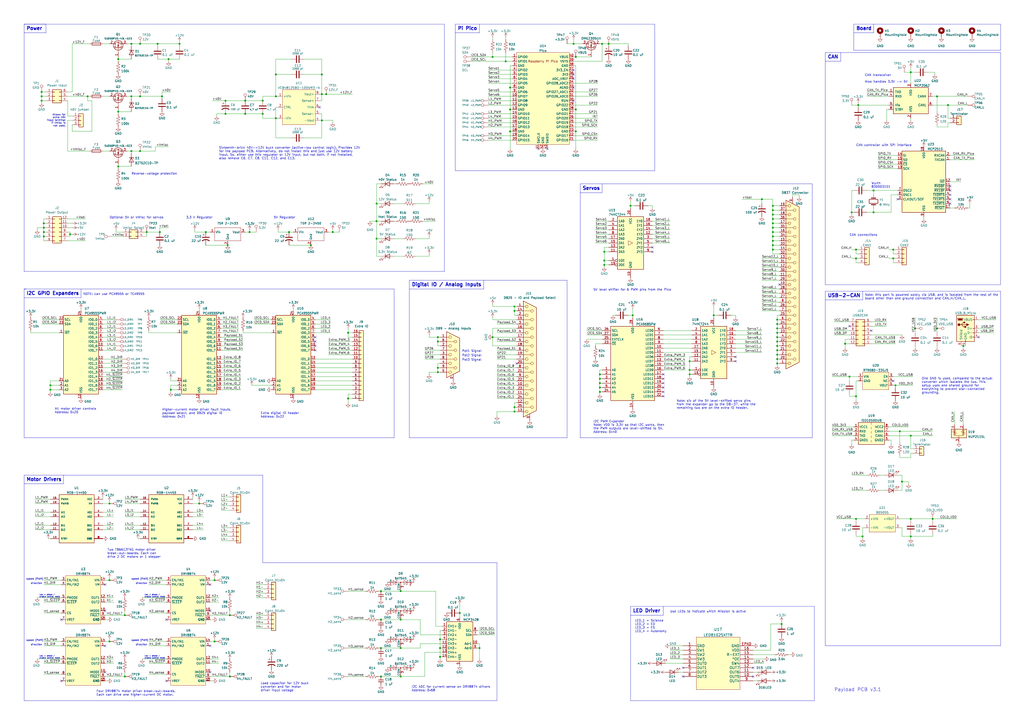
<source format=kicad_sch>
(kicad_sch (version 20230121) (generator eeschema)
  (paper "A2")
  (title_block (date "2023-04-03"))
  (junction (at 367.03 182.88))
  (junction (at 40.64 135.89))
  (junction (at 298.45 180.34))
  (junction (at 549.91 60.96))
  (junction (at 298.45 177.8))
  (junction (at 347.98 224.79))
  (junction (at 298.45 236.22))
  (junction (at 334.01 76.2))
  (junction (at 124.46 372.11))
  (junction (at 160.02 68.58))
  (junction (at 93.98 55.88))
  (junction (at 220.98 342.9))
  (junction (at 29.21 223.52))
  (junction (at 232.41 375.92))
  (junction (at 189.23 54.61))
  (junction (at 400.05 217.17))
  (junction (at 450.85 185.42))
  (junction (at 72.39 392.43))
  (junction (at 448.31 127))
  (junction (at 220.98 359.41))
  (junction (at 530.86 190.5))
  (junction (at 450.85 210.82))
  (junction (at 25.4 132.08))
  (junction (at 448.31 139.7))
  (junction (at 68.58 96.52))
  (junction (at 186.69 54.61))
  (junction (at 91.44 25.4))
  (junction (at 295.91 50.8))
  (junction (at 220.98 392.43))
  (junction (at 497.84 60.96))
  (junction (at 133.35 392.43))
  (junction (at 68.58 34.29))
  (junction (at 347.98 227.33))
  (junction (at 523.24 279.4))
  (junction (at 133.35 356.87))
  (junction (at 152.4 58.42))
  (junction (at 450.85 208.28))
  (junction (at 63.5 292.1))
  (junction (at 448.31 124.46))
  (junction (at 496.57 149.86))
  (junction (at 68.58 64.77))
  (junction (at 92.71 134.62))
  (junction (at 528.32 41.91))
  (junction (at 334.01 63.5))
  (junction (at 494.03 123.19))
  (junction (at 76.2 25.4))
  (junction (at 81.28 55.88))
  (junction (at 85.09 134.62))
  (junction (at 541.02 300.99))
  (junction (at 218.44 118.11))
  (junction (at 496.57 229.87))
  (junction (at 518.16 149.86))
  (junction (at 81.28 87.63))
  (junction (at 124.46 336.55))
  (junction (at 255.27 381))
  (junction (at 218.44 128.27))
  (junction (at 295.91 76.2))
  (junction (at 186.69 69.85))
  (junction (at 334.01 33.02))
  (junction (at 72.39 356.87))
  (junction (at 50.8 55.88))
  (junction (at 63.5 336.55))
  (junction (at 130.81 58.42))
  (junction (at 142.24 66.04))
  (junction (at 450.85 200.66))
  (junction (at 496.57 300.99))
  (junction (at 492.76 218.44))
  (junction (at 255.27 375.92))
  (junction (at 167.64 134.62))
  (junction (at 254 195.58))
  (junction (at 63.5 372.11))
  (junction (at 25.4 129.54))
  (junction (at 496.57 144.78))
  (junction (at 293.37 35.56))
  (junction (at 450.85 203.2))
  (junction (at 448.31 121.92))
  (junction (at 519.43 223.52))
  (junction (at 365.76 119.38))
  (junction (at 81.28 25.4))
  (junction (at 500.38 311.15))
  (junction (at 186.69 43.18))
  (junction (at 254 198.12))
  (junction (at 448.31 137.16))
  (junction (at 220.98 375.92))
  (junction (at 160.02 43.18))
  (junction (at 285.75 33.02))
  (junction (at 350.52 153.67))
  (junction (at 450.85 193.04))
  (junction (at 232.41 342.9))
  (junction (at 180.34 142.24))
  (junction (at 349.25 25.4))
  (junction (at 450.85 195.58))
  (junction (at 400.05 214.63))
  (junction (at 450.85 190.5))
  (junction (at 201.93 231.14))
  (junction (at 115.57 292.1))
  (junction (at 285.75 195.58))
  (junction (at 448.31 142.24))
  (junction (at 29.21 226.06))
  (junction (at 528.32 300.99))
  (junction (at 448.31 134.62))
  (junction (at 144.78 134.62))
  (junction (at 350.52 151.13))
  (junction (at 193.04 134.62))
  (junction (at 76.2 55.88))
  (junction (at 232.41 392.43))
  (junction (at 450.85 205.74))
  (junction (at 24.13 55.88))
  (junction (at 254 213.36))
  (junction (at 218.44 138.43))
  (junction (at 278.13 375.92))
  (junction (at 448.31 119.38))
  (junction (at 266.7 355.6))
  (junction (at 528.32 252.73))
  (junction (at 97.79 34.29))
  (junction (at 543.56 190.5))
  (junction (at 450.85 198.12))
  (junction (at 350.52 146.05))
  (junction (at 24.13 53.34))
  (junction (at 506.73 110.49))
  (junction (at 448.31 132.08))
  (junction (at 160.02 55.88))
  (junction (at 99.06 226.06))
  (junction (at 400.05 209.55))
  (junction (at 152.4 66.04))
  (junction (at 441.96 115.57))
  (junction (at 558.8 200.66))
  (junction (at 332.74 25.4))
  (junction (at 254 215.9))
  (junction (at 518.16 144.78))
  (junction (at 104.14 25.4))
  (junction (at 142.24 58.42))
  (junction (at 76.2 87.63))
  (junction (at 24.13 58.42))
  (junction (at 450.85 187.96))
  (junction (at 132.08 142.24))
  (junction (at 506.73 123.19))
  (junction (at 521.97 250.19))
  (junction (at 298.45 238.76))
  (junction (at 347.98 217.17))
  (junction (at 232.41 359.41))
  (junction (at 448.31 144.78))
  (junction (at 201.93 193.04))
  (junction (at 295.91 63.5))
  (junction (at 353.06 25.4))
  (junction (at 414.02 182.88))
  (junction (at 25.4 134.62))
  (junction (at 130.81 66.04))
  (junction (at 453.39 361.95))
  (junction (at 543.56 55.88))
  (junction (at 528.32 311.15))
  (junction (at 347.98 219.71))
  (junction (at 25.4 137.16))
  (junction (at 448.31 129.54))
  (junction (at 119.38 134.62))
  (junction (at 347.98 222.25))
  (junction (at 490.22 199.39))
  (junction (at 255.27 370.84))
  (no_connect (at 505.46 191.77))
  (no_connect (at 551.18 107.95))
  (no_connect (at 551.18 110.49))
  (no_connect (at 551.18 113.03))
  (no_connect (at 551.18 115.57))
  (no_connect (at 551.18 118.11))
  (no_connect (at 520.7 115.57))
  (no_connect (at 452.12 165.1))
  (no_connect (at 121.92 389.89))
  (no_connect (at 436.88 387.35))
  (no_connect (at 436.88 392.43))
  (no_connect (at 396.24 387.35))
  (no_connect (at 396.24 392.43))
  (no_connect (at 567.69 195.58))
  (no_connect (at 492.76 189.23))
  (no_connect (at 317.5 86.36))
  (no_connect (at 312.42 86.36))
  (no_connect (at 299.72 210.82))
  (no_connect (at 60.96 374.65))
  (no_connect (at 121.92 374.65))
  (no_connect (at 182.88 195.58))
  (no_connect (at 182.88 198.12))
  (no_connect (at 182.88 200.66))
  (no_connect (at 182.88 203.2))
  (no_connect (at 185.42 62.23))
  (no_connect (at 332.74 43.18))
  (no_connect (at 35.56 394.97))
  (no_connect (at 60.96 354.33))
  (no_connect (at 121.92 354.33))
  (no_connect (at 60.96 389.89))
  (no_connect (at 378.46 143.51))
  (no_connect (at 378.46 146.05))
  (no_connect (at 35.56 359.41))
  (no_connect (at 96.52 359.41))
  (no_connect (at 332.74 58.42))
  (no_connect (at 332.74 45.72))
  (no_connect (at 332.74 50.8))
  (no_connect (at 332.74 40.64))
  (no_connect (at 384.81 229.87))
  (no_connect (at 384.81 224.79))
  (no_connect (at 384.81 227.33))
  (no_connect (at 384.81 222.25))
  (no_connect (at 384.81 217.17))
  (no_connect (at 384.81 219.71))
  (no_connect (at 518.16 220.98))
  (no_connect (at 426.72 209.55))
  (no_connect (at 426.72 207.01))
  (no_connect (at 96.52 394.97))
  (no_connect (at 60.96 339.09))
  (no_connect (at 121.92 339.09))
  (wire (pts (xy 63.5 292.1) (xy 63.5 290.83)))
  (wire (pts (xy 255.27 375.92) (xy 255.27 381)))
  (wire (pts (xy 332.74 76.2) (xy 334.01 76.2)))
  (wire (pts (xy 124.46 372.11) (xy 124.46 370.84)))
  (wire (pts (xy 452.12 210.82) (xy 450.85 210.82)))
  (wire (pts (xy 494.03 60.96) (xy 497.84 60.96)))
  (polyline (pts (xy 264.16 13.97) (xy 264.16 99.06)))
  (wire (pts (xy 193.04 69.85) (xy 193.04 71.12)))
  (wire (pts (xy 186.69 34.29) (xy 186.69 43.18)))
  (wire (pts (xy 254 215.9) (xy 255.27 215.9)))
  (wire (pts (xy 283.21 58.42) (xy 297.18 58.42)))
  (wire (pts (xy 426.72 201.93) (xy 441.96 201.93)))
  (wire (pts (xy 104.14 24.13) (xy 104.14 25.4)))
  (wire (pts (xy 121.92 392.43) (xy 133.35 392.43)))
  (wire (pts (xy 355.6 182.88) (xy 356.87 182.88)))
  (wire (pts (xy 299.72 236.22) (xy 298.45 236.22)))
  (wire (pts (xy 426.72 191.77) (xy 441.96 191.77)))
  (wire (pts (xy 506.73 110.49) (xy 506.73 113.03)))
  (wire (pts (xy 496.57 229.87) (xy 496.57 232.41)))
  (wire (pts (xy 515.62 250.19) (xy 521.97 250.19)))
  (wire (pts (xy 17.78 193.04) (xy 17.78 191.77)))
  (wire (pts (xy 388.62 374.65) (xy 396.24 374.65)))
  (wire (pts (xy 219.71 375.92) (xy 220.98 375.92)))
  (wire (pts (xy 298.45 236.22) (xy 298.45 238.76)))
  (polyline (pts (xy 487.68 35.56) (xy 478.79 35.56)))
  (wire (pts (xy 495.3 123.19) (xy 494.03 123.19)))
  (wire (pts (xy 521.97 264.16) (xy 521.97 265.43)))
  (wire (pts (xy 494.03 110.49) (xy 494.03 123.19)))
  (wire (pts (xy 73.66 25.4) (xy 76.2 25.4)))
  (wire (pts (xy 128.27 288.29) (xy 133.35 288.29)))
  (wire (pts (xy 288.29 218.44) (xy 299.72 218.44)))
  (wire (pts (xy 518.16 144.78) (xy 519.43 144.78)))
  (wire (pts (xy 86.36 391.16) (xy 96.52 391.16)))
  (wire (pts (xy 509.27 97.79) (xy 520.7 97.79)))
  (wire (pts (xy 139.7 210.82) (xy 128.27 210.82)))
  (wire (pts (xy 68.58 96.52) (xy 68.58 95.25)))
  (wire (pts (xy 448.31 139.7) (xy 448.31 137.16)))
  (wire (pts (xy 492.76 196.85) (xy 490.22 196.85)))
  (wire (pts (xy 482.6 252.73) (xy 495.3 252.73)))
  (wire (pts (xy 485.14 300.99) (xy 496.57 300.99)))
  (wire (pts (xy 128.27 198.12) (xy 140.97 198.12)))
  (wire (pts (xy 41.91 76.2) (xy 41.91 72.39)))
  (wire (pts (xy 176.53 34.29) (xy 186.69 34.29)))
  (wire (pts (xy 565.15 92.71) (xy 551.18 92.71)))
  (wire (pts (xy 254 213.36) (xy 255.27 213.36)))
  (wire (pts (xy 515.62 144.78) (xy 518.16 144.78)))
  (wire (pts (xy 255.27 382.27) (xy 255.27 381)))
  (wire (pts (xy 288.29 223.52) (xy 299.72 223.52)))
  (wire (pts (xy 66.04 346.71) (xy 60.96 346.71)))
  (wire (pts (xy 72.39 307.34) (xy 81.28 307.34)))
  (wire (pts (xy 278.13 382.27) (xy 278.13 375.92)))
  (wire (pts (xy 388.62 138.43) (xy 378.46 138.43)))
  (wire (pts (xy 71.12 215.9) (xy 59.69 215.9)))
  (wire (pts (xy 441.96 175.26) (xy 452.12 175.26)))
  (wire (pts (xy 447.04 377.19) (xy 447.04 361.95)))
  (wire (pts (xy 90.17 87.63) (xy 90.17 85.09)))
  (wire (pts (xy 450.85 198.12) (xy 450.85 200.66)))
  (wire (pts (xy 576.58 190.5) (xy 567.69 190.5)))
  (wire (pts (xy 60.96 359.41) (xy 62.23 359.41)))
  (wire (pts (xy 441.96 167.64) (xy 452.12 167.64)))
  (wire (pts (xy 519.43 223.52) (xy 529.59 223.52)))
  (wire (pts (xy 288.29 203.2) (xy 299.72 203.2)))
  (wire (pts (xy 448.31 147.32) (xy 448.31 144.78)))
  (wire (pts (xy 152.4 55.88) (xy 152.4 58.42)))
  (polyline (pts (xy 478.79 168.91) (xy 478.79 374.65)))
  (polyline (pts (xy 13.97 275.59) (xy 152.4 275.59)))
  (wire (pts (xy 502.92 53.34) (xy 515.62 53.34)))
  (wire (pts (xy 528.32 300.99) (xy 528.32 302.26)))
  (wire (pts (xy 256.54 375.92) (xy 255.27 375.92)))
  (wire (pts (xy 496.57 220.98) (xy 496.57 229.87)))
  (wire (pts (xy 86.36 339.09) (xy 96.52 339.09)))
  (polyline (pts (xy 506.73 19.05) (xy 495.3 19.05)))
  (wire (pts (xy 299.72 177.8) (xy 298.45 177.8)))
  (wire (pts (xy 346.71 81.28) (xy 332.74 81.28)))
  (wire (pts (xy 549.91 71.12) (xy 549.91 73.66)))
  (wire (pts (xy 25.4 374.65) (xy 35.56 374.65)))
  (wire (pts (xy 146.05 223.52) (xy 157.48 223.52)))
  (wire (pts (xy 60.96 356.87) (xy 72.39 356.87)))
  (wire (pts (xy 388.62 140.97) (xy 378.46 140.97)))
  (wire (pts (xy 121.92 356.87) (xy 133.35 356.87)))
  (wire (pts (xy 138.43 185.42) (xy 128.27 185.42)))
  (wire (pts (xy 516.89 123.19) (xy 506.73 123.19)))
  (wire (pts (xy 350.52 154.94) (xy 350.52 153.67)))
  (wire (pts (xy 378.46 119.38) (xy 378.46 120.65)))
  (wire (pts (xy 441.96 204.47) (xy 426.72 204.47)))
  (wire (pts (xy 138.43 187.96) (xy 128.27 187.96)))
  (wire (pts (xy 347.98 224.79) (xy 347.98 222.25)))
  (wire (pts (xy 147.32 185.42) (xy 157.48 185.42)))
  (wire (pts (xy 147.32 187.96) (xy 157.48 187.96)))
  (wire (pts (xy 543.56 201.93) (xy 543.56 200.66)))
  (wire (pts (xy 494.03 284.48) (xy 502.92 284.48)))
  (wire (pts (xy 528.32 262.89) (xy 528.32 265.43)))
  (wire (pts (xy 220.98 375.92) (xy 232.41 375.92)))
  (wire (pts (xy 182.88 210.82) (xy 204.47 210.82)))
  (wire (pts (xy 463.55 114.3) (xy 463.55 113.03)))
  (wire (pts (xy 436.88 394.97) (xy 439.42 394.97)))
  (wire (pts (xy 334.01 76.2) (xy 334.01 63.5)))
  (wire (pts (xy 285.75 21.59) (xy 285.75 22.86)))
  (wire (pts (xy 278.13 375.92) (xy 276.86 375.92)))
  (wire (pts (xy 67.31 134.62) (xy 71.12 134.62)))
  (wire (pts (xy 515.62 252.73) (xy 528.32 252.73)))
  (wire (pts (xy 93.98 55.88) (xy 93.98 57.15)))
  (wire (pts (xy 40.64 134.62) (xy 40.64 135.89)))
  (wire (pts (xy 288.29 238.76) (xy 298.45 238.76)))
  (wire (pts (xy 295.91 76.2) (xy 295.91 86.36)))
  (wire (pts (xy 220.98 392.43) (xy 232.41 392.43)))
  (wire (pts (xy 509.27 95.25) (xy 520.7 95.25)))
  (wire (pts (xy 85.09 134.62) (xy 85.09 137.16)))
  (wire (pts (xy 80.01 312.42) (xy 81.28 312.42)))
  (wire (pts (xy 20.32 307.34) (xy 29.21 307.34)))
  (polyline (pts (xy 13.97 167.64) (xy 228.6 167.64)))
  (wire (pts (xy 519.43 147.32) (xy 518.16 147.32)))
  (wire (pts (xy 430.53 115.57) (xy 441.96 115.57)))
  (wire (pts (xy 506.73 123.19) (xy 506.73 120.65)))
  (wire (pts (xy 340.36 196.85) (xy 349.25 196.85)))
  (wire (pts (xy 388.62 135.89) (xy 378.46 135.89)))
  (wire (pts (xy 524.51 41.91) (xy 528.32 41.91)))
  (wire (pts (xy 220.98 118.11) (xy 218.44 118.11)))
  (polyline (pts (xy 472.44 406.4) (xy 365.76 406.4)))
  (wire (pts (xy 49.53 139.7) (xy 39.37 139.7)))
  (wire (pts (xy 71.12 220.98) (xy 59.69 220.98)))
  (wire (pts (xy 170.18 179.07) (xy 170.18 180.34)))
  (wire (pts (xy 500.38 311.15) (xy 500.38 312.42)))
  (wire (pts (xy 161.29 134.62) (xy 167.64 134.62)))
  (wire (pts (xy 523.24 306.07) (xy 523.24 311.15)))
  (wire (pts (xy 328.93 25.4) (xy 332.74 25.4)))
  (wire (pts (xy 450.85 187.96) (xy 450.85 190.5)))
  (wire (pts (xy 254 213.36) (xy 254 215.9)))
  (polyline (pts (xy 365.76 351.79) (xy 472.44 351.79)))
  (wire (pts (xy 130.81 58.42) (xy 142.24 58.42)))
  (polyline (pts (xy 36.83 275.59) (xy 36.83 280.67)))
  (wire (pts (xy 99.06 226.06) (xy 102.87 226.06)))
  (wire (pts (xy 148.59 361.95) (xy 153.67 361.95)))
  (wire (pts (xy 345.44 199.39) (xy 349.25 199.39)))
  (wire (pts (xy 384.81 204.47) (xy 401.32 204.47)))
  (wire (pts (xy 298.45 180.34) (xy 298.45 177.8)))
  (wire (pts (xy 71.12 208.28) (xy 59.69 208.28)))
  (wire (pts (xy 529.59 262.89) (xy 528.32 262.89)))
  (wire (pts (xy 118.11 297.18) (xy 111.76 297.18)))
  (wire (pts (xy 334.01 76.2) (xy 334.01 86.36)))
  (wire (pts (xy 67.31 185.42) (xy 59.69 185.42)))
  (wire (pts (xy 519.43 199.39) (xy 505.46 199.39)))
  (wire (pts (xy 29.21 220.98) (xy 29.21 223.52)))
  (wire (pts (xy 25.4 391.16) (xy 35.56 391.16)))
  (wire (pts (xy 251.46 106.68) (xy 245.11 106.68)))
  (wire (pts (xy 490.22 199.39) (xy 492.76 199.39)))
  (polyline (pts (xy 228.6 254) (xy 13.97 254)))
  (wire (pts (xy 128.27 308.61) (xy 133.35 308.61)))
  (wire (pts (xy 29.21 223.52) (xy 34.29 223.52)))
  (wire (pts (xy 283.21 66.04) (xy 297.18 66.04)))
  (wire (pts (xy 332.74 60.96) (xy 346.71 60.96)))
  (wire (pts (xy 186.69 54.61) (xy 186.69 58.42)))
  (polyline (pts (xy 13.97 172.72) (xy 46.99 172.72)))
  (wire (pts (xy 86.36 336.55) (xy 96.52 336.55)))
  (wire (pts (xy 541.02 55.88) (xy 543.56 55.88)))
  (wire (pts (xy 25.4 129.54) (xy 25.4 127)))
  (wire (pts (xy 496.57 147.32) (xy 496.57 144.78)))
  (polyline (pts (xy 580.39 29.21) (xy 495.3 29.21)))
  (wire (pts (xy 542.29 43.18) (xy 542.29 41.91)))
  (wire (pts (xy 496.57 144.78) (xy 497.84 144.78)))
  (wire (pts (xy 518.16 147.32) (xy 518.16 144.78)))
  (wire (pts (xy 494.03 149.86) (xy 496.57 149.86)))
  (wire (pts (xy 490.22 201.93) (xy 490.22 199.39)))
  (wire (pts (xy 127 382.27) (xy 121.92 382.27)))
  (wire (pts (xy 334.01 38.1) (xy 334.01 63.5)))
  (polyline (pts (xy 152.4 326.39) (xy 288.29 326.39)))
  (wire (pts (xy 459.74 113.03) (xy 459.74 114.3)))
  (wire (pts (xy 510.54 284.48) (xy 513.08 284.48)))
  (wire (pts (xy 130.81 66.04) (xy 142.24 66.04)))
  (polyline (pts (xy 46.99 167.64) (xy 46.99 172.72)))
  (wire (pts (xy 60.96 394.97) (xy 62.23 394.97)))
  (wire (pts (xy 91.44 25.4) (xy 104.14 25.4)))
  (wire (pts (xy 133.35 356.87) (xy 133.35 354.33)))
  (wire (pts (xy 450.85 182.88) (xy 450.85 185.42)))
  (wire (pts (xy 232.41 375.92) (xy 243.84 375.92)))
  (wire (pts (xy 347.98 222.25) (xy 349.25 222.25)))
  (wire (pts (xy 483.87 194.31) (xy 492.76 194.31)))
  (wire (pts (xy 482.6 247.65) (xy 495.3 247.65)))
  (wire (pts (xy 121.92 394.97) (xy 123.19 394.97)))
  (wire (pts (xy 448.31 127) (xy 448.31 124.46)))
  (wire (pts (xy 161.29 68.58) (xy 160.02 68.58)))
  (wire (pts (xy 218.44 118.11) (xy 218.44 128.27)))
  (wire (pts (xy 167.64 142.24) (xy 180.34 142.24)))
  (wire (pts (xy 516.89 255.27) (xy 516.89 257.81)))
  (wire (pts (xy 494.03 275.59) (xy 502.92 275.59)))
  (wire (pts (xy 41.91 53.34) (xy 41.91 25.4)))
  (wire (pts (xy 68.58 34.29) (xy 68.58 33.02)))
  (wire (pts (xy 384.81 199.39) (xy 401.32 199.39)))
  (wire (pts (xy 295.91 50.8) (xy 295.91 63.5)))
  (wire (pts (xy 60.96 336.55) (xy 63.5 336.55)))
  (wire (pts (xy 201.93 228.6) (xy 201.93 231.14)))
  (wire (pts (xy 515.62 255.27) (xy 516.89 255.27)))
  (polyline (pts (xy 349.25 111.76) (xy 336.55 111.76)))
  (wire (pts (xy 160.02 68.58) (xy 152.4 68.58)))
  (wire (pts (xy 528.32 265.43) (xy 521.97 265.43)))
  (wire (pts (xy 505.46 194.31) (xy 523.24 194.31)))
  (wire (pts (xy 118.11 304.8) (xy 111.76 304.8)))
  (wire (pts (xy 138.43 193.04) (xy 128.27 193.04)))
  (wire (pts (xy 450.85 190.5) (xy 450.85 193.04)))
  (wire (pts (xy 448.31 119.38) (xy 452.12 119.38)))
  (wire (pts (xy 182.88 223.52) (xy 204.47 223.52)))
  (wire (pts (xy 190.5 203.2) (xy 204.47 203.2)))
  (wire (pts (xy 500.38 306.07) (xy 500.38 311.15)))
  (polyline (pts (xy 257.81 157.48) (xy 13.97 157.48)))
  (wire (pts (xy 76.2 55.88) (xy 81.28 55.88)))
  (wire (pts (xy 127 349.25) (xy 121.92 349.25)))
  (polyline (pts (xy 478.79 168.91) (xy 580.39 168.91)))
  (wire (pts (xy 41.91 25.4) (xy 52.07 25.4)))
  (wire (pts (xy 241.3 118.11) (xy 248.92 118.11)))
  (polyline (pts (xy 500.38 168.91) (xy 500.38 173.99)))
  (wire (pts (xy 68.58 34.29) (xy 76.2 34.29)))
  (wire (pts (xy 482.6 250.19) (xy 495.3 250.19)))
  (wire (pts (xy 142.24 58.42) (xy 152.4 58.42)))
  (wire (pts (xy 350.52 153.67) (xy 353.06 153.67)))
  (wire (pts (xy 41.91 76.2) (xy 53.34 76.2)))
  (wire (pts (xy 551.18 68.58) (xy 549.91 68.58)))
  (wire (pts (xy 448.31 132.08) (xy 448.31 129.54)))
  (wire (pts (xy 529.59 260.35) (xy 528.32 260.35)))
  (wire (pts (xy 295.91 38.1) (xy 295.91 50.8)))
  (polyline (pts (xy 580.39 13.97) (xy 580.39 29.21)))
  (wire (pts (xy 186.69 66.04) (xy 186.69 69.85)))
  (polyline (pts (xy 13.97 13.97) (xy 257.81 13.97)))
  (wire (pts (xy 529.59 218.44) (xy 518.16 218.44)))
  (wire (pts (xy 288.29 205.74) (xy 299.72 205.74)))
  (wire (pts (xy 66.04 382.27) (xy 60.96 382.27)))
  (wire (pts (xy 68.58 66.04) (xy 68.58 64.77)))
  (polyline (pts (xy 379.73 13.97) (xy 379.73 99.06)))
  (wire (pts (xy 285.75 185.42) (xy 299.72 185.42)))
  (wire (pts (xy 332.74 35.56) (xy 349.25 35.56)))
  (wire (pts (xy 39.37 127) (xy 49.53 127)))
  (wire (pts (xy 76.2 55.88) (xy 73.66 55.88)))
  (wire (pts (xy 347.98 219.71) (xy 349.25 219.71)))
  (wire (pts (xy 397.51 209.55) (xy 384.81 209.55)))
  (wire (pts (xy 93.98 55.88) (xy 93.98 53.34)))
  (wire (pts (xy 71.12 218.44) (xy 59.69 218.44)))
  (wire (pts (xy 25.4 384.81) (xy 35.56 384.81)))
  (wire (pts (xy 541.02 311.15) (xy 528.32 311.15)))
  (wire (pts (xy 554.99 300.99) (xy 541.02 300.99)))
  (wire (pts (xy 243.84 368.3) (xy 256.54 368.3)))
  (wire (pts (xy 452.12 134.62) (xy 448.31 134.62)))
  (wire (pts (xy 285.75 200.66) (xy 285.75 195.58)))
  (wire (pts (xy 218.44 128.27) (xy 218.44 138.43)))
  (wire (pts (xy 128.27 313.69) (xy 133.35 313.69)))
  (wire (pts (xy 256.54 370.84) (xy 255.27 370.84)))
  (wire (pts (xy 39.37 53.34) (xy 41.91 53.34)))
  (wire (pts (xy 160.02 62.23) (xy 160.02 68.58)))
  (wire (pts (xy 121.92 372.11) (xy 124.46 372.11)))
  (wire (pts (xy 450.85 205.74) (xy 450.85 208.28)))
  (wire (pts (xy 186.69 69.85) (xy 186.69 80.01)))
  (wire (pts (xy 497.84 62.23) (xy 497.84 60.96)))
  (wire (pts (xy 509.27 90.17) (xy 520.7 90.17)))
  (wire (pts (xy 185.42 58.42) (xy 186.69 58.42)))
  (wire (pts (xy 91.44 34.29) (xy 97.79 34.29)))
  (wire (pts (xy 21.59 346.71) (xy 35.56 346.71)))
  (wire (pts (xy 384.81 196.85) (xy 401.32 196.85)))
  (wire (pts (xy 346.71 53.34) (xy 332.74 53.34)))
  (wire (pts (xy 233.68 138.43) (xy 228.6 138.43)))
  (wire (pts (xy 63.5 336.55) (xy 63.5 335.28)))
  (wire (pts (xy 557.53 105.41) (xy 551.18 105.41)))
  (wire (pts (xy 492.76 218.44) (xy 497.84 218.44)))
  (polyline (pts (xy 280.67 162.56) (xy 280.67 167.64)))
  (wire (pts (xy 287.02 368.3) (xy 276.86 368.3)))
  (wire (pts (xy 97.79 34.29) (xy 104.14 34.29)))
  (wire (pts (xy 266.7 350.52) (xy 266.7 355.6)))
  (polyline (pts (xy 499.11 13.97) (xy 580.39 13.97)))
  (wire (pts (xy 450.85 203.2) (xy 450.85 205.74)))
  (wire (pts (xy 255.27 198.12) (xy 254 198.12)))
  (wire (pts (xy 182.88 187.96) (xy 191.77 187.96)))
  (wire (pts (xy 243.84 373.38) (xy 256.54 373.38)))
  (wire (pts (xy 81.28 25.4) (xy 91.44 25.4)))
  (wire (pts (xy 204.47 193.04) (xy 201.93 193.04)))
  (wire (pts (xy 347.98 228.6) (xy 347.98 227.33)))
  (wire (pts (xy 543.56 72.39) (xy 543.56 73.66)))
  (wire (pts (xy 82.55 346.71) (xy 96.52 346.71)))
  (wire (pts (xy 350.52 146.05) (xy 353.06 146.05)))
  (wire (pts (xy 218.44 118.11) (xy 218.44 106.68)))
  (wire (pts (xy 561.34 120.65) (xy 562.61 120.65)))
  (wire (pts (xy 161.29 62.23) (xy 160.02 62.23)))
  (wire (pts (xy 128.27 195.58) (xy 140.97 195.58)))
  (wire (pts (xy 34.29 220.98) (xy 29.21 220.98)))
  (wire (pts (xy 388.62 379.73) (xy 396.24 379.73)))
  (wire (pts (xy 506.73 110.49) (xy 520.7 110.49)))
  (wire (pts (xy 332.74 68.58) (xy 346.71 68.58)))
  (wire (pts (xy 204.47 205.74) (xy 190.5 205.74)))
  (wire (pts (xy 81.28 55.88) (xy 93.98 55.88)))
  (wire (pts (xy 400.05 207.01) (xy 400.05 209.55)))
  (wire (pts (xy 243.84 373.38) (xy 243.84 375.92)))
  (wire (pts (xy 25.4 339.09) (xy 35.56 339.09)))
  (wire (pts (xy 298.45 177.8) (xy 285.75 177.8)))
  (wire (pts (xy 288.29 187.96) (xy 299.72 187.96)))
  (wire (pts (xy 67.31 190.5) (xy 59.69 190.5)))
  (wire (pts (xy 39.37 58.42) (xy 39.37 67.31)))
  (wire (pts (xy 71.12 213.36) (xy 59.69 213.36)))
  (wire (pts (xy 86.36 191.77) (xy 86.36 193.04)))
  (wire (pts (xy 386.08 384.81) (xy 396.24 384.81)))
  (polyline (pts (xy 506.73 13.97) (xy 506.73 19.05)))
  (wire (pts (xy 345.44 135.89) (xy 353.06 135.89)))
  (wire (pts (xy 53.34 58.42) (xy 50.8 58.42)))
  (wire (pts (xy 441.96 152.4) (xy 452.12 152.4)))
  (polyline (pts (xy 478.79 30.48) (xy 580.39 30.48)))
  (wire (pts (xy 39.37 137.16) (xy 40.64 137.16)))
  (wire (pts (xy 128.27 311.15) (xy 133.35 311.15)))
  (wire (pts (xy 452.12 139.7) (xy 448.31 139.7)))
  (wire (pts (xy 24.13 53.34) (xy 24.13 55.88)))
  (wire (pts (xy 332.74 66.04) (xy 346.71 66.04)))
  (wire (pts (xy 523.24 279.4) (xy 523.24 284.48)))
  (wire (pts (xy 528.32 41.91) (xy 528.32 48.26)))
  (polyline (pts (xy 288.29 406.4) (xy 13.97 406.4)))
  (wire (pts (xy 298.45 238.76) (xy 299.72 238.76)))
  (wire (pts (xy 452.12 127) (xy 448.31 127)))
  (wire (pts (xy 111.76 292.1) (xy 115.57 292.1)))
  (polyline (pts (xy 278.13 13.97) (xy 278.13 19.05)))
  (wire (pts (xy 299.72 200.66) (xy 285.75 200.66)))
  (wire (pts (xy 139.7 215.9) (xy 128.27 215.9)))
  (wire (pts (xy 139.7 223.52) (xy 128.27 223.52)))
  (wire (pts (xy 364.49 26.67) (xy 364.49 25.4)))
  (wire (pts (xy 161.29 55.88) (xy 160.02 55.88)))
  (wire (pts (xy 214.63 128.27) (xy 218.44 128.27)))
  (wire (pts (xy 496.57 152.4) (xy 496.57 149.86)))
  (wire (pts (xy 528.32 41.91) (xy 530.86 41.91)))
  (wire (pts (xy 24.13 58.42) (xy 24.13 59.69)))
  (wire (pts (xy 86.36 349.25) (xy 96.52 349.25)))
  (wire (pts (xy 254 210.82) (xy 255.27 210.82)))
  (wire (pts (xy 182.88 220.98) (xy 204.47 220.98)))
  (wire (pts (xy 285.75 190.5) (xy 299.72 190.5)))
  (wire (pts (xy 450.85 193.04) (xy 450.85 195.58)))
  (wire (pts (xy 190.5 134.62) (xy 193.04 134.62)))
  (wire (pts (xy 496.57 311.15) (xy 500.38 311.15)))
  (wire (pts (xy 20.32 289.56) (xy 29.21 289.56)))
  (polyline (pts (xy 152.4 275.59) (xy 152.4 326.39)))
  (wire (pts (xy 220.98 342.9) (xy 232.41 342.9)))
  (wire (pts (xy 353.06 25.4) (xy 349.25 25.4)))
  (wire (pts (xy 97.79 34.29) (xy 97.79 35.56)))
  (wire (pts (xy 400.05 217.17) (xy 400.05 218.44)))
  (wire (pts (xy 148.59 339.09) (xy 153.67 339.09)))
  (wire (pts (xy 426.72 196.85) (xy 441.96 196.85)))
  (polyline (pts (xy 580.39 374.65) (xy 478.79 374.65)))
  (wire (pts (xy 148.59 356.87) (xy 153.67 356.87)))
  (wire (pts (xy 520.7 275.59) (xy 523.24 275.59)))
  (wire (pts (xy 521.97 250.19) (xy 541.02 250.19)))
  (wire (pts (xy 118.11 299.72) (xy 111.76 299.72)))
  (wire (pts (xy 283.21 43.18) (xy 297.18 43.18)))
  (wire (pts (xy 505.46 189.23) (xy 514.35 189.23)))
  (wire (pts (xy 144.78 134.62) (xy 148.59 134.62)))
  (wire (pts (xy 516.89 113.03) (xy 516.89 123.19)))
  (wire (pts (xy 25.4 137.16) (xy 26.67 137.16)))
  (wire (pts (xy 541.02 300.99) (xy 541.02 302.26)))
  (wire (pts (xy 39.37 69.85) (xy 41.91 69.85)))
  (wire (pts (xy 285.75 184.15) (xy 285.75 185.42)))
  (wire (pts (xy 288.29 231.14) (xy 299.72 231.14)))
  (polyline (pts (xy 379.73 99.06) (xy 264.16 99.06)))
  (wire (pts (xy 68.58 35.56) (xy 68.58 34.29)))
  (wire (pts (xy 332.74 63.5) (xy 334.01 63.5)))
  (polyline (pts (xy 580.39 165.1) (xy 478.79 165.1)))
  (wire (pts (xy 549.91 73.66) (xy 543.56 73.66)))
  (wire (pts (xy 530.86 190.5) (xy 530.86 193.04)))
  (wire (pts (xy 448.31 144.78) (xy 448.31 142.24)))
  (wire (pts (xy 25.4 336.55) (xy 35.56 336.55)))
  (wire (pts (xy 494.03 144.78) (xy 496.57 144.78)))
  (wire (pts (xy 139.7 218.44) (xy 128.27 218.44)))
  (wire (pts (xy 441.96 170.18) (xy 452.12 170.18)))
  (wire (pts (xy 350.52 143.51) (xy 350.52 146.05)))
  (wire (pts (xy 347.98 217.17) (xy 349.25 217.17)))
  (wire (pts (xy 246.38 392.43) (xy 246.38 378.46)))
  (wire (pts (xy 295.91 63.5) (xy 297.18 63.5)))
  (wire (pts (xy 256.54 365.76) (xy 255.27 365.76)))
  (wire (pts (xy 86.36 193.04) (xy 102.87 193.04)))
  (wire (pts (xy 66.04 384.81) (xy 60.96 384.81)))
  (wire (pts (xy 255.27 381) (xy 256.54 381)))
  (polyline (pts (xy 472.44 351.79) (xy 472.44 406.4)))
  (wire (pts (xy 441.96 115.57) (xy 441.96 118.11)))
  (wire (pts (xy 528.32 311.15) (xy 523.24 311.15)))
  (wire (pts (xy 283.21 68.58) (xy 297.18 68.58)))
  (wire (pts (xy 152.4 68.58) (xy 152.4 66.04)))
  (wire (pts (xy 118.11 307.34) (xy 111.76 307.34)))
  (wire (pts (xy 148.59 359.41) (xy 153.67 359.41)))
  (polyline (pts (xy 336.55 106.68) (xy 471.17 106.68)))
  (wire (pts (xy 299.72 180.34) (xy 298.45 180.34)))
  (wire (pts (xy 452.12 132.08) (xy 448.31 132.08)))
  (wire (pts (xy 414.02 182.88) (xy 416.56 182.88)))
  (wire (pts (xy 353.06 26.67) (xy 353.06 25.4)))
  (wire (pts (xy 337.82 25.4) (xy 332.74 25.4)))
  (wire (pts (xy 182.88 215.9) (xy 204.47 215.9)))
  (wire (pts (xy 397.51 207.01) (xy 384.81 207.01)))
  (wire (pts (xy 72.39 297.18) (xy 81.28 297.18)))
  (wire (pts (xy 483.87 191.77) (xy 492.76 191.77)))
  (wire (pts (xy 59.69 289.56) (xy 59.69 288.29)))
  (wire (pts (xy 186.69 54.61) (xy 189.23 54.61)))
  (wire (pts (xy 501.65 306.07) (xy 500.38 306.07)))
  (wire (pts (xy 76.2 87.63) (xy 81.28 87.63)))
  (wire (pts (xy 50.8 55.88) (xy 52.07 55.88)))
  (wire (pts (xy 515.62 149.86) (xy 518.16 149.86)))
  (wire (pts (xy 558.8 238.76) (xy 558.8 246.38)))
  (wire (pts (xy 133.35 392.43) (xy 133.35 389.89)))
  (wire (pts (xy 297.18 38.1) (xy 295.91 38.1)))
  (polyline (pts (xy 237.49 254) (xy 328.93 254)))
  (polyline (pts (xy 365.76 351.79) (xy 365.76 406.4)))
  (wire (pts (xy 66.04 299.72) (xy 59.69 299.72)))
  (wire (pts (xy 168.91 43.18) (xy 160.02 43.18)))
  (wire (pts (xy 59.69 292.1) (xy 63.5 292.1)))
  (wire (pts (xy 139.7 220.98) (xy 128.27 220.98)))
  (wire (pts (xy 218.44 106.68) (xy 220.98 106.68)))
  (wire (pts (xy 384.81 214.63) (xy 397.51 214.63)))
  (wire (pts (xy 518.16 152.4) (xy 518.16 149.86)))
  (wire (pts (xy 102.87 223.52) (xy 99.06 223.52)))
  (wire (pts (xy 393.7 389.89) (xy 396.24 389.89)))
  (wire (pts (xy 497.84 220.98) (xy 496.57 220.98)))
  (wire (pts (xy 283.21 45.72) (xy 297.18 45.72)))
  (wire (pts (xy 233.68 148.59) (xy 228.6 148.59)))
  (wire (pts (xy 285.75 30.48) (xy 285.75 33.02)))
  (polyline (pts (xy 280.67 167.64) (xy 237.49 167.64)))
  (wire (pts (xy 71.12 226.06) (xy 59.69 226.06)))
  (wire (pts (xy 334.01 33.02) (xy 342.9 33.02)))
  (wire (pts (xy 518.16 149.86) (xy 519.43 149.86)))
  (wire (pts (xy 67.31 200.66) (xy 59.69 200.66)))
  (wire (pts (xy 219.71 359.41) (xy 220.98 359.41)))
  (wire (pts (xy 496.57 309.88) (xy 496.57 311.15)))
  (wire (pts (xy 128.27 295.91) (xy 133.35 295.91)))
  (wire (pts (xy 492.76 228.6) (xy 492.76 229.87)))
  (polyline (pts (xy 580.39 30.48) (xy 580.39 165.1)))
  (wire (pts (xy 92.71 132.08) (xy 92.71 134.62)))
  (wire (pts (xy 24.13 187.96) (xy 34.29 187.96)))
  (wire (pts (xy 246.38 392.43) (xy 232.41 392.43)))
  (wire (pts (xy 347.98 224.79) (xy 349.25 224.79)))
  (wire (pts (xy 67.31 195.58) (xy 59.69 195.58)))
  (polyline (pts (xy 580.39 168.91) (xy 580.39 374.65)))
  (wire (pts (xy 448.31 137.16) (xy 448.31 134.62)))
  (wire (pts (xy 248.92 215.9) (xy 248.92 217.17)))
  (wire (pts (xy 528.32 252.73) (xy 541.02 252.73)))
  (wire (pts (xy 85.09 134.62) (xy 92.71 134.62)))
  (wire (pts (xy 252.73 342.9) (xy 252.73 363.22)))
  (wire (pts (xy 71.12 210.82) (xy 59.69 210.82)))
  (wire (pts (xy 29.21 223.52) (xy 29.21 226.06)))
  (wire (pts (xy 528.32 252.73) (xy 528.32 260.35)))
  (wire (pts (xy 424.18 182.88) (xy 426.72 182.88)))
  (wire (pts (xy 510.54 275.59) (xy 513.08 275.59)))
  (wire (pts (xy 46.99 179.07) (xy 46.99 180.34)))
  (wire (pts (xy 24.13 55.88) (xy 24.13 58.42)))
  (wire (pts (xy 121.92 359.41) (xy 123.19 359.41)))
  (wire (pts (xy 347.98 222.25) (xy 347.98 219.71)))
  (polyline (pts (xy 495.3 29.21) (xy 495.3 13.97)))
  (wire (pts (xy 519.43 152.4) (xy 518.16 152.4)))
  (wire (pts (xy 160.02 80.01) (xy 168.91 80.01)))
  (wire (pts (xy 241.3 138.43) (xy 248.92 138.43)))
  (wire (pts (xy 285.75 33.02) (xy 297.18 33.02)))
  (polyline (pts (xy 328.93 162.56) (xy 237.49 162.56)))
  (wire (pts (xy 483.87 186.69) (xy 492.76 186.69)))
  (wire (pts (xy 293.37 21.59) (xy 293.37 22.86)))
  (wire (pts (xy 452.12 205.74) (xy 450.85 205.74)))
  (wire (pts (xy 288.29 198.12) (xy 299.72 198.12)))
  (wire (pts (xy 255.27 365.76) (xy 255.27 370.84)))
  (wire (pts (xy 59.69 25.4) (xy 63.5 25.4)))
  (wire (pts (xy 26.67 132.08) (xy 25.4 132.08)))
  (wire (pts (xy 388.62 128.27) (xy 378.46 128.27)))
  (wire (pts (xy 176.53 43.18) (xy 186.69 43.18)))
  (wire (pts (xy 92.71 132.08) (xy 97.79 132.08)))
  (wire (pts (xy 59.69 55.88) (xy 63.5 55.88)))
  (wire (pts (xy 26.67 127) (xy 25.4 127)))
  (wire (pts (xy 293.37 30.48) (xy 293.37 35.56)))
  (polyline (pts (xy 13.97 13.97) (xy 13.97 157.48)))
  (polyline (pts (xy 478.79 30.48) (xy 478.79 165.1)))
  (wire (pts (xy 67.31 203.2) (xy 59.69 203.2)))
  (wire (pts (xy 543.56 184.15) (xy 543.56 190.5)))
  (wire (pts (xy 148.59 344.17) (xy 153.67 344.17)))
  (wire (pts (xy 273.05 35.56) (xy 293.37 35.56)))
  (wire (pts (xy 565.15 90.17) (xy 551.18 90.17)))
  (wire (pts (xy 441.96 157.48) (xy 452.12 157.48)))
  (wire (pts (xy 201.93 231.14) (xy 204.47 231.14)))
  (wire (pts (xy 193.04 69.85) (xy 186.69 69.85)))
  (wire (pts (xy 283.21 48.26) (xy 297.18 48.26)))
  (wire (pts (xy 496.57 300.99) (xy 501.65 300.99)))
  (wire (pts (xy 66.04 349.25) (xy 60.96 349.25)))
  (wire (pts (xy 298.45 233.68) (xy 298.45 236.22)))
  (wire (pts (xy 515.62 247.65) (xy 527.05 247.65)))
  (wire (pts (xy 82.55 382.27) (xy 96.52 382.27)))
  (wire (pts (xy 121.92 336.55) (xy 124.46 336.55)))
  (wire (pts (xy 254 198.12) (xy 254 200.66)))
  (wire (pts (xy 201.93 195.58) (xy 201.93 193.04)))
  (wire (pts (xy 452.12 185.42) (xy 450.85 185.42)))
  (wire (pts (xy 72.39 304.8) (xy 81.28 304.8)))
  (wire (pts (xy 388.62 377.19) (xy 396.24 377.19)))
  (wire (pts (xy 502.92 123.19) (xy 506.73 123.19)))
  (polyline (pts (xy 328.93 254) (xy 328.93 162.56)))
  (wire (pts (xy 278.13 373.38) (xy 278.13 375.92)))
  (wire (pts (xy 482.6 218.44) (xy 492.76 218.44)))
  (wire (pts (xy 521.97 250.19) (xy 521.97 256.54)))
  (wire (pts (xy 347.98 227.33) (xy 347.98 224.79)))
  (wire (pts (xy 25.4 134.62) (xy 25.4 137.16)))
  (wire (pts (xy 528.32 69.85) (xy 528.32 68.58)))
  (wire (pts (xy 562.61 120.65) (xy 562.61 118.11)))
  (wire (pts (xy 243.84 359.41) (xy 243.84 368.3)))
  (wire (pts (xy 201.93 392.43) (xy 212.09 392.43)))
  (wire (pts (xy 541.02 309.88) (xy 541.02 311.15)))
  (wire (pts (xy 92.71 187.96) (xy 102.87 187.96)))
  (wire (pts (xy 436.88 377.19) (xy 447.04 377.19)))
  (wire (pts (xy 142.24 134.62) (xy 144.78 134.62)))
  (wire (pts (xy 293.37 35.56) (xy 297.18 35.56)))
  (wire (pts (xy 128.27 200.66) (xy 140.97 200.66)))
  (wire (pts (xy 144.78 134.62) (xy 144.78 133.35)))
  (wire (pts (xy 72.39 392.43) (xy 72.39 389.89)))
  (polyline (pts (xy 495.3 13.97) (xy 499.11 13.97)))
  (wire (pts (xy 39.37 134.62) (xy 40.64 134.62)))
  (wire (pts (xy 219.71 392.43) (xy 220.98 392.43)))
  (wire (pts (xy 81.28 87.63) (xy 90.17 87.63)))
  (wire (pts (xy 295.91 50.8) (xy 297.18 50.8)))
  (wire (pts (xy 72.39 299.72) (xy 81.28 299.72)))
  (wire (pts (xy 283.21 55.88) (xy 297.18 55.88)))
  (wire (pts (xy 514.35 63.5) (xy 514.35 69.85)))
  (wire (pts (xy 400.05 209.55) (xy 400.05 214.63)))
  (wire (pts (xy 201.93 342.9) (xy 212.09 342.9)))
  (wire (pts (xy 76.2 25.4) (xy 81.28 25.4)))
  (wire (pts (xy 128.27 293.37) (xy 133.35 293.37)))
  (wire (pts (xy 67.31 198.12) (xy 59.69 198.12)))
  (wire (pts (xy 86.36 384.81) (xy 96.52 384.81)))
  (wire (pts (xy 67.31 133.35) (xy 67.31 134.62)))
  (wire (pts (xy 25.4 355.6) (xy 35.56 355.6)))
  (wire (pts (xy 452.12 124.46) (xy 448.31 124.46)))
  (wire (pts (xy 243.84 359.41) (xy 232.41 359.41)))
  (wire (pts (xy 40.64 135.89) (xy 40.64 137.16)))
  (wire (pts (xy 441.96 115.57) (xy 448.31 115.57)))
  (wire (pts (xy 388.62 382.27) (xy 396.24 382.27)))
  (wire (pts (xy 519.43 223.52) (xy 519.43 224.79)))
  (wire (pts (xy 450.85 200.66) (xy 450.85 203.2)))
  (wire (pts (xy 67.31 187.96) (xy 59.69 187.96)))
  (wire (pts (xy 193.04 134.62) (xy 196.85 134.62)))
  (wire (pts (xy 490.22 196.85) (xy 490.22 199.39)))
  (wire (pts (xy 113.03 134.62) (xy 119.38 134.62)))
  (wire (pts (xy 527.05 279.4) (xy 523.24 279.4)))
  (wire (pts (xy 347.98 214.63) (xy 349.25 214.63)))
  (wire (pts (xy 345.44 200.66) (xy 345.44 199.39)))
  (wire (pts (xy 24.13 185.42) (xy 34.29 185.42)))
  (wire (pts (xy 26.67 139.7) (xy 25.4 139.7)))
  (wire (pts (xy 25.4 349.25) (xy 35.56 349.25)))
  (wire (pts (xy 167.64 134.62) (xy 170.18 134.62)))
  (wire (pts (xy 248.92 215.9) (xy 254 215.9)))
  (wire (pts (xy 441.96 194.31) (xy 426.72 194.31)))
  (wire (pts (xy 76.2 87.63) (xy 76.2 88.9)))
  (wire (pts (xy 340.36 191.77) (xy 349.25 191.77)))
  (wire (pts (xy 549.91 60.96) (xy 561.34 60.96)))
  (wire (pts (xy 528.32 300.99) (xy 521.97 300.99)))
  (wire (pts (xy 25.4 372.11) (xy 35.56 372.11)))
  (wire (pts (xy 185.42 66.04) (xy 186.69 66.04)))
  (wire (pts (xy 448.31 115.57) (xy 448.31 119.38)))
  (wire (pts (xy 441.96 180.34) (xy 452.12 180.34)))
  (wire (pts (xy 384.81 191.77) (xy 401.32 191.77)))
  (wire (pts (xy 182.88 185.42) (xy 191.77 185.42)))
  (wire (pts (xy 453.39 360.68) (xy 453.39 361.95)))
  (wire (pts (xy 288.29 241.3) (xy 288.29 238.76)))
  (wire (pts (xy 68.58 64.77) (xy 68.58 63.5)))
  (wire (pts (xy 452.12 187.96) (xy 450.85 187.96)))
  (wire (pts (xy 543.56 190.5) (xy 543.56 193.04)))
  (wire (pts (xy 72.39 292.1) (xy 81.28 292.1)))
  (wire (pts (xy 449.58 379.73) (xy 436.88 379.73)))
  (wire (pts (xy 388.62 133.35) (xy 378.46 133.35)))
  (wire (pts (xy 39.37 67.31) (xy 41.91 67.31)))
  (wire (pts (xy 400.05 214.63) (xy 400.05 217.17)))
  (wire (pts (xy 520.7 284.48) (xy 523.24 284.48)))
  (wire (pts (xy 182.88 213.36) (xy 204.47 213.36)))
  (wire (pts (xy 20.32 297.18) (xy 29.21 297.18)))
  (wire (pts (xy 450.85 195.58) (xy 450.85 198.12)))
  (wire (pts (xy 505.46 186.69) (xy 514.35 186.69)))
  (wire (pts (xy 283.21 71.12) (xy 297.18 71.12)))
  (wire (pts (xy 288.29 208.28) (xy 299.72 208.28)))
  (wire (pts (xy 365.76 119.38) (xy 368.3 119.38)))
  (wire (pts (xy 295.91 63.5) (xy 295.91 76.2)))
  (wire (pts (xy 139.7 208.28) (xy 128.27 208.28)))
  (wire (pts (xy 248.92 138.43) (xy 248.92 137.16)))
  (wire (pts (xy 119.38 134.62) (xy 121.92 134.62)))
  (wire (pts (xy 347.98 227.33) (xy 349.25 227.33)))
  (wire (pts (xy 245.11 128.27) (xy 252.73 128.27)))
  (wire (pts (xy 125.73 67.31) (xy 125.73 66.04)))
  (wire (pts (xy 345.44 130.81) (xy 353.06 130.81)))
  (wire (pts (xy 367.03 179.07) (xy 367.03 182.88)))
  (wire (pts (xy 452.12 137.16) (xy 448.31 137.16)))
  (wire (pts (xy 176.53 80.01) (xy 186.69 80.01)))
  (wire (pts (xy 39.37 55.88) (xy 50.8 55.88)))
  (polyline (pts (xy 26.67 13.97) (xy 26.67 19.05)))
  (wire (pts (xy 452.12 208.28) (xy 450.85 208.28)))
  (wire (pts (xy 283.21 40.64) (xy 297.18 40.64)))
  (wire (pts (xy 248.92 148.59) (xy 248.92 147.32)))
  (wire (pts (xy 67.31 193.04) (xy 59.69 193.04)))
  (polyline (pts (xy 13.97 275.59) (xy 13.97 406.4)))
  (wire (pts (xy 160.02 68.58) (xy 160.02 80.01)))
  (wire (pts (xy 241.3 148.59) (xy 248.92 148.59)))
  (wire (pts (xy 72.39 289.56) (xy 81.28 289.56)))
  (wire (pts (xy 541.02 300.99) (xy 528.32 300.99)))
  (polyline (pts (xy 336.55 254) (xy 336.55 106.68)))
  (polyline (pts (xy 487.68 30.48) (xy 487.68 35.56)))
  (wire (pts (xy 492.76 229.87) (xy 496.57 229.87)))
  (wire (pts (xy 266.7 355.6) (xy 266.7 358.14)))
  (wire (pts (xy 576.58 193.04) (xy 567.69 193.04)))
  (wire (pts (xy 549.91 60.96) (xy 549.91 68.58)))
  (wire (pts (xy 414.02 184.15) (xy 414.02 182.88)))
  (wire (pts (xy 458.47 379.73) (xy 457.2 379.73)))
  (wire (pts (xy 543.56 55.88) (xy 561.34 55.88)))
  (polyline (pts (xy 36.83 280.67) (xy 13.97 280.67)))
  (wire (pts (xy 347.98 219.71) (xy 347.98 217.17)))
  (wire (pts (xy 34.29 193.04) (xy 17.78 193.04)))
  (wire (pts (xy 350.52 151.13) (xy 350.52 153.67)))
  (wire (pts (xy 497.84 59.69) (xy 497.84 60.96)))
  (wire (pts (xy 201.93 233.68) (xy 201.93 231.14)))
  (wire (pts (xy 553.72 238.76) (xy 553.72 246.38)))
  (wire (pts (xy 254 210.82) (xy 254 213.36)))
  (wire (pts (xy 246.38 378.46) (xy 256.54 378.46)))
  (wire (pts (xy 25.4 132.08) (xy 25.4 134.62)))
  (wire (pts (xy 288.29 228.6) (xy 299.72 228.6)))
  (wire (pts (xy 441.96 154.94) (xy 452.12 154.94)))
  (wire (pts (xy 452.12 121.92) (xy 448.31 121.92)))
  (wire (pts (xy 139.7 226.06) (xy 128.27 226.06)))
  (wire (pts (xy 201.93 359.41) (xy 212.09 359.41)))
  (wire (pts (xy 345.44 128.27) (xy 353.06 128.27)))
  (wire (pts (xy 497.84 152.4) (xy 496.57 152.4)))
  (wire (pts (xy 168.91 34.29) (xy 160.02 34.29)))
  (wire (pts (xy 401.32 214.63) (xy 400.05 214.63)))
  (wire (pts (xy 447.04 361.95) (xy 453.39 361.95)))
  (wire (pts (xy 448.31 142.24) (xy 448.31 139.7)))
  (wire (pts (xy 201.93 193.04) (xy 201.93 190.5)))
  (wire (pts (xy 20.32 304.8) (xy 29.21 304.8)))
  (wire (pts (xy 99.06 220.98) (xy 99.06 219.71)))
  (wire (pts (xy 138.43 190.5) (xy 128.27 190.5)))
  (wire (pts (xy 26.67 58.42) (xy 24.13 58.42)))
  (wire (pts (xy 204.47 195.58) (xy 201.93 195.58)))
  (wire (pts (xy 441.96 149.86) (xy 452.12 149.86)))
  (wire (pts (xy 83.82 137.16) (xy 85.09 137.16)))
  (wire (pts (xy 441.96 172.72) (xy 452.12 172.72)))
  (wire (pts (xy 283.21 60.96) (xy 297.18 60.96)))
  (wire (pts (xy 140.97 191.77) (xy 140.97 193.04)))
  (wire (pts (xy 233.68 118.11) (xy 228.6 118.11)))
  (wire (pts (xy 27.94 312.42) (xy 29.21 312.42)))
  (wire (pts (xy 115.57 179.07) (xy 115.57 180.34)))
  (wire (pts (xy 123.19 58.42) (xy 130.81 58.42)))
  (wire (pts (xy 414.02 177.8) (xy 414.02 182.88)))
  (wire (pts (xy 452.12 198.12) (xy 450.85 198.12)))
  (wire (pts (xy 519.43 196.85) (xy 505.46 196.85)))
  (wire (pts (xy 441.96 160.02) (xy 452.12 160.02)))
  (wire (pts (xy 252.73 363.22) (xy 256.54 363.22)))
  (wire (pts (xy 86.36 374.65) (xy 96.52 374.65)))
  (wire (pts (xy 365.76 119.38) (xy 365.76 120.65)))
  (wire (pts (xy 283.21 78.74) (xy 297.18 78.74)))
  (wire (pts (xy 496.57 300.99) (xy 496.57 302.26)))
  (wire (pts (xy 25.4 139.7) (xy 25.4 137.16)))
  (wire (pts (xy 26.67 53.34) (xy 24.13 53.34)))
  (wire (pts (xy 509.27 92.71) (xy 520.7 92.71)))
  (wire (pts (xy 39.37 132.08) (xy 41.91 132.08)))
  (wire (pts (xy 523.24 275.59) (xy 523.24 279.4)))
  (wire (pts (xy 332.74 38.1) (xy 334.01 38.1)))
  (wire (pts (xy 401.32 217.17) (xy 400.05 217.17)))
  (wire (pts (xy 39.37 87.63) (xy 52.07 87.63)))
  (wire (pts (xy 441.96 177.8) (xy 452.12 177.8)))
  (wire (pts (xy 229.87 106.68) (xy 228.6 106.68)))
  (wire (pts (xy 497.84 147.32) (xy 496.57 147.32)))
  (wire (pts (xy 452.12 195.58) (xy 450.85 195.58)))
  (wire (pts (xy 521.97 306.07) (xy 523.24 306.07)))
  (wire (pts (xy 530.86 184.15) (xy 530.86 190.5)))
  (wire (pts (xy 190.5 200.66) (xy 204.47 200.66)))
  (wire (pts (xy 426.72 182.88) (xy 426.72 184.15)))
  (wire (pts (xy 346.71 48.26) (xy 332.74 48.26)))
  (wire (pts (xy 349.25 25.4) (xy 349.25 35.56)))
  (polyline (pts (xy 13.97 19.05) (xy 26.67 19.05)))
  (wire (pts (xy 254 195.58) (xy 255.27 195.58)))
  (wire (pts (xy 332.74 33.02) (xy 334.01 33.02)))
  (wire (pts (xy 340.36 194.31) (xy 349.25 194.31)))
  (wire (pts (xy 299.72 233.68) (xy 298.45 233.68)))
  (wire (pts (xy 346.71 78.74) (xy 332.74 78.74)))
  (polyline (pts (xy 13.97 13.97) (xy 26.67 13.97)))
  (wire (pts (xy 283.21 53.34) (xy 297.18 53.34)))
  (wire (pts (xy 21.59 382.27) (xy 35.56 382.27)))
  (wire (pts (xy 60.96 392.43) (xy 72.39 392.43)))
  (wire (pts (xy 288.29 213.36) (xy 299.72 213.36)))
  (wire (pts (xy 182.88 208.28) (xy 204.47 208.28)))
  (wire (pts (xy 39.37 69.85) (xy 39.37 87.63)))
  (wire (pts (xy 452.12 147.32) (xy 448.31 147.32)))
  (wire (pts (xy 39.37 129.54) (xy 41.91 129.54)))
  (wire (pts (xy 254 195.58) (xy 254 198.12)))
  (wire (pts (xy 448.31 134.62) (xy 448.31 132.08)))
  (wire (pts (xy 139.7 213.36) (xy 128.27 213.36)))
  (wire (pts (xy 450.85 208.28) (xy 450.85 210.82)))
  (polyline (pts (xy 500.38 173.99) (xy 478.79 173.99)))
  (wire (pts (xy 189.23 54.61) (xy 204.47 54.61)))
  (wire (pts (xy 160.02 43.18) (xy 160.02 55.88)))
  (wire (pts (xy 516.89 113.03) (xy 520.7 113.03)))
  (wire (pts (xy 350.52 146.05) (xy 350.52 151.13)))
  (wire (pts (xy 111.76 289.56) (xy 111.76 288.29)))
  (wire (pts (xy 218.44 138.43) (xy 220.98 138.43)))
  (wire (pts (xy 91.44 26.67) (xy 91.44 25.4)))
  (wire (pts (xy 353.06 151.13) (xy 350.52 151.13)))
  (wire (pts (xy 528.32 309.88) (xy 528.32 311.15)))
  (polyline (pts (xy 288.29 326.39) (xy 288.29 406.4)))
  (polyline (pts (xy 278.13 19.05) (xy 264.16 19.05)))
  (wire (pts (xy 494.03 123.19) (xy 494.03 124.46)))
  (wire (pts (xy 448.31 119.38) (xy 448.31 121.92)))
  (wire (pts (xy 102.87 220.98) (xy 99.06 220.98)))
  (polyline (pts (xy 471.17 254) (xy 336.55 254)))
  (wire (pts (xy 288.29 193.04) (xy 299.72 193.04)))
  (wire (pts (xy 332.74 25.4) (xy 332.74 22.86)))
  (wire (pts (xy 26.67 134.62) (xy 25.4 134.62)))
  (wire (pts (xy 86.36 355.6) (xy 96.52 355.6)))
  (wire (pts (xy 73.66 87.63) (xy 76.2 87.63)))
  (wire (pts (xy 113.03 134.62) (xy 113.03 133.35)))
  (wire (pts (xy 450.85 210.82) (xy 450.85 212.09)))
  (wire (pts (xy 283.21 81.28) (xy 297.18 81.28)))
  (wire (pts (xy 353.06 143.51) (xy 350.52 143.51)))
  (wire (pts (xy 515.62 63.5) (xy 514.35 63.5)))
  (wire (pts (xy 288.29 220.98) (xy 299.72 220.98)))
  (wire (pts (xy 59.69 87.63) (xy 63.5 87.63)))
  (wire (pts (xy 452.12 193.04) (xy 450.85 193.04)))
  (polyline (pts (xy 13.97 254) (xy 13.97 167.64)))
  (wire (pts (xy 220.98 359.41) (xy 232.41 359.41)))
  (wire (pts (xy 528.32 39.37) (xy 528.32 41.91)))
  (wire (pts (xy 128.27 203.2) (xy 140.97 203.2)))
  (wire (pts (xy 497.84 60.96) (xy 515.62 60.96)))
  (wire (pts (xy 71.12 223.52) (xy 59.69 223.52)))
  (wire (pts (xy 218.44 128.27) (xy 220.98 128.27)))
  (wire (pts (xy 185.42 54.61) (xy 186.69 54.61)))
  (wire (pts (xy 83.82 134.62) (xy 85.09 134.62)))
  (wire (pts (xy 346.71 73.66) (xy 332.74 73.66)))
  (wire (pts (xy 63.5 372.11) (xy 63.5 370.84)))
  (wire (pts (xy 401.32 207.01) (xy 400.05 207.01)))
  (wire (pts (xy 186.69 43.18) (xy 186.69 54.61)))
  (wire (pts (xy 66.04 307.34) (xy 59.69 307.34)))
  (wire (pts (xy 535.94 127) (xy 535.94 125.73)))
  (wire (pts (xy 128.27 290.83) (xy 133.35 290.83)))
  (wire (pts (xy 496.57 149.86) (xy 497.84 149.86)))
  (wire (pts (xy 21.59 133.35) (xy 21.59 132.08)))
  (polyline (pts (xy 237.49 162.56) (xy 237.49 254)))
  (wire (pts (xy 450.85 185.42) (xy 450.85 187.96)))
  (wire (pts (xy 543.56 55.88) (xy 543.56 64.77)))
  (wire (pts (xy 60.96 372.11) (xy 63.5 372.11)))
  (wire (pts (xy 104.14 25.4) (xy 104.14 26.67)))
  (wire (pts (xy 115.57 292.1) (xy 115.57 290.83)))
  (wire (pts (xy 283.21 73.66) (xy 297.18 73.66)))
  (wire (pts (xy 452.12 190.5) (xy 450.85 190.5)))
  (wire (pts (xy 68.58 64.77) (xy 76.2 64.77)))
  (wire (pts (xy 201.93 375.92) (xy 212.09 375.92)))
  (wire (pts (xy 186.69 69.85) (xy 185.42 69.85)))
  (wire (pts (xy 40.64 135.89) (xy 41.91 135.89)))
  (polyline (pts (xy 471.17 106.68) (xy 471.17 254)))
  (wire (pts (xy 127 384.81) (xy 121.92 384.81)))
  (wire (pts (xy 452.12 142.24) (xy 448.31 142.24)))
  (wire (pts (xy 66.04 304.8) (xy 59.69 304.8)))
  (wire (pts (xy 364.49 25.4) (xy 353.06 25.4)))
  (polyline (pts (xy 257.81 13.97) (xy 257.81 157.48)))
  (wire (pts (xy 218.44 138.43) (xy 218.44 148.59)))
  (wire (pts (xy 528.32 311.15) (xy 528.32 312.42)))
  (wire (pts (xy 182.88 226.06) (xy 204.47 226.06)))
  (wire (pts (xy 448.31 129.54) (xy 448.31 127)))
  (wire (pts (xy 142.24 66.04) (xy 152.4 66.04)))
  (wire (pts (xy 90.17 85.09) (xy 97.79 85.09)))
  (wire (pts (xy 26.67 55.88) (xy 24.13 55.88)))
  (wire (pts (xy 384.81 201.93) (xy 401.32 201.93)))
  (wire (pts (xy 66.04 297.18) (xy 59.69 297.18)))
  (wire (pts (xy 347.98 217.17) (xy 347.98 214.63)))
  (polyline (pts (xy 228.6 167.64) (xy 228.6 254)))
  (wire (pts (xy 276.86 373.38) (xy 278.13 373.38)))
  (wire (pts (xy 518.16 223.52) (xy 519.43 223.52)))
  (wire (pts (xy 99.06 223.52) (xy 99.06 226.06)))
  (wire (pts (xy 452.12 182.88) (xy 450.85 182.88)))
  (wire (pts (xy 248.92 195.58) (xy 254 195.58)))
  (wire (pts (xy 346.71 55.88) (xy 332.74 55.88)))
  (wire (pts (xy 551.18 71.12) (xy 549.91 71.12)))
  (wire (pts (xy 127 346.71) (xy 121.92 346.71)))
  (wire (pts (xy 99.06 226.06) (xy 99.06 227.33)))
  (wire (pts (xy 384.81 194.31) (xy 401.32 194.31)))
  (polyline (pts (xy 13.97 167.64) (xy 15.24 167.64)))
  (wire (pts (xy 388.62 130.81) (xy 378.46 130.81)))
  (wire (pts (xy 161.29 134.62) (xy 161.29 133.35)))
  (wire (pts (xy 345.44 138.43) (xy 353.06 138.43)))
  (wire (pts (xy 400.05 209.55) (xy 401.32 209.55)))
  (wire (pts (xy 287.02 365.76) (xy 276.86 365.76)))
  (wire (pts (xy 288.29 215.9) (xy 299.72 215.9)))
  (wire (pts (xy 530.86 201.93) (xy 530.86 200.66)))
  (wire (pts (xy 218.44 148.59) (xy 220.98 148.59)))
  (wire (pts (xy 494.03 255.27) (xy 495.3 255.27)))
  (wire (pts (xy 452.12 144.78) (xy 448.31 144.78)))
  (wire (pts (xy 182.88 193.04) (xy 191.77 193.04)))
  (wire (pts (xy 441.96 199.39) (xy 426.72 199.39)))
  (wire (pts (xy 125.73 66.04) (xy 130.81 66.04)))
  (wire (pts (xy 76.2 25.4) (xy 76.2 26.67)))
  (wire (pts (xy 441.96 162.56) (xy 452.12 162.56)))
  (wire (pts (xy 255.27 200.66) (xy 254 200.66)))
  (wire (pts (xy 364.49 182.88) (xy 367.03 182.88)))
  (wire (pts (xy 384.81 212.09) (xy 397.51 212.09)))
  (wire (pts (xy 229.87 128.27) (xy 228.6 128.27)))
  (wire (pts (xy 246.38 208.28) (xy 255.27 208.28)))
  (wire (pts (xy 365.76 116.84) (xy 365.76 119.38)))
  (wire (pts (xy 255.27 370.84) (xy 255.27 375.92)))
  (wire (pts (xy 298.45 182.88) (xy 298.45 180.34)))
  (wire (pts (xy 577.85 185.42) (xy 567.69 185.42)))
  (wire (pts (xy 345.44 140.97) (xy 353.06 140.97)))
  (wire (pts (xy 68.58 96.52) (xy 76.2 96.52)))
  (wire (pts (xy 86.36 372.11) (xy 96.52 372.11)))
  (wire (pts (xy 29.21 226.06) (xy 29.21 227.33)))
  (wire (pts (xy 448.31 124.46) (xy 448.31 121.92)))
  (wire (pts (xy 541.02 60.96) (xy 549.91 60.96)))
  (wire (pts (xy 26.67 129.54) (xy 25.4 129.54)))
  (wire (pts (xy 20.32 292.1) (xy 29.21 292.1)))
  (wire (pts (xy 140.97 193.04) (xy 157.48 193.04)))
  (wire (pts (xy 452.12 200.66) (xy 450.85 200.66)))
  (wire (pts (xy 53.34 76.2) (xy 53.34 58.42)))
  (wire (pts (xy 219.71 342.9) (xy 220.98 342.9)))
  (wire (pts (xy 25.4 129.54) (xy 25.4 132.08)))
  (wire (pts (xy 345.44 133.35) (xy 353.06 133.35)))
  (wire (pts (xy 443.23 384.81) (xy 436.88 384.81)))
  (wire (pts (xy 21.59 132.08) (xy 25.4 132.08)))
  (wire (pts (xy 347.98 25.4) (xy 349.25 25.4)))
  (wire (pts (xy 295.91 76.2) (xy 297.18 76.2)))
  (wire (pts (xy 148.59 341.63) (xy 153.67 341.63)))
  (polyline (pts (xy 349.25 106.68) (xy 349.25 111.76)))
  (wire (pts (xy 182.88 190.5) (xy 191.77 190.5)))
  (wire (pts (xy 285.75 177.8) (xy 285.75 176.53)))
  (wire (pts (xy 124.46 336.55) (xy 124.46 335.28)))
  (wire (pts (xy 288.29 226.06) (xy 299.72 226.06)))
  (wire (pts (xy 246.38 203.2) (xy 255.27 203.2)))
  (wire (pts (xy 76.2 57.15) (xy 76.2 55.88)))
  (wire (pts (xy 29.21 226.06) (xy 34.29 226.06)))
  (wire (pts (xy 495.3 110.49) (xy 494.03 110.49)))
  (wire (pts (xy 232.41 342.9) (xy 252.73 342.9)))
  (wire (pts (xy 436.88 389.89) (xy 439.42 389.89)))
  (wire (pts (xy 538.48 41.91) (xy 542.29 41.91)))
  (polyline (pts (xy 365.76 356.87) (xy 384.81 356.87)))
  (wire (pts (xy 68.58 97.79) (xy 68.58 96.52)))
  (wire (pts (xy 492.76 220.98) (xy 492.76 218.44)))
  (wire (pts (xy 285.75 195.58) (xy 285.75 190.5)))
  (wire (pts (xy 375.92 119.38) (xy 378.46 119.38)))
  (polyline (pts (xy 384.81 351.79) (xy 384.81 356.87)))
  (wire (pts (xy 285.75 195.58) (xy 299.72 195.58)))
  (wire (pts (xy 367.03 182.88) (xy 367.03 184.15)))
  (wire (pts (xy 148.59 346.71) (xy 153.67 346.71)))
  (wire (pts (xy 557.53 200.66) (xy 558.8 200.66)))
  (wire (pts (xy 204.47 228.6) (xy 201.93 228.6)))
  (wire (pts (xy 72.39 356.87) (xy 72.39 354.33)))
  (wire (pts (xy 128.27 306.07) (xy 133.35 306.07)))
  (wire (pts (xy 20.32 299.72) (xy 29.21 299.72)))
  (wire (pts (xy 193.04 133.35) (xy 193.04 134.62)))
  (wire (pts (xy 502.92 55.88) (xy 515.62 55.88)))
  (wire (pts (xy 551.18 120.65) (xy 553.72 120.65)))
  (wire (pts (xy 494.03 257.81) (xy 494.03 255.27)))
  (wire (pts (xy 443.23 382.27) (xy 436.88 382.27)))
  (wire (pts (xy 452.12 203.2) (xy 450.85 203.2)))
  (wire (pts (xy 50.8 55.88) (xy 50.8 58.42)))
  (wire (pts (xy 463.55 113.03) (xy 459.74 113.03)))
  (wire (pts (xy 148.59 364.49) (xy 153.67 364.49)))
  (wire (pts (xy 248.92 194.31) (xy 248.92 195.58)))
  (wire (pts (xy 160.02 55.88) (xy 152.4 55.88)))
  (wire (pts (xy 558.8 200.66) (xy 560.07 200.66)))
  (wire (pts (xy 558.8 200.66) (xy 558.8 201.93)))
  (wire (pts (xy 246.38 205.74) (xy 255.27 205.74)))
  (wire (pts (xy 346.71 71.12) (xy 332.74 71.12)))
  (wire (pts (xy 502.92 110.49) (xy 506.73 110.49)))
  (wire (pts (xy 273.05 33.02) (xy 285.75 33.02)))
  (wire (pts (xy 248.92 118.11) (xy 248.92 116.84)))
  (wire (pts (xy 93.98 53.34) (xy 99.06 53.34)))
  (wire (pts (xy 452.12 129.54) (xy 448.31 129.54)))
  (wire (pts (xy 119.38 142.24) (xy 132.08 142.24)))
  (wire (pts (xy 527.05 280.67) (xy 527.05 279.4)))
  (polyline (pts (xy 264.16 13.97) (xy 379.73 13.97)))
  (wire (pts (xy 64.77 137.16) (xy 71.12 137.16)))
  (wire (pts (xy 160.02 34.29) (xy 160.02 43.18)))
  (wire (pts (xy 299.72 182.88) (xy 298.45 182.88)))
  (wire (pts (xy 190.5 198.12) (xy 204.47 198.12)))
  (wire (pts (xy 92.71 185.42) (xy 102.87 185.42)))
  (wire (pts (xy 182.88 218.44) (xy 204.47 218.44)))
  (text "direction" (at 17.78 374.65 0) (effects (font (size 1 1)) (justify left bottom)))
  (text "speed (PWM)" (at 15.24 336.55 0) (effects (font (size 1 1)) (justify left bottom)))
  (text "CAN connections" (at 492.76 137.16 0) (effects (font (size 1.27 1.27)) (justify left bottom)))
  (text "direction" (at 78.74 374.65 0) (effects (font (size 1 1)) (justify left bottom)))
  (text "Low = phase /\nenable control mode" (at 22.86 346.71 0) (effects (font (size 0.75 0.75)) (justify left bottom)))
  (text "Payload PCB v3.1" (at 483.87 401.32 0) (effects (font (size 2 2)) (justify left bottom)))
  (text "Low = phase /\nenable control mode" (at 83.82 382.27 0) (effects (font (size 0.75 0.75)) (justify left bottom)))
  (text "Two TB6612FNG motor driver\nbreak-out-boards. Each can\ndrive 2 DC motors or 1 stepper" (at 62.23 323.85 0) (effects (font (size 1.27 1.27)) (justify left bottom)))
  (text "Allows for\nextra 40V\ninput terminal\nif Vmisc is\nnot used." (at 38.1 73.66 0) (effects (font (size 1 1)) (justify right bottom)))
  (text "CAN transceiver" (at 501.65 44.45 0) (effects (font (size 1.27 1.27)) (justify left bottom)))
  (text "Sixteenth-brick 40V->12V buck converter (active-low control logic). Provides 12V\nfor the payload PCB. Alternatively, do not install this and just use 12V battery\ninput. So, either use this regulator or 12V input, but not both. If not installed,\nalso remove C6, C7, C8, C11, C12, and C13." (at 127 92.71 0) (effects (font (size 1.27 1.27)) (justify left bottom)))
  (text "Wurth\n830003151\n" (at 505.46 109.22 0) (effects (font (size 1.27 1.27)) (justify left bottom)))
  (text "Pot2 Signal" (at 267.97 207.01 0) (effects (font (size 1.27 1.27)) (justify left bottom)))
  (text "Optional 5V or Vmisc for servos" (at 63.5 127 0) (effects (font (size 1.27 1.27)) (justify left bottom)))
  (text "5V Regulator" (at 158.75 127 0) (effects (font (size 1.27 1.27)) (justify left bottom)))
  (text "Board" (at 496.57 17.78 0) (effects (font (size 2 2) (thickness 0.4) bold) (justify left bottom)))
  (text "All motor driver controls\nAddress: 0x20" (at 31.75 240.03 0) (effects (font (size 1.27 1.27)) (justify left bottom)))
  (text "LED_1 = Science\nLED_2 = ED\nLED_3 = ES\nLED_4 = Autonomy" (at 368.3 367.03 0) (effects (font (size 1.27 1.27)) (justify left bottom)))
  (text "speed (PWM)" (at 76.2 372.11 0) (effects (font (size 1 1)) (justify left bottom)))
  (text "direction" (at 78.74 339.09 0) (effects (font (size 1 1)) (justify left bottom)))
  (text "Load capacitor for 12V buck\nconverter and for motor\ndriver input voltage" (at 151.13 401.32 0) (effects (font (size 1.27 1.27)) (justify left bottom)))
  (text "One GND is used, compared to the actual\nconverter which isolates the two. This\nsetup uses one shared ground for\neverything to prevent star-connected\ngrounding." (at 534.67 228.6 0) (effects (font (size 1.27 1.27)) (justify left bottom)))
  (text "5V level shifter for 6 PWM pins from the Pico" (at 344.17 168.91 0) (effects (font (size 1.27 1.27)) (justify left bottom)))
  (text "I2C GPIO Expanders" (at 15.24 171.45 0) (effects (font (size 2 2) (thickness 0.4) bold) (justify left bottom)))
  (text "Higher-current motor driver fault inputs,\npayload select, and DB25 digital IO\nAddress: 0x21" (at 93.98 242.57 0) (effects (font (size 1.27 1.27)) (justify left bottom)))
  (text "3.3 V Regulator" (at 107.95 127 0) (effects (font (size 1.27 1.27)) (justify left bottom)))
  (text "Extra digital IO header\nAddress: 0x22" (at 151.13 242.57 0) (effects (font (size 1.27 1.27)) (justify left bottom)))
  (text "CAN" (at 480.06 34.29 0) (effects (font (size 2 2) (thickness 0.4) bold) (justify left bottom)))
  (text "Power" (at 15.24 17.78 0) (effects (font (size 2 2) (thickness 0.4) bold) (justify left bottom)))
  (text "Pot3 Signal" (at 267.97 209.55 0) (effects (font (size 1.27 1.27)) (justify left bottom)))
  (text "Reverse-voltage protection" (at 76.2 101.6 0) (effects (font (size 1.27 1.27)) (justify left bottom)))
  (text "CAN controller with SPI interface" (at 496.57 85.09 0) (effects (font (size 1.27 1.27)) (justify left bottom)))
  (text "speed (PWM)" (at 15.24 372.11 0) (effects (font (size 1 1)) (justify left bottom)))
  (text "Low = phase /\nenable control mode" (at 22.86 382.27 0) (effects (font (size 0.75 0.75)) (justify left bottom)))
  (text "Note: this part is powered solely via USB, and is isolated from the rest of the\nboard other than one ground connection and CAN_H/CAN_L." (at 501.65 173.99 0) (effects (font (size 1.27 1.27)) (justify left bottom)))
  (text "Low = phase /\nenable control mode" (at 83.82 346.71 0) (effects (font (size 0.75 0.75)) (justify left bottom)))
  (text "Use LEDs to indicate which mission is active\n" (at 388.62 355.6 0) (effects (font (size 1.27 1.27)) (justify left bottom)))
  (text "I2C PWM Expander\nNote: VDD is 3.3V so that I2C works, then\nthe PWM outputs are level-shifted to 5V.\nAddress: 0x40" (at 344.17 251.46 0) (effects (font (size 1.27 1.27)) (justify left bottom)))
  (text "speed (PWM)" (at 76.2 336.55 0) (effects (font (size 1 1)) (justify left bottom)))
  (text "Pi Pico" (at 265.43 17.78 0) (effects (font (size 2 2) (thickness 0.4) bold) (justify left bottom)))
  (text "USB-2-CAN" (at 480.06 172.72 0) (effects (font (size 2 2) (thickness 0.4) bold) (justify left bottom)))
  (text "Digital IO / Analog Inputs" (at 238.76 166.37 0) (effects (font (size 2 2) (thickness 0.4) bold) (justify left bottom)))
  (text "Note: six of the 5V level-shifted servo pins\nfrom the expander go to the DB-37, while the\nremaining two are on the extra IO header." (at 392.43 237.49 0) (effects (font (size 1.27 1.27)) (justify left bottom)))
  (text "Servos" (at 337.82 110.49 0) (effects (font (size 2 2) (thickness 0.4) bold) (justify left bottom)))
  (text "Pot1 Signal" (at 267.97 204.47 0) (effects (font (size 1.27 1.27)) (justify left bottom)))
  (text "Motor Drivers" (at 15.24 279.4 0) (effects (font (size 2 2) (thickness 0.4) bold) (justify left bottom)))
  (text "NOTE: can use PCA9555 or TCA9555" (at 48.26 171.45 0) (effects (font (size 1.27 1.27)) (justify left bottom)))
  (text "Also handles 3.3V -> 5V" (at 501.65 48.26 0) (effects (font (size 1.27 1.27)) (justify left bottom)))
  (text "LED Driver" (at 367.03 355.6 0) (effects (font (size 2 2) (thickness 0.4) bold) (justify left bottom)))
  (text "Four DRV8874 motor driver break-out-boards.\nEach can drive one higher-current DC motor." (at 55.88 403.86 0) (effects (font (size 1.27 1.27)) (justify left bottom)))
  (text "I2C ADC for current sense on DRV8874 drivers\nAddress: 0x68" (at 238.76 401.32 0) (effects (font (size 1.27 1.27)) (justify left bottom)))
  (text "direction" (at 17.78 339.09 0) (effects (font (size 1 1)) (justify left bottom)))
  (label "L4_I1" (at 67.31 200.66 180))
  (label "H1+" (at 148.59 339.09 0))
  (label "L2+" (at 66.04 304.8 180))
  (label "VDD_3V3" (at 543.56 184.15 270))
  (label "SPI0_SCK" (at 346.71 73.66 180))
  (label "H3+" (at 66.04 382.27 180))
  (label "Extra_PWM_5" (at 397.51 212.09 180))
  (label "H4_sense" (at 86.36 391.16 0))
  (label "Servo12_L" (at 441.96 204.47 180))
  (label "L3+" (at 128.27 306.07 0))
  (label "H4-" (at 127 384.81 180))
  (label "VCC_USB" (at 482.6 218.44 0))
  (label "Payload_S1" (at 140.97 195.58 180))
  (label "+40V" (at 251.46 106.68 180))
  (label "L1_PWM" (at 20.32 289.56 0))
  (label "Servo4" (at 345.44 135.89 0))
  (label "Servo3" (at 283.21 45.72 0))
  (label "L2-" (at 128.27 295.91 0))
  (label "Extra_IO_2" (at 288.29 228.6 0))
  (label "Payload_S2" (at 288.29 198.12 0))
  (label "Extra_IO_4" (at 139.7 218.44 180))
  (label "Extra_PWM_5" (at 190.5 203.2 0))
  (label "Servo7_L" (at 441.96 191.77 180))
  (label "H1_DIR" (at 25.4 339.09 0))
  (label "Extra_PWM_3" (at 397.51 207.01 180))
  (label "Extra_IO_6" (at 288.29 218.44 0))
  (label "LED_3" (at 388.62 382.27 0))
  (label "H1-" (at 148.59 341.63 0))
  (label "Servo6_L" (at 441.96 167.64 0))
  (label "GP28" (at 346.71 48.26 180))
  (label "H4_~{SLEEP}" (at 86.36 384.81 0))
  (label "LED_TX" (at 494.03 284.48 0))
  (label "Payload_S4" (at 140.97 203.2 180))
  (label "I2C0_SCL" (at 273.05 35.56 0))
  (label "Servo4_L" (at 441.96 172.72 0))
  (label "Payload_S3" (at 140.97 200.66 180))
  (label "H3-" (at 148.59 359.41 0))
  (label "SPI0_TX" (at 509.27 90.17 0))
  (label "CAN_TX_Pico" (at 502.92 53.34 0))
  (label "I2C0_SDA" (at 273.05 33.02 0))
  (label "L3_PWM" (at 72.39 289.56 0))
  (label "LED_1" (at 191.77 193.04 180))
  (label "Servo5_L" (at 441.96 170.18 0))
  (label "H3-" (at 66.04 384.81 180))
  (label "L4_I1" (at 72.39 304.8 0))
  (label "Extra_IO_2" (at 139.7 223.52 180))
  (label "L3+" (at 118.11 297.18 180))
  (label "Extra_IO_3" (at 288.29 226.06 0))
  (label "+Vmisc_F" (at 40.64 87.63 0))
  (label "H1_FAULT" (at 71.12 356.87 180))
  (label "Servo4" (at 283.21 48.26 0))
  (label "L4_PWM" (at 283.21 68.58 0))
  (label "L3_PWM" (at 283.21 66.04 0))
  (label "SPI0_CSn" (at 509.27 95.25 0))
  (label "GP22" (at 288.29 205.74 0))
  (label "Servo3_L" (at 441.96 175.26 0))
  (label "H1_PWM" (at 25.4 336.55 0))
  (label "L2+" (at 128.27 293.37 0))
  (label "H3_PWM" (at 25.4 372.11 0))
  (label "I2C0_SCL" (at 147.32 185.42 0))
  (label "GP22" (at 346.71 60.96 180))
  (label "+Vmisc" (at 64.77 137.16 0))
  (label "+Vmisc" (at 97.79 85.09 180))
  (label "H1_PWM" (at 283.21 71.12 0))
  (label "USB_DP" (at 483.87 194.31 0))
  (label "Servo10_L" (at 441.96 154.94 0))
  (label "CAN_L" (at 541.02 252.73 180))
  (label "H2_FAULT" (at 138.43 187.96 180))
  (label "Servo8_L" (at 441.96 194.31 180))
  (label "VDD_3V3" (at 482.6 247.65 0))
  (label "L4-" (at 118.11 307.34 180))
  (label "I2C0_SDA" (at 340.36 194.31 0))
  (label "H2-" (at 127 349.25 180))
  (label "GP28" (at 246.38 208.28 0))
  (label "Servo5" (at 283.21 53.34 0))
  (label "H4_sense" (at 201.93 392.43 0))
  (label "Extra_IO_5" (at 288.29 220.98 0))
  (label "+Vsel" (at 49.53 127 180))
  (label "H4+" (at 127 382.27 180))
  (label "H4_PWM" (at 86.36 372.11 0))
  (label "VCC_USB" (at 530.86 184.15 270))
  (label "LED_4" (at 443.23 384.81 180))
  (label "I2C0_SCL" (at 24.13 185.42 0))
  (label "H1_~{SLEEP}" (at 25.4 349.25 0))
  (label "H2_sense" (at 201.93 359.41 0))
  (label "CAN_L" (at 561.34 60.96 180))
  (label "H4_~{SLEEP}" (at 71.12 226.06 180))
  (label "LED_RX" (at 514.35 186.69 180))
  (label "Servo10_L" (at 441.96 199.39 180))
  (label "VDD_3V3" (at 529.59 223.52 180))
  (label "L2_I1" (at 67.31 190.5 180))
  (label "H3_FAULT" (at 138.43 190.5 180))
  (label "I2C0_SDA" (at 24.13 187.96 0))
  (label "H1_FAULT" (at 138.43 185.42 180))
  (label "Extra_IO_8" (at 288.29 213.36 0))
  (label "I2C0_SDA" (at 287.02 368.3 180))
  (label "LED_TX" (at 514.35 189.23 180))
  (label "LED_3" (at 191.77 187.96 180))
  (label "LED_2" (at 191.77 190.5 180))
  (label "VCC_USB" (at 485.14 300.99 0))
  (label "Servo6_L" (at 388.62 140.97 180))
  (label "L2_I2" (at 20.32 307.34 0))
  (label "Servo1_L" (at 388.62 128.27 180))
  (label "LED_2" (at 388.62 379.73 0))
  (label "L3_I1" (at 67.31 195.58 180))
  (label "Servo8_L" (at 441.96 160.02 0))
  (label "H1+" (at 66.04 346.71 180))
  (label "L1-" (at 128.27 290.83 0))
  (label "L4+" (at 118.11 304.8 180))
  (label "Servo2_L" (at 441.96 177.8 0))
  (label "COLD_VDD" (at 554.99 300.99 180))
  (label "Extra_PWM_4" (at 190.5 200.66 0))
  (label "CAN_H" (at 553.72 238.76 270))
  (label "CAN_RX_USB" (at 519.43 199.39 180))
  (label "SPI0_CSn" (at 346.71 78.74 180))
  (label "L4_I2" (at 72.39 307.34 0))
  (label "H3_FAULT" (at 71.12 392.43 180))
  (label "L2_I1" (at 20.32 304.8 0))
  (label "Servo1" (at 345.44 128.27 0))
  (label "L1+" (at 128.27 288.29 0))
  (label "L2_I2" (at 67.31 193.04 180))
  (label "INT" (at 346.71 68.58 180))
  (label "GP27" (at 246.38 205.74 0))
  (label "Servo7_L" (at 441.96 162.56 0))
  (label "L4-" (at 128.27 313.69 0))
  (label "INT" (at 557.53 105.41 180))
  (label "Servo3_L" (at 388.62 133.35 180))
  (label "H2-" (at 148.59 346.71 0))
  (label "LED_4" (at 191.77 185.42 180))
  (label "Servo2" (at 345.44 130.81 0))
  (label "GP26" (at 346.71 55.88 180))
  (label "Extra_PWM_6" (at 397.51 214.63 180))
  (label "GP21" (at 288.29 208.28 0))
  (label "Servo4_L" (at 388.62 135.89 180))
  (label "Servo9_L" (at 441.96 196.85 180))
  (label "LED_1" (at 388.62 377.19 0))
  (label "Servo2_L" (at 388.62 130.81 180))
  (label "H2_DIR" (at 71.12 210.82 180))
  (label "CAN_RX_Pico" (at 565.15 90.17 180))
  (label "H3_DIR" (at 25.4 374.65 0))
  (label "Extra_IO_1" (at 288.29 231.14 0))
  (label "I2C0_SDA" (at 92.71 187.96 0))
  (label "+Vsel" (at 97.79 132.08 180))
  (label "Servo5" (at 345.44 138.43 0))
  (label "VCC_USB" (at 529.59 218.44 180))
  (label "H1_sense" (at 25.4 355.6 0))
  (label "L2_PWM" (at 20.32 292.1 0))
  (label "CAN_H" (at 561.34 55.88 180))
  (label "H2_~{SLEEP}" (at 71.12 220.98 180))
  (label "H2_FAULT" (at 132.08 356.87 180))
  (label "L2_PWM" (at 283.21 60.96 0))
  (label "Servo3" (at 345.44 133.35 0))
  (label "CAN_H" (at 494.03 144.78 180))
  (label "H2_~{SLEEP}" (at 86.36 349.25 0))
  (label "L1_I1" (at 20.32 297.18 0))
  (label "Extra_PWM_6" (at 190.5 205.74 0))
  (label "H3_sense" (at 201.93 375.92 0))
  (label "Servo9_L" (at 441.96 157.48 0))
  (label "H4_DIR" (at 71.12 215.9 180))
  (label "H1_~{SLEEP}" (at 71.12 218.44 180))
  (label "CAN_L" (at 558.8 238.76 270))
  (label "L1+" (at 66.04 297.18 180))
  (label "+40V" (at 49.53 139.7 180))
  (label "Extra_IO_4" (at 288.29 223.52 0))
  (label "GP26" (at 246.38 203.2 0))
  (label "L4_PWM" (at 72.39 292.1 0))
  (label "Servo11_L" (at 441.96 152.4 0))
  (label "H4+" (at 148.59 361.95 0))
  (label "GP21" (at 346.71 66.04 180))
  (label "CAN_L" (at 494.03 149.86 180))
  (label "L1_PWM" (at 283.21 58.42 0))
  (label "LED_RX" (at 494.03 275.59 0))
  (label "Servo12_L" (at 441.96 149.86 0))
  (label "H3+" (at 148.59 356.87 0))
  (label "+40V" (at 99.06 53.34 180))
  (label "Payload_S3" (at 288.29 193.04 0))
  (label "CAN_H" (at 541.02 250.19 180))
  (label "L3_I2" (at 67.31 198.12 180))
  (label "L3_I2" (at 72.39 299.72 0))
  (label "H1_sense" (at 201.93 342.9 0))
  (label "USB_DM" (at 483.87 191.77 0))
  (label "COLD_VDD" (at 527.05 247.65 180))
  (label "H4_PWM" (at 283.21 81.28 0))
  (label "H3_sense" (at 25.4 391.16 0))
  (label "Extra_IO_3" (at 139.7 220.98 180))
  (label "H3_PWM" (at 283.21 78.74 0))
  (label "H4_DIR" (at 86.36 374.65 0))
  (label "Servo5_L" (at 388.62 138.43 180))
  (label "CAN_H" (at 515.62 144.78 180))
  (label "L1_I2" (at 20.32 299.72 0))
  (label "Servo1" (at 283.21 40.64 0))
  (label "Servo6" (at 345.44 140.97 0))
  (label "H2_sense" (at 86.36 355.6 0))
  (label "Payload_S4" (at 288.29 187.96 0))
  (label "L3-" (at 128.27 308.61 0))
  (label "GP27" (at 346.71 53.34 180))
  (label "Extra_IO_1" (at 139.7 226.06 180))
  (label "H2_DIR" (at 86.36 339.09 0))
  (label "Extra_IO_7" (at 139.7 210.82 180))
  (label "VCC_USB" (at 483.87 186.69 0))
  (label "Extra_PWM_4" (at 397.51 209.55 180))
  (label "L3-" (at 118.11 299.72 180))
  (label "L1_I1" (at 67.31 185.42 180))
  (label "H2+" (at 148.59 344.17 0))
  (label "H4-" (at 148.59 364.49 0))
  (label "L4+" (at 128.27 311.15 0))
  (label "Servo2" (at 283.21 43.18 0))
  (label "I2C0_SCL" (at 92.71 185.42 0))
  (label "H4_FAULT" (at 138.43 193.04 180))
  (label "Extra_IO_7" (at 288.29 215.9 0))
  (label "H2_PWM" (at 86.36 336.55 0))
  (label "USB_DM" (at 576.58 193.04 180))
  (label "Servo6" (at 283.21 55.88 0))
  (label "H2_PWM" (at 283.21 73.66 0))
  (label "CAN_TX_USB" (at 519.43 196.85 180))
  (label "Payload_S2" (at 140.97 198.12 180))
  (label "I2C0_SCL" (at 340.36 191.77 0))
  (label "H3_~{SLEEP}" (at 71.12 223.52 180))
  (label "+40V" (at 123.19 58.42 0))
  (label "L1-" (at 66.04 299.72 180))
  (label "Payload_S1" (at 288.29 203.2 0))
  (label "Servo11_L" (at 441.96 201.93 180))
  (label "L1_I2" (at 67.31 187.96 180))
  (label "Extra_PWM_3" (at 190.5 198.12 0))
  (label "+12V_F" (at 41.91 25.4 0))
  (label "SPI0_SCK" (at 509.27 97.79 0))
  (label "CAN_L" (at 515.62 149.86 180))
  (label "H3_DIR" (at 71.12 213.36 180))
  (label "Extra_IO_5" (at 139.7 215.9 180))
  (label "L2-" (at 66.04 307.34 180))
  (label "+Vsel" (at 430.53 115.57 0))
  (label "Extra_IO_8" (at 139.7 208.28 180))
  (label "CAN_RX_Pico" (at 502.92 55.88 0))
  (label "H1_DIR" (at 71.12 208.28 180))
  (label "Servo1_L" (at 441.96 180.34 0))
  (label "H1-" (at 66.04 349.25 180))
  (label "CAN_RX_USB" (at 482.6 250.19 0))
  (label "SPI0_TX" (at 346.71 71.12 180))
  (label "+40V_F" (at 41.91 55.88 0))
  (label "CAN_TX_Pico" (at 565.15 92.71 180))
  (label "I2C0_SCL" (at 287.02 365.76 180))
  (label "VCC_USB" (at 577.85 185.42 180))
  (label "H2+" (at 127 346.71 180))
  (label "I2C0_SDA" (at 147.32 187.96 0))
  (label "H4_FAULT" (at 132.08 392.43 180))
  (label "USB_DP" (at 576.58 190.5 180))
  (label "Extra_IO_6" (at 139.7 213.36 180))
  (label "SPI0_RX" (at 346.71 81.28 180))
  (label "L3_I1" (at 72.39 297.18 0))
  (label "H3_~{SLEEP}" (at 25.4 384.81 0))
  (label "L4_I2" (at 67.31 203.2 180))
  (label "CAN_TX_USB" (at 482.6 252.73 0))
  (label "SPI0_RX" (at 509.27 92.71 0))
  (label "+Vmisc" (at 252.73 128.27 180))
  (label "+12V_F" (at 204.47 54.61 180))
  (symbol (lib_id "Mechanical:MountingHole_Pad") (at 510.54 19.05 0) (unit 1)
    (property "Reference" "H1" (at 513.08 17.8816 0) (effects (justify left)))
    (property "Value" "MountingHole" (at 513.08 20.193 0) (effects (justify left)))
    (property "Footprint" "MountingHole:MountingHole_3.2mm_M3_DIN965_Pad" (effects hide))
  )
  (symbol (lib_id "Mechanical:MountingHole_Pad") (at 563.88 19.05 0) (unit 1)
    (property "Reference" "H4" (at 566.42 17.8816 0) (effects (justify left)))
    (property "Value" "MountingHole" (at 566.42 20.193 0) (effects (justify left)))
    (property "Footprint" "MountingHole:MountingHole_3.2mm_M3_DIN965_Pad" (effects hide))
  )
  (symbol (lib_id "Mechanical:MountingHole_Pad") (at 546.1 19.05 0) (unit 1)
    (property "Reference" "H3" (at 548.64 17.8816 0) (effects (justify left)))
    (property "Value" "MountingHole" (at 548.64 20.193 0) (effects (justify left)))
    (property "Footprint" "MountingHole:MountingHole_3.2mm_M3_DIN965_Pad" (effects hide))
  )
  (symbol (lib_id "Mechanical:MountingHole_Pad") (at 528.32 19.05 0) (unit 1)
    (property "Reference" "H2" (at 530.86 17.8816 0) (effects (justify left)))
    (property "Value" "MountingHole" (at 530.86 20.193 0) (effects (justify left)))
    (property "Footprint" "MountingHole:MountingHole_3.2mm_M3_DIN965_Pad" (effects hide))
  )
  (symbol (lib_id "Device:R_US") (at 233.68 128.27 90) (unit 1)
    (property "Reference" "R16" (at 233.68 123.4145 90))
    (property "Value" "150" (at 233.68 126.1896 90))
    (property "Footprint" "Resistor_SMD:R_0805_2012Metric_Pad1.20x1.40mm_HandSolder" (effects hide))
  )
  (symbol (lib_id "power:GND") (at 82.55 382.27 0) (unit 1)
    (property "Reference" "#PWR028" (effects hide))
    (property "Value" "GND" (at 80.01 386.08 0) (effects (justify left)))
  )
  (symbol (lib_id "Interface_Expansion:PCA9555DB") (at 46.99 205.74 0) (unit 1)
    (property "Reference" "U7" (at 49.0094 178.9135 0) (effects (justify left)))
    (property "Value" "PCA9555PWR" (at 49.0094 181.6886 0) (effects (justify left)))
    (property "Footprint" "Package_SO:TSSOP-24_4.4x7.8mm_P0.65mm" (effects hide))
    (property "Datasheet" "https://www.nxp.com/docs/en/data-sheet/PCA9555.pdf" (effects hide))
  )
  (symbol (lib_id "Device:R_US") (at 543.56 68.58 180) (unit 1)
    (property "Reference" "R29" (at 545.211 67.6715 0) (effects (justify right)))
    (property "Value" "120" (at 545.211 70.4466 0) (effects (justify right)))
    (property "Footprint" "Resistor_SMD:R_0805_2012Metric_Pad1.20x1.40mm_HandSolder" (effects hide))
  )
  (symbol (lib_id "Interface_Expansion:PCA9555DB") (at 115.57 205.74 0) (unit 1)
    (property "Reference" "U8" (at 117.5894 178.9135 0) (effects (justify left)))
    (property "Value" "PCA9555PWR" (at 117.5894 181.6886 0) (effects (justify left)))
    (property "Footprint" "Package_SO:TSSOP-24_4.4x7.8mm_P0.65mm" (effects hide))
    (property "Datasheet" "https://www.nxp.com/docs/en/data-sheet/PCA9555.pdf" (effects hide))
  )
  (symbol (lib_id "power:GND") (at 125.73 67.31 0) (unit 1)
    (property "Reference" "#PWR046" (effects hide))
    (property "Value" "GND" (at 125.73 71.12 0))
  )
  (symbol (lib_id "power:GND") (at 132.08 142.24 0) (unit 1)
    (property "Reference" "#PWR047" (effects hide))
    (property "Value" "GND" (at 132.08 146.05 0))
  )
  (symbol (lib_id "power:+12V") (at 63.5 370.84 0) (unit 1)
    (property "Reference" "#PWR019" (effects hide))
    (property "Value" "+12V" (at 63.5 367.2355 0))
  )
  (symbol (lib_id "Connector:TestPoint") (at 283.21 71.12 90) (unit 1)
    (property "Reference" "TP43" (at 267.97 71.12 90) (effects (font (size 1 1)) (justify right)))
    (property "Value" "H1_PWM" (at 273.05 71.12 90) (effects (font (size 1 1)) (justify right)))
    (property "Footprint" "TestPoint:TestPoint_Pad_1.5x1.5mm" (effects hide))
  )
  (symbol (lib_id "power:+3.3V") (at 248.92 147.32 0) (unit 1)
    (property "Reference" "#PWR080" (effects hide))
    (property "Value" "+3.3V" (at 248.92 143.7155 0))
  )
  (symbol (lib_id "power:+3.3V") (at 240.03 354.33 0) (unit 1)
    (property "Reference" "#PWR075" (effects hide))
    (property "Value" "+3.3V" (at 240.03 350.7255 0))
  )
  (symbol (lib_id "Connector:TestPoint") (at 63.5 336.55 270) (mirror x) (unit 1)
    (property "Reference" "TP3" (at 67.31 335.28 90) (effects (justify left)))
    (property "Value" "12V" (at 67.31 337.82 90) (effects (justify left)))
    (property "Footprint" "TestPoint:TestPoint_THTPad_1.0x1.0mm_Drill0.5mm" (effects hide))
  )
  (symbol (lib_id "power:GND") (at 157.48 220.98 270) (unit 1)
    (property "Reference" "#PWR055" (effects hide))
    (property "Value" "GND" (at 149.86 220.98 90) (effects (justify left)))
  )
  (symbol (lib_id "Device:LED") (at 224.79 118.11 0) (unit 1)
    (property "Reference" "D5" (at 224.79 113.03 0))
    (property "Value" "12V Status" (at 224.79 115.57 0))
    (property "Footprint" "LED_SMD:LED_0805_2012Metric_Pad1.15x1.40mm_HandSolder" (effects hide))
    (property "Datasheet" "https://www.digikey.com/en/products/detail/american-opto-plus-led/L171L-GC/12325425" (effects hide))
  )
  (symbol (lib_id "Connector:TestPoint") (at 63.5 292.1 270) (mirror x) (unit 1)
    (property "Reference" "TP2" (at 67.31 290.83 90) (effects (justify left)))
    (property "Value" "12V" (at 67.31 293.37 90) (effects (justify left)))
    (property "Footprint" "TestPoint:TestPoint_THTPad_1.0x1.0mm_Drill0.5mm" (effects hide))
  )
  (symbol (lib_id "Device:R_US") (at 241.3 128.27 90) (unit 1)
    (property "Reference" "R21" (at 241.3 123.4145 90))
    (property "Value" "150" (at 241.3 126.1896 90))
    (property "Footprint" "Resistor_SMD:R_0805_2012Metric_Pad1.20x1.40mm_HandSolder" (effects hide))
  )
  (symbol (lib_id "power:GND") (at 62.23 394.97 90) (unit 1)
    (property "Reference" "#PWR016" (effects hide))
    (property "Value" "GND" (at 69.85 394.97 90) (effects (justify left)))
  )
  (symbol (lib_id "Device:R_US") (at 215.9 359.41 90) (unit 1)
    (property "Reference" "R12" (at 215.9 354.5545 90))
    (property "Value" "1k" (at 215.9 357.3296 90))
    (property "Footprint" "Resistor_SMD:R_0805_2012Metric_Pad1.20x1.40mm_HandSolder" (effects hide))
  )
  (symbol (lib_id "power:GND") (at 259.08 355.6 0) (unit 1)
    (property "Reference" "#PWR084" (effects hide))
    (property "Value" "GND" (at 259.08 359.41 0))
  )
  (symbol (lib_id "Connector:TestPoint") (at 67.31 203.2 270) (unit 1)
    (property "Reference" "TP13" (at 82.55 203.2 90) (effects (font (size 1 1)) (justify right)))
    (property "Value" "L4_DIR2" (at 77.47 203.2 90) (effects (font (size 1 1)) (justify right)))
    (property "Footprint" "TestPoint:TestPoint_Pad_1.5x1.5mm" (effects hide))
  )
  (symbol (lib_id "power:GND") (at 528.32 21.59 0) (unit 1)
    (property "Reference" "#PWR0142" (effects hide))
    (property "Value" "GND" (at 528.32 26.67 0))
  )
  (symbol (lib_id "power:GND") (at 490.22 201.93 0) (unit 1)
    (property "Reference" "#PWR0129" (effects hide))
    (property "Value" "GND" (at 490.22 205.74 0))
  )
  (symbol (lib_id "power:+3.3V") (at 332.74 22.86 0) (unit 1)
    (property "Reference" "#PWR098" (effects hide))
    (property "Value" "+3.3V" (at 332.74 19.2555 0))
  )
  (symbol (lib_id "power:GND") (at 453.39 369.57 0) (unit 1)
    (property "Reference" "#PWR0126" (effects hide))
    (property "Value" "GND" (at 453.39 373.38 0))
  )
  (symbol (lib_id "Device:LED") (at 224.79 138.43 0) (unit 1)
    (property "Reference" "D7" (at 224.79 133.35 0))
    (property "Value" "5V Status" (at 224.79 135.89 0))
    (property "Footprint" "LED_SMD:LED_0805_2012Metric_Pad1.15x1.40mm_HandSolder" (effects hide))
    (property "Datasheet" "https://www.digikey.com/en/products/detail/american-opto-plus-led/L171L-GC/12325425" (effects hide))
  )
  (symbol (lib_id "Device:C_Polarized_US") (at 353.06 30.48 0) (unit 1)
    (property "Reference" "C20" (at 355.6 29.21 0) (effects (justify left)))
    (property "Value" "10 uF" (at 355.6 31.75 0) (effects (justify left)))
    (property "Footprint" "Payload_PCB_v3.1:UCM1H220MCL1GS" (effects hide))
  )
  (symbol (lib_id "Device:Crystal") (at 506.73 116.84 90) (unit 1)
    (property "Reference" "Y1" (at 510.0574 115.9315 90) (effects (justify right)))
    (property "Value" "8 MHz" (at 510.0574 118.7066 90) (effects (justify right)))
    (property "Footprint" "Crystal:Crystal_SMD_HC49-SD" (effects hide))
  )
  (symbol (lib_id "Connector_Generic:Conn_01x04") (at 138.43 308.61 0) (unit 1)
    (property "Reference" "J6" (at 137.16 300.99 0) (effects (justify left)))
    (property "Value" "Conn_01x04" (at 133.35 303.53 0) (effects (justify left)))
    (property "Footprint" "Connector_Phoenix_MC:PhoenixContact_MCV_1,5_4-G-3.5_1x04_P3.50mm_Vertical" (effects hide))
  )
  (symbol (lib_id "Connector:TestPoint") (at 71.12 210.82 270) (unit 1)
    (property "Reference" "TP15" (at 86.36 210.82 90) (effects (font (size 1 1)) (justify right)))
    (property "Value" "H2_DIR" (at 81.28 210.82 90) (effects (font (size 1 1)) (justify right)))
    (property "Footprint" "TestPoint:TestPoint_Pad_1.5x1.5mm" (effects hide))
  )
  (symbol (lib_id "power:+3.3V") (at 266.7 350.52 0) (unit 1)
    (property "Reference" "#PWR086" (effects hide))
    (property "Value" "+3.3V" (at 266.7 346.9155 0))
  )
  (symbol (lib_id "Connector_Generic:Conn_01x02") (at 556.26 68.58 0) (unit 1)
    (property "Reference" "J17" (at 554.99 63.5 0) (effects (justify left)))
    (property "Value" "Terminator" (at 551.18 66.04 0) (effects (justify left)))
    (property "Footprint" "Connector_PinHeader_2.54mm:PinHeader_1x02_P2.54mm_Vertical" (effects hide))
  )
  (symbol (lib_id "power:GND") (at 99.06 227.33 0) (unit 1)
    (property "Reference" "#PWR034" (effects hide))
    (property "Value" "GND" (at 100.965 229.079 0) (effects (justify left)))
  )
  (symbol (lib_id "power:+3.3V") (at 378.46 384.81 90) (unit 1)
    (property "Reference" "#PWR0112" (effects hide))
    (property "Value" "+3.3V" (at 369.57 384.81 90) (effects (justify right)))
  )
  (symbol (lib_id "power:+3.3V") (at 453.39 360.68 0) (unit 1)
    (property "Reference" "#PWR0125" (effects hide))
    (property "Value" "+3.3V" (at 455.93 356.87 0) (effects (justify right)))
  )
  (symbol (lib_id "Connector:TestPoint") (at 64.77 137.16 90) (unit 1)
    (property "Reference" "TP5" (at 60.96 135.89 90) (effects (justify left)))
    (property "Value" "Vmisc" (at 60.96 138.43 90) (effects (justify left)))
    (property "Footprint" "TestPoint:TestPoint_THTPad_1.5x1.5mm_Drill0.7mm" (effects hide))
  )
  (symbol (lib_id "Device:C_Polarized_US") (at 130.81 62.23 0) (unit 1)
    (property "Reference" "C6" (at 133.731 60.8526 0) (effects (justify left)))
    (property "Value" "100 uF" (at 133.731 63.3597 0) (effects (font (size 1 1)) (justify left)))
    (property "Footprint" "Capacitor_THT:CP_Radial_D10.0mm_P5.00mm" (effects hide))
  )
  (symbol (lib_id "Connector_Generic:Conn_01x04") (at 158.75 341.63 0) (unit 1)
    (property "Reference" "J7" (at 157.48 334.01 0) (effects (justify left)))
    (property "Value" "Conn_01x04" (at 153.67 336.55 0) (effects (justify left)))
    (property "Footprint" "Connector_Phoenix_MC:PhoenixContact_MCV_1,5_4-G-3.5_1x04_P3.50mm_Vertical" (effects hide))
  )
  (symbol (lib_id "Connector:TestPoint") (at 353.06 25.4 0) (mirror y) (unit 1)
    (property "Reference" "TP49" (at 354.33 20.32 0) (effects (justify right)))
    (property "Value" "VSYS" (at 354.33 22.86 0) (effects (justify right)))
    (property "Footprint" "TestPoint:TestPoint_THTPad_1.5x1.5mm_Drill0.7mm" (effects hide))
  )
  (symbol (lib_id "power:+3.3V") (at 285.75 21.59 0) (unit 1)
    (property "Reference" "#PWR089" (effects hide))
    (property "Value" "+3.3V" (at 285.75 17.9855 0))
  )
  (symbol (lib_id "power:GND") (at 414.02 224.79 0) (unit 1)
    (property "Reference" "#PWR0117" (effects hide))
    (property "Value" "GND" (at 414.02 228.6 0))
  )
  (symbol (lib_id "Regulators:173010542") (at 132.08 134.62 0) (unit 1)
    (property "Reference" "U9" (at 132.08 127 0))
    (property "Value" "TSR 2-2433" (at 132.08 129.54 0))
    (property "Footprint" "Payload_PCB_v3.1:CONV_TSR_2-2433" (effects hide))
    (property "Datasheet" "https://www.digikey.com/en/products/detail/traco-power/TSR-1-2450/9383780" (effects hide))
  )
  (symbol (lib_id "Device:Fuse") (at 55.88 25.4 90) (unit 1)
    (property "Reference" "F1" (at 55.88 21.59 90))
    (property "Value" "Fuse" (at 55.88 23.4466 90))
    (property "Footprint" "Fuse:Fuseholder_Blade_Mini_Keystone_3568" (effects hide))
  )
  (symbol (lib_id "power:+3.3V") (at 72.39 346.71 0) (unit 1)
    (property "Reference" "#PWR024" (effects hide))
    (property "Value" "+3.3V" (at 72.39 343.1055 0))
  )
  (symbol (lib_id "Device:C_Polarized_US") (at 157.48 384.81 0) (unit 1)
    (property "Reference" "C9" (at 160.401 383.2665 0) (effects (justify left)))
    (property "Value" "220 uF" (at 160.401 386.0416 0) (effects (justify left)))
    (property "Footprint" "Capacitor_THT:CP_Radial_D10.0mm_P5.00mm" (effects hide))
  )
  (symbol (lib_id "power:+12V") (at 41.91 135.89 270) (unit 1)
    (property "Reference" "#PWR010" (effects hide))
    (property "Value" "+12V" (at 44.45 135.89 90) (effects (justify left)))
  )
  (symbol (lib_id "Device:C") (at 453.39 365.76 0) (unit 1)
    (property "Reference" "C26" (at 456.311 364.8515 0) (effects (justify left)))
    (property "Value" "1 uF" (at 456.311 367.6266 0) (effects (justify left)))
    (property "Footprint" "Capacitor_SMD:C_1206_3216Metric_Pad1.33x1.80mm_HandSolder" (effects hide))
  )
  (symbol (lib_id "power:+5V") (at 248.92 137.16 0) (unit 1)
    (property "Reference" "#PWR079" (effects hide))
    (property "Value" "+5V" (at 248.92 133.5555 0))
  )
  (symbol (lib_id "Diode:BAT54S") (at 232.41 387.35 0) (unit 1)
    (property "Reference" "D12" (at 232.41 382.2405 0))
    (property "Value" "BAT54S" (at 232.41 385.0156 0))
    (property "Footprint" "Package_TO_SOT_SMD:SOT-23" (effects hide))
    (property "Datasheet" "https://www.diodes.com/assets/Datasheets/ds11005.pdf" (effects hide))
  )
  (symbol (lib_id "power:GND") (at 21.59 382.27 0) (unit 1)
    (property "Reference" "#PWR04" (effects hide))
    (property "Value" "GND" (at 19.05 386.08 0) (effects (justify left)))
  )
  (symbol (lib_id "power:+12V") (at 124.46 335.28 0) (unit 1)
    (property "Reference" "#PWR044" (effects hide))
    (property "Value" "+12V" (at 124.46 331.6755 0))
  )
  (symbol (lib_id "Device:LED") (at 224.79 106.68 0) (unit 1)
    (property "Reference" "D4" (at 224.79 101.6 0))
    (property "Value" "40V Status" (at 224.79 104.14 0))
    (property "Footprint" "LED_SMD:LED_0805_2012Metric_Pad1.15x1.40mm_HandSolder" (effects hide))
    (property "Datasheet" "https://www.digikey.com/en/products/detail/american-opto-plus-led/L171L-GC/12325425" (effects hide))
  )
  (symbol (lib_id "power:GND") (at 220.98 364.49 0) (unit 1)
    (property "Reference" "#PWR067" (effects hide))
    (property "Value" "GND" (at 220.98 368.3 0))
  )
  (symbol (lib_id "Connector:TestPoint") (at 283.21 66.04 90) (unit 1)
    (property "Reference" "TP41" (at 267.97 66.04 90) (effects (font (size 1 1)) (justify right)))
    (property "Value" "L3_PWM" (at 273.05 66.04 90) (effects (font (size 1 1)) (justify right)))
    (property "Footprint" "TestPoint:TestPoint_Pad_1.5x1.5mm" (effects hide))
  )
  (symbol (lib_id "power:GND") (at 494.03 257.81 0) (unit 1)
    (property "Reference" "#PWR0131" (effects hide))
    (property "Value" "GND" (at 494.03 262.3725 0))
  )
  (symbol (lib_id "Connector:TestPoint") (at 561.34 60.96 270) (unit 1)
    (property "Reference" "TP56" (at 565.15 59.69 90) (effects (justify left)))
    (property "Value" "CAN_L" (at 565.15 62.23 90) (effects (justify left)))
    (property "Footprint" "TestPoint:TestPoint_THTPad_1.5x1.5mm_Drill0.7mm" (effects hide))
  )
  (symbol (lib_id "Device:R_US") (at 557.53 120.65 90) (unit 1)
    (property "Reference" "R30" (at 557.53 115.7945 90))
    (property "Value" "10k" (at 557.53 118.5696 90))
    (property "Footprint" "Resistor_SMD:R_0805_2012Metric_Pad1.20x1.40mm_HandSolder" (effects hide))
  )
  (symbol (lib_id "Device:C") (at 142.24 62.23 0) (unit 1)
    (property "Reference" "C7" (at 144.78 60.96 0) (effects (justify left)))
    (property "Value" "4.7 uF" (at 144.78 63.5 0) (effects (font (size 1 1)) (justify left)))
    (property "Footprint" "Capacitor_SMD:C_1206_3216Metric_Pad1.33x1.80mm_HandSolder" (effects hide))
  )
  (symbol (lib_id "Device:R_US") (at 237.49 148.59 90) (unit 1)
    (property "Reference" "R19" (at 237.49 143.7345 90))
    (property "Value" "62" (at 237.49 146.5096 90))
    (property "Footprint" "Resistor_SMD:R_0805_2012Metric_Pad1.20x1.40mm_HandSolder" (effects hide))
  )
  (symbol (lib_id "Connector:TestPoint") (at 72.39 356.87 270) (mirror x) (unit 1)
    (property "Reference" "TP18" (at 76.2 355.6 90) (effects (justify left)))
    (property "Value" "H1_FAULT" (at 76.2 358.14 90) (effects (justify left)))
    (property "Footprint" "TestPoint:TestPoint_Pad_1.5x1.5mm" (effects hide))
  )
  (symbol (lib_id "Connector:TestPoint") (at 541.02 300.99 0) (mirror y) (unit 1)
    (property "Reference" "TP53" (at 539.75 293.37 0) (effects (justify right)))
    (property "Value" "COLD_VDD" (at 537.21 295.91 0) (effects (justify right)))
    (property "Footprint" "TestPoint:TestPoint_THTPad_1.5x1.5mm_Drill0.7mm" (effects hide))
  )
  (symbol (lib_id "Device:Fuse") (at 55.88 87.63 90) (unit 1)
    (property "Reference" "F3" (at 55.88 83.82 90))
    (property "Value" "Fuse" (at 55.88 85.6766 90))
    (property "Footprint" "Fuse:Fuseholder_Blade_Mini_Keystone_3568" (effects hide))
  )
  (symbol (lib_id "power:GND") (at 255.27 382.27 0) (unit 1)
    (property "Reference" "#PWR083" (effects hide))
    (property "Value" "GND" (at 255.27 386.08 0))
  )
  (symbol (lib_id "power:GND") (at 364.49 34.29 0) (unit 1)
    (property "Reference" "#PWR0106" (effects hide))
    (property "Value" "GND" (at 364.49 38.1 0))
  )
  (symbol (lib_id "Connector:TestPoint") (at 273.05 33.02 90) (unit 1)
    (property "Reference" "TP37" (at 267.97 27.94 90) (effects (justify right)))
    (property "Value" "SDA" (at 267.97 30.48 90) (effects (justify right)))
    (property "Footprint" "TestPoint:TestPoint_THTPad_1.5x1.5mm_Drill0.7mm" (effects hide))
  )
  (symbol (lib_id "Device:R_US") (at 133.35 386.08 0) (unit 1)
    (property "Reference" "R9" (at 132.08 384.81 0) (effects (justify right)))
    (property "Value" "10k" (at 132.08 387.35 0) (effects (justify right)))
    (property "Footprint" "Resistor_SMD:R_0805_2012Metric_Pad1.20x1.40mm_HandSolder" (effects hide))
  )
  (symbol (lib_id "power:+3.3V") (at 447.04 389.89 270) (unit 1)
    (property "Reference" "#PWR0122" (effects hide))
    (property "Value" "+3.3V" (at 455.93 389.89 90) (effects (justify right)))
  )
  (symbol (lib_id "power:+12V") (at 248.92 116.84 0) (unit 1)
    (property "Reference" "#PWR078" (effects hide))
    (property "Value" "+12V" (at 248.92 113.2355 0))
  )
  (symbol (lib_id "power:GND") (at 62.23 359.41 90) (unit 1)
    (property "Reference" "#PWR015" (effects hide))
    (property "Value" "GND" (at 69.85 359.41 90) (effects (justify left)))
  )
  (symbol (lib_id "Connector:TestPoint") (at 283.21 58.42 90) (unit 1)
    (property "Reference" "TP39" (at 267.97 58.42 90) (effects (font (size 1 1)) (justify right)))
    (property "Value" "L1_PWM" (at 273.05 58.42 90) (effects (font (size 1 1)) (justify right)))
    (property "Footprint" "TestPoint:TestPoint_Pad_1.5x1.5mm" (effects hide))
  )
  (symbol (lib_id "Connector:TestPoint") (at 133.35 356.87 270) (mirror x) (unit 1)
    (property "Reference" "TP27" (at 137.16 355.6 90) (effects (justify left)))
    (property "Value" "H2_FAULT" (at 137.16 358.14 90) (effects (justify left)))
    (property "Footprint" "TestPoint:TestPoint_Pad_1.5x1.5mm" (effects hide))
  )
  (symbol (lib_id "Device:C") (at 420.37 182.88 90) (unit 1)
    (property "Reference" "C24" (at 420.37 176.7545 90))
    (property "Value" "0.1 uF" (at 420.37 179.5296 90))
    (property "Footprint" "Capacitor_SMD:C_1206_3216Metric_Pad1.33x1.80mm_HandSolder" (effects hide))
  )
  (symbol (lib_id "Connector:TestPoint") (at 201.93 375.92 90) (mirror x) (unit 1)
    (property "Reference" "TP35" (at 198.12 374.65 90) (effects (justify left)))
    (property "Value" "H3_sens" (at 198.12 377.19 90) (effects (justify left)))
    (property "Footprint" "TestPoint:TestPoint_Pad_1.5x1.5mm" (effects hide))
  )
  (symbol (lib_id "power:+5V") (at 365.76 116.84 0) (unit 1)
    (property "Reference" "#PWR0107" (effects hide))
    (property "Value" "+5V" (at 365.76 113.2355 0))
  )
  (symbol (lib_id "Device:C") (at 152.4 62.23 0) (unit 1)
    (property "Reference" "C8" (at 154.94 60.96 0) (effects (justify left)))
    (property "Value" "4.7 uF" (at 154.94 63.5 0) (effects (font (size 1 1)) (justify left)))
    (property "Footprint" "Capacitor_SMD:C_1206_3216Metric_Pad1.33x1.80mm_HandSolder" (effects hide))
  )
  (symbol (lib_id "Device:C") (at 104.14 30.48 0) (mirror x) (unit 1)
    (property "Reference" "C4" (at 106.68 29.21 0) (effects (justify left)))
    (property "Value" "0.1 uF" (at 106.68 31.75 0) (effects (justify left)))
    (property "Footprint" "Capacitor_SMD:C_1206_3216Metric_Pad1.33x1.80mm_HandSolder" (effects hide))
    (property "Datasheet" "https://www.digikey.com/en/products/detail/kemet/C1206C104J4RAC7800/12701175" (effects hide))
  )
  (symbol (lib_id "power:+3.3V") (at 27.94 312.42 0) (unit 1)
    (property "Reference" "#PWR06" (effects hide))
    (property "Value" "+3.3V" (at 27.94 308.8155 0))
  )
  (symbol (lib_id "Connector_Generic:Conn_01x04") (at 524.51 147.32 0) (unit 1)
    (property "Reference" "J15" (at 523.24 139.7 0) (effects (justify left)))
    (property "Value" "CAN2" (at 521.97 142.24 0) (effects (justify left)))
    (property "Footprint" "Payload_PCB_v3.1:2604-3102" (effects hide))
  )
  (symbol (lib_id "power:+3.3V") (at 367.03 179.07 0) (unit 1)
    (property "Reference" "#PWR0109" (effects hide))
    (property "Value" "+3.3V" (at 367.03 175.4655 0))
  )
  (symbol (lib_id "Connector:TestPoint") (at 63.5 372.11 270) (mirror x) (unit 1)
    (property "Reference" "TP4" (at 67.31 370.84 90) (effects (justify left)))
    (property "Value" "12V" (at 67.31 373.38 90) (effects (justify left)))
    (property "Footprint" "TestPoint:TestPoint_THTPad_1.0x1.0mm_Drill0.5mm" (effects hide))
  )
  (symbol (lib_id "Payload_PCB_Library:DRV8874") (at 109.22 383.54 0) (unit 1)
    (property "Reference" "U6" (at 109.22 365.6543 0))
    (property "Value" "DRV8874" (at 109.22 368.4294 0))
    (property "Footprint" "Payload_PCB_v3.1:DRV8874" (effects hide))
  )
  (symbol (lib_id "power:GND") (at 365.76 161.29 0) (unit 1)
    (property "Reference" "#PWR0108" (effects hide))
    (property "Value" "GND" (at 365.76 165.1 0))
  )
  (symbol (lib_id "Device:LED") (at 224.79 148.59 0) (unit 1)
    (property "Reference" "D8" (at 224.79 143.51 0))
    (property "Value" "3.3V Status" (at 224.79 146.05 0))
    (property "Footprint" "LED_SMD:LED_0805_2012Metric_Pad1.15x1.40mm_HandSolder" (effects hide))
    (property "Datasheet" "https://www.digikey.com/en/products/detail/american-opto-plus-led/L171L-GC/12325425" (effects hide))
  )
  (symbol (lib_id "power:GND") (at 388.62 374.65 270) (unit 1)
    (property "Reference" "#PWR0114" (effects hide))
    (property "Value" "GND" (at 392.43 373.38 90) (effects (justify right)))
  )
  (symbol (lib_id "Payload_PCB_Library:DRV8874") (at 109.22 347.98 0) (unit 1)
    (property "Reference" "U4" (at 109.22 330.0943 0))
    (property "Value" "DRV8874" (at 109.22 332.8694 0))
    (property "Footprint" "Payload_PCB_v3.1:DRV8874" (effects hide))
  )
  (symbol (lib_id "74xx:74HCT244") (at 414.02 204.47 0) (unit 1)
    (property "Reference" "U18" (at 401.32 185.42 0) (effects (justify left)))
    (property "Value" "74HCT244" (at 401.32 187.96 0) (effects (justify left)))
    (property "Footprint" "Package_SO:SO-20_12.8x7.5mm_P1.27mm" (effects hide))
    (property "Datasheet" "https://assets.nexperia.com/documents/data-sheet/74HC_HCT244.pdf" (effects hide))
  )
  (symbol (lib_id "Device:C") (at 364.49 30.48 0) (mirror x) (unit 1)
    (property "Reference" "C22" (at 367.03 29.21 0) (effects (justify left)))
    (property "Value" "0.1 uF" (at 367.03 31.75 0) (effects (justify left)))
    (property "Footprint" "Capacitor_SMD:C_1206_3216Metric_Pad1.33x1.80mm_HandSolder" (effects hide))
    (property "Datasheet" "https://www.digikey.com/en/products/detail/kemet/C1206C104J4RAC7800/12701175" (effects hide))
  )
  (symbol (lib_id "power:+3.3V") (at 17.78 184.15 0) (unit 1)
    (property "Reference" "#PWR01" (effects hide))
    (property "Value" "+3.3V" (at 17.78 180.5455 0))
  )
  (symbol (lib_id "power:GND") (at 224.79 337.82 0) (unit 1)
    (property "Reference" "#PWR070" (effects hide))
    (property "Value" "GND" (at 224.79 341.63 0))
  )
  (symbol (lib_id "Device:C_Polarized_US") (at 119.38 138.43 0) (unit 1)
    (property "Reference" "C10" (at 116.84 137.16 0) (effects (justify right)))
    (property "Value" "22 uF" (at 116.84 139.7 0) (effects (justify right)))
    (property "Footprint" "Payload_PCB_v3.1:UCM1H220MCL1GS" (effects hide))
  )
  (symbol (lib_id "power:GND") (at 535.94 127 0) (unit 1)
    (property "Reference" "#PWR0148" (effects hide))
    (property "Value" "GND" (at 535.94 130.81 0))
  )
  (symbol (lib_id "Device:R_US") (at 215.9 375.92 90) (unit 1)
    (property "Reference" "R13" (at 215.9 371.0645 90))
    (property "Value" "1k" (at 215.9 373.8396 90))
    (property "Footprint" "Resistor_SMD:R_0805_2012Metric_Pad1.20x1.40mm_HandSolder" (effects hide))
  )
  (symbol (lib_id "Connector_Generic:Conn_02x02_Odd_Even") (at 76.2 134.62 0) (unit 1)
    (property "Reference" "J4" (at 77.47 129.3835 0))
    (property "Value" "Vmisc Select" (at 77.47 132.1586 0))
    (property "Footprint" "Connector_PinHeader_2.54mm:PinHeader_2x02_P2.54mm_Vertical" (effects hide))
  )
  (symbol (lib_id "Device:C_Small") (at 220.98 378.46 0) (unit 1)
    (property "Reference" "C17" (at 223.3041 377.5578 0) (effects (justify left)))
    (property "Value" "1 uF" (at 223.3041 380.3329 0) (effects (justify left)))
    (property "Footprint" "Capacitor_SMD:C_1206_3216Metric_Pad1.33x1.80mm_HandSolder" (effects hide))
  )
  (symbol (lib_id "Device:C") (at 497.84 66.04 0) (unit 1)
    (property "Reference" "C29" (at 500.761 65.1315 0) (effects (justify left)))
    (property "Value" "0.1 uF" (at 500.761 67.9066 0) (effects (justify left)))
    (property "Footprint" "Capacitor_SMD:C_1206_3216Metric_Pad1.33x1.80mm_HandSolder" (effects hide))
  )
  (symbol (lib_id "Device:C") (at 534.67 41.91 90) (unit 1)
    (property "Reference" "C35" (at 534.67 35.7845 90))
    (property "Value" "0.1 uF" (at 534.67 38.5596 90))
    (property "Footprint" "Capacitor_SMD:C_1206_3216Metric_Pad1.33x1.80mm_HandSolder" (effects hide))
  )
  (symbol (lib_id "Connector:TestPoint") (at 67.31 190.5 270) (unit 1)
    (property "Reference" "TP8" (at 82.55 190.5 90) (effects (font (size 1 1)) (justify right)))
    (property "Value" "L2_DIR1" (at 77.47 190.5 90) (effects (font (size 1 1)) (justify right)))
    (property "Footprint" "TestPoint:TestPoint_Pad_1.5x1.5mm" (effects hide))
  )
  (symbol (lib_id "Connector:TestPoint") (at 67.31 200.66 270) (unit 1)
    (property "Reference" "TP12" (at 82.55 200.66 90) (effects (font (size 1 1)) (justify right)))
    (property "Value" "L4_DIR1" (at 77.47 200.66 90) (effects (font (size 1 1)) (justify right)))
    (property "Footprint" "TestPoint:TestPoint_Pad_1.5x1.5mm" (effects hide))
  )
  (symbol (lib_id "power:GND") (at 201.93 233.68 0) (unit 1)
    (property "Reference" "#PWR064" (effects hide))
    (property "Value" "GND" (at 203.835 235.429 0) (effects (justify left)))
  )
  (symbol (lib_id "Device:D_Zener") (at 76.2 30.48 270) (unit 1)
    (property "Reference" "D1" (at 78.232 29.7376 90) (effects (justify left)))
    (property "Value" "BZT52C10-TP" (at 78.232 32.2447 90) (effects (font (size 1 1)) (justify left)))
    (property "Footprint" "Diode_SMD:D_SOD-123" (effects hide))
  )
  (symbol (lib_id "Connector_Generic:Conn_02x06_Counter_Clockwise") (at 31.75 132.08 0) (unit 1)
    (property "Reference" "J2" (at 33.02 120.65 0))
    (property "Value" "Power Output" (at 33.02 123.19 0))
    (property "Footprint" "Connector_Molex:Molex_Mini-Fit_Jr_5569-12A2_2x06_P4.20mm_Horizontal" (effects hide))
  )
  (symbol (lib_id "power:GND") (at 436.88 374.65 90) (unit 1)
    (property "Reference" "#PWR0119" (effects hide))
    (property "Value" "GND" (at 440.69 374.6499 90) (effects (justify right)))
  )
  (symbol (lib_id "power:GND") (at 494.03 124.46 0) (unit 1)
    (property "Reference" "#PWR0130" (effects hide))
    (property "Value" "GND" (at 494.03 128.27 0))
  )
  (symbol (lib_id "Connector:TestPoint") (at 494.03 60.96 0) (unit 1)
    (property "Reference" "TP50" (at 492.76 55.88 0) (effects (justify right)))
    (property "Value" "3.3V" (at 492.76 58.42 0) (effects (justify right)))
    (property "Footprint" "TestPoint:TestPoint_THTPad_1.5x1.5mm_Drill0.7mm" (effects hide))
  )
  (symbol (lib_id "Device:C") (at 360.68 182.88 90) (unit 1)
    (property "Reference" "C21" (at 360.68 176.7545 90))
    (property "Value" "10 uF" (at 360.68 179.5296 90))
    (property "Footprint" "Capacitor_SMD:C_1206_3216Metric_Pad1.33x1.80mm_HandSolder" (effects hide))
  )
  (symbol (lib_id "power:+5V") (at 285.75 176.53 0) (unit 1)
    (property "Reference" "#PWR090" (effects hide))
    (property "Value" "+5V" (at 285.75 172.9255 0))
  )
  (symbol (lib_id "power:GND") (at 123.19 359.41 90) (unit 1)
    (property "Reference" "#PWR042" (effects hide))
    (property "Value" "GND" (at 130.81 359.41 90) (effects (justify left)))
  )
  (symbol (lib_id "power:GND") (at 347.98 228.6 0) (unit 1)
    (property "Reference" "#PWR0102" (effects hide))
    (property "Value" "GND" (at 347.98 232.41 0))
  )
  (symbol (lib_id "power:GND") (at 224.79 387.35 0) (unit 1)
    (property "Reference" "#PWR073" (effects hide))
    (property "Value" "GND" (at 224.79 391.16 0))
  )
  (symbol (lib_id "power:GND") (at 514.35 69.85 0) (unit 1)
    (property "Reference" "#PWR0137" (effects hide))
    (property "Value" "GND" (at 514.35 73.66 0))
  )
  (symbol (lib_id "Connector:TestPoint") (at 124.46 372.11 270) (mirror x) (unit 1)
    (property "Reference" "TP26" (at 128.27 370.84 90) (effects (justify left)))
    (property "Value" "12V" (at 128.27 373.38 90) (effects (justify left)))
    (property "Footprint" "TestPoint:TestPoint_THTPad_1.0x1.0mm_Drill0.5mm" (effects hide))
  )
  (symbol (lib_id "Device:R_US") (at 293.37 26.67 180) (unit 1)
    (property "Reference" "R23" (at 295.021 25.7615 0) (effects (justify right)))
    (property "Value" "10k" (at 295.021 28.5366 0) (effects (justify right)))
    (property "Footprint" "Resistor_SMD:R_0805_2012Metric_Pad1.20x1.40mm_HandSolder" (effects hide))
  )
  (symbol (lib_id "power:+3.3V") (at 140.97 184.15 0) (unit 1)
    (property "Reference" "#PWR050" (effects hide))
    (property "Value" "+3.3V" (at 143.51 180.5455 0))
  )
  (symbol (lib_id "Device:D_Zener") (at 76.2 92.71 270) (unit 1)
    (property "Reference" "D3" (at 78.232 91.8015 90) (effects (justify left)))
    (property "Value" "BZT52C10-TP" (at 78.232 94.5766 90) (effects (justify left)))
    (property "Footprint" "Diode_SMD:D_SOD-123" (effects hide))
  )
  (symbol (lib_id "power:GND") (at 441.96 125.73 0) (unit 1)
    (property "Reference" "#PWR0120" (effects hide))
    (property "Value" "GND" (at 441.96 129.54 0))
  )
  (symbol (lib_id "power:GND") (at 516.89 257.81 0) (unit 1)
    (property "Reference" "#PWR0138" (effects hide))
    (property "Value" "GND" (at 516.89 262.3725 0))
  )
  (symbol (lib_id "Device:Q_PMOS_GDS") (at 68.58 90.17 90) (unit 1)
    (property "Reference" "Q3" (at 68.58 82.0907 90))
    (property "Value" "SUD50P10-43L-GE3" (at 68.58 84.5978 90) (effects (font (size 1 1))))
    (property "Footprint" "Package_TO_SOT_SMD:TO-252-2" (effects hide))
  )
  (symbol (lib_id "Device:R_US") (at 68.58 69.85 0) (unit 1)
    (property "Reference" "R3" (at 70.231 68.9415 0) (effects (justify left)))
    (property "Value" "100k" (at 70.231 71.7166 0) (effects (justify left)))
    (property "Footprint" "Resistor_SMD:R_0805_2012Metric_Pad1.20x1.40mm_HandSolder" (effects hide))
  )
  (symbol (lib_id "power:GND") (at 496.57 232.41 0) (unit 1)
    (property "Reference" "#PWR0132" (effects hide))
    (property "Value" "GND" (at 496.57 236.22 0))
  )
  (symbol (lib_id "Connector:TestPoint") (at 142.24 58.42 0) (mirror y) (unit 1)
    (property "Reference" "TP29" (at 143.51 53.34 0) (effects (justify right)))
    (property "Value" "40V" (at 143.51 55.88 0) (effects (justify right)))
    (property "Footprint" "TestPoint:TestPoint_THTPad_1.5x1.5mm_Drill0.7mm" (effects hide))
  )
  (symbol (lib_id "ROB-14450:ROB-14450") (at 96.52 302.26 0) (unit 1)
    (property "Reference" "U2" (at 96.52 283.0535 0))
    (property "Value" "ROB-14450" (at 96.52 285.8286 0))
    (property "Footprint" "Payload_PCB_v3.1:MODULE_ROB-14450" (effects hide))
    (property "MANUFACTURER" "Sparkfun Electronics" (effects hide))
    (property "PARTREV" "11-13-17" (effects hide))
    (property "STANDARD" "Manufacturer Recommendation" (effects hide))
  )
  (symbol (lib_id "Device:C") (at 530.86 196.85 0) (unit 1)
    (property "Reference" "C34" (at 533.781 195.9415 0) (effects (justify left)))
    (property "Value" "0.1 uF" (at 533.781 198.7166 0) (effects (justify left)))
    (property "Footprint" "Capacitor_SMD:C_1206_3216Metric_Pad1.33x1.80mm_HandSolder" (effects hide))
  )
  (symbol (lib_id "Device:C") (at 172.72 80.01 90) (unit 1)
    (property "Reference" "C13" (at 172.72 74.93 90))
    (property "Value" "2200 pF" (at 172.72 76.7238 90) (effects (font (size 1 1))))
    (property "Footprint" "Capacitor_SMD:C_1206_3216Metric_Pad1.33x1.80mm_HandSolder" (effects hide))
  )
  (symbol (lib_id "Connector:TestPoint") (at 71.12 213.36 270) (unit 1)
    (property "Reference" "TP16" (at 86.36 213.36 90) (effects (font (size 1 1)) (justify right)))
    (property "Value" "H3_DIR" (at 81.28 213.36 90) (effects (font (size 1 1)) (justify right)))
    (property "Footprint" "TestPoint:TestPoint_Pad_1.5x1.5mm" (effects hide))
  )
  (symbol (lib_id "Device:C_Polarized_US") (at 441.96 121.92 0) (unit 1)
    (property "Reference" "C25" (at 439.42 120.65 0) (effects (justify right)))
    (property "Value" "100 uF" (at 439.42 123.19 0) (effects (justify right)))
    (property "Footprint" "Capacitor_THT:CP_Radial_D10.0mm_P5.00mm" (effects hide))
  )
  (symbol (lib_id "power:GND") (at 157.48 226.06 270) (unit 1)
    (property "Reference" "#PWR056" (effects hide))
    (property "Value" "GND" (at 149.86 226.06 90) (effects (justify left)))
  )
  (symbol (lib_id "Device:Q_PMOS_GDS") (at 68.58 27.94 90) (unit 1)
    (property "Reference" "Q1" (at 68.58 19.8607 90))
    (property "Value" "SUD50P10-43L-GE3" (at 68.58 22.3678 90) (effects (font (size 1 1))))
    (property "Footprint" "Package_TO_SOT_SMD:TO-252-2" (effects hide))
  )
  (symbol (lib_id "power:+3.3V") (at 447.04 394.97 270) (unit 1)
    (property "Reference" "#PWR0123" (effects hide))
    (property "Value" "+3.3V" (at 455.93 394.97 90) (effects (justify right)))
  )
  (symbol (lib_id "Device:R_US") (at 506.73 284.48 90) (unit 1)
    (property "Reference" "R27" (at 506.73 280.67 90))
    (property "Value" "1k" (at 506.73 282.3996 90))
    (property "Footprint" "Resistor_SMD:R_0805_2012Metric_Pad1.20x1.40mm_HandSolder" (effects hide))
  )
  (symbol (lib_id "power:GND") (at 68.58 105.41 0) (unit 1)
    (property "Reference" "#PWR023" (effects hide))
    (property "Value" "GND" (at 68.58 109.22 0))
  )
  (symbol (lib_id "power:+3.3V") (at 240.03 370.84 0) (unit 1)
    (property "Reference" "#PWR076" (effects hide))
    (property "Value" "+3.3V" (at 240.03 367.2355 0))
  )
  (symbol (lib_id "Analog_ADC:MCP3428") (at 266.7 370.84 0) (unit 1)
    (property "Reference" "U13" (at 268.7194 356.7135 0) (effects (justify left)))
    (property "Value" "MCP3428" (at 268.7194 359.4886 0) (effects (justify left)))
    (property "Footprint" "Package_SO:SOIC-14_3.9x8.7mm_P1.27mm" (effects hide))
    (property "Datasheet" "http://ww1.microchip.com/downloads/en/DeviceDoc/22226a.pdf" (effects hide))
  )
  (symbol (lib_id "power:+5V") (at 562.61 118.11 0) (unit 1)
    (property "Reference" "#PWR0154" (effects hide))
    (property "Value" "+5V" (at 562.61 114.5055 0))
  )
  (symbol (lib_id "power:GND") (at 24.13 59.69 0) (unit 1)
    (property "Reference" "#PWR05" (effects hide))
    (property "Value" "GND" (at 24.13 63.5 0))
  )
  (symbol (lib_id "power:+3.3V") (at 115.57 179.07 0) (unit 1)
    (property "Reference" "#PWR039" (effects hide))
    (property "Value" "+3.3V" (at 115.57 175.4655 0))
  )
  (symbol (lib_id "Device:Fuse") (at 55.88 55.88 90) (unit 1)
    (property "Reference" "F2" (at 55.88 52.07 90))
    (property "Value" "Fuse" (at 55.88 53.9266 90))
    (property "Footprint" "Fuse:Fuseholder_Blade_Mini_Keystone_3568" (effects hide))
  )
  (symbol (lib_id "Power_Protection:NUP2105L") (at 556.26 251.46 0) (unit 1)
    (property "Reference" "D19" (at 561.467 250.5515 0) (effects (justify left)))
    (property "Value" "NUP2115L" (at 561.467 253.3266 0) (effects (justify left)))
    (property "Footprint" "Package_TO_SOT_SMD:SOT-23" (effects hide))
    (property "Datasheet" "http://www.onsemi.com/pub_link/Collateral/NUP2105L-D.PDF" (effects hide))
  )
  (symbol (lib_id "Connector:TestPoint") (at 124.46 336.55 270) (mirror x) (unit 1)
    (property "Reference" "TP25" (at 128.27 335.28 90) (effects (justify left)))
    (property "Value" "12V" (at 128.27 337.82 90) (effects (justify left)))
    (property "Footprint" "TestPoint:TestPoint_THTPad_1.0x1.0mm_Drill0.5mm" (effects hide))
  )
  (symbol (lib_id "Diode:BAT54S") (at 232.41 337.82 0) (unit 1)
    (property "Reference" "D9" (at 232.41 332.7105 0))
    (property "Value" "BAT54S" (at 232.41 335.4856 0))
    (property "Footprint" "Package_TO_SOT_SMD:SOT-23" (effects hide))
    (property "Datasheet" "https://www.diodes.com/assets/Datasheets/ds11005.pdf" (effects hide))
  )
  (symbol (lib_id "power:+3.3V") (at 72.39 382.27 0) (unit 1)
    (property "Reference" "#PWR025" (effects hide))
    (property "Value" "+3.3V" (at 72.39 378.6655 0))
  )
  (symbol (lib_id "Connector_Generic:Conn_01x04") (at 158.75 359.41 0) (unit 1)
    (property "Reference" "J8" (at 157.48 351.79 0) (effects (justify left)))
    (property "Value" "Conn_01x04" (at 153.67 354.33 0) (effects (justify left)))
    (property "Footprint" "Connector_Phoenix_MC:PhoenixContact_MCV_1,5_4-G-3.5_1x04_P3.50mm_Vertical" (effects hide))
  )
  (symbol (lib_id "power:+3.3V") (at 46.99 179.07 0) (unit 1)
    (property "Reference" "#PWR011" (effects hide))
    (property "Value" "+3.3V" (at 46.99 175.4655 0))
  )
  (symbol (lib_id "power:GND") (at 528.32 312.42 0) (unit 1)
    (property "Reference" "#PWR0145" (effects hide))
    (property "Value" "GND" (at 528.32 316.23 0))
  )
  (symbol (lib_id "power:+12V") (at 124.46 370.84 0) (unit 1)
    (property "Reference" "#PWR045" (effects hide))
    (property "Value" "+12V" (at 124.46 367.2355 0))
  )
  (symbol (lib_id "power:+3.3V") (at 293.37 21.59 0) (unit 1)
    (property "Reference" "#PWR094" (effects hide))
    (property "Value" "+3.3V" (at 293.37 17.9855 0))
  )
  (symbol (lib_id "Connector_Generic:Conn_02x03_Counter_Clockwise") (at 31.75 55.88 0) (unit 1)
    (property "Reference" "J1" (at 33.02 46.99 0))
    (property "Value" "Power Input" (at 33.02 49.53 0))
    (property "Footprint" "Connector_Molex:Molex_Mini-Fit_Jr_5569-06A2_2x03_P4.20mm_Horizontal" (effects hide))
  )
  (symbol (lib_id "Connector_Generic:Conn_01x03") (at 46.99 69.85 0) (unit 1)
    (property "Reference" "J3" (at 45.72 60.96 0) (effects (justify left)))
    (property "Value" "40V jumper" (at 40.64 63.5 0) (effects (justify left)))
    (property "Footprint" "Payload_PCB_v3.1:3_Wire_Jumper" (effects hide))
  )
  (symbol (lib_id "Device:C_Small") (at 220.98 345.44 0) (unit 1)
    (property "Reference" "C15" (at 223.3041 344.5378 0) (effects (justify left)))
    (property "Value" "1 uF" (at 223.3041 347.3129 0) (effects (justify left)))
    (property "Footprint" "Capacitor_SMD:C_1206_3216Metric_Pad1.33x1.80mm_HandSolder" (effects hide))
  )
  (symbol (lib_id "Connector:TestPoint") (at 81.28 25.4 0) (mirror y) (unit 1)
    (property "Reference" "TP20" (at 82.55 20.32 0) (effects (justify right)))
    (property "Value" "12V" (at 82.55 22.86 0) (effects (justify right)))
    (property "Footprint" "TestPoint:TestPoint_Pad_1.5x1.5mm" (effects hide))
  )
  (symbol (lib_id "power:GND") (at 307.34 243.84 0) (unit 1)
    (property "Reference" "#PWR096" (effects hide))
    (property "Value" "GND" (at 307.34 247.65 0))
  )
  (symbol (lib_id "Connector:TestPoint") (at 283.21 73.66 90) (mirror x) (unit 1)
    (property "Reference" "TP44" (at 267.97 73.66 90) (effects (font (size 1 1)) (justify right)))
    (property "Value" "H2_PWM" (at 273.05 73.66 90) (effects (font (size 1 1)) (justify right)))
    (property "Footprint" "TestPoint:TestPoint_Pad_1.5x1.5mm" (effects hide))
  )
  (symbol (lib_id "Diode:BAT54S") (at 232.41 354.33 0) (unit 1)
    (property "Reference" "D10" (at 232.41 349.2205 0))
    (property "Value" "BAT54S" (at 232.41 351.9956 0))
    (property "Footprint" "Package_TO_SOT_SMD:SOT-23" (effects hide))
    (property "Datasheet" "https://www.diodes.com/assets/Datasheets/ds11005.pdf" (effects hide))
  )
  (symbol (lib_id "power:GND") (at 556.26 256.54 0) (unit 1)
    (property "Reference" "#PWR0152" (effects hide))
    (property "Value" "GND" (at 556.26 261.1025 0))
  )
  (symbol (lib_id "Connector:TestPoint") (at 24.13 53.34 0) (mirror y) (unit 1)
    (property "Reference" "TP1" (at 22.86 48.26 0) (effects (justify left)))
    (property "Value" "GND" (at 22.86 50.8 0) (effects (justify left)))
    (property "Footprint" "TestPoint:TestPoint_THTPad_1.5x1.5mm_Drill0.7mm" (effects hide))
  )
  (symbol (lib_id "Device:C_Small") (at 220.98 361.95 0) (unit 1)
    (property "Reference" "C16" (at 223.3041 361.0478 0) (effects (justify left)))
    (property "Value" "1 uF" (at 223.3041 363.8229 0) (effects (justify left)))
    (property "Footprint" "Capacitor_SMD:C_1206_3216Metric_Pad1.33x1.80mm_HandSolder" (effects hide))
  )
  (symbol (lib_id "74xx:74HCT244") (at 365.76 140.97 0) (unit 1)
    (property "Reference" "U15" (at 353.06 121.92 0) (effects (justify left)))
    (property "Value" "74HCT244" (at 353.06 124.46 0) (effects (justify left)))
    (property "Footprint" "Package_SO:SO-20_12.8x7.5mm_P1.27mm" (effects hide))
    (property "Datasheet" "https://assets.nexperia.com/documents/data-sheet/74HC_HCT244.pdf" (effects hide))
  )
  (symbol (lib_id "power:GND") (at 266.7 386.08 0) (unit 1)
    (property "Reference" "#PWR087" (effects hide))
    (property "Value" "GND" (at 266.7 389.89 0))
  )
  (symbol (lib_id "Connector:TestPoint") (at 530.86 190.5 270) (unit 1)
    (property "Reference" "TP52" (at 534.67 185.42 90))
    (property "Value" "VCC_USB" (at 535.94 187.96 90))
    (property "Footprint" "TestPoint:TestPoint_THTPad_1.5x1.5mm_Drill0.7mm" (effects hide))
  )
  (symbol (lib_id "Device:C") (at 172.72 43.18 90) (unit 1)
    (property "Reference" "C12" (at 172.72 38.1 90))
    (property "Value" "2200 pF" (at 172.72 39.8938 90) (effects (font (size 1 1))))
    (property "Footprint" "Capacitor_SMD:C_1206_3216Metric_Pad1.33x1.80mm_HandSolder" (effects hide))
  )
  (symbol (lib_id "Device:R_US") (at 72.39 350.52 0) (unit 1)
    (property "Reference" "R5" (at 71.12 349.25 0) (effects (justify right)))
    (property "Value" "10k" (at 71.12 351.79 0) (effects (justify right)))
    (property "Footprint" "Resistor_SMD:R_0805_2012Metric_Pad1.20x1.40mm_HandSolder" (effects hide))
  )
  (symbol (lib_id "power:GND") (at 220.98 347.98 0) (unit 1)
    (property "Reference" "#PWR066" (effects hide))
    (property "Value" "GND" (at 220.98 351.79 0))
  )
  (symbol (lib_id "power:+5V") (at 528.32 39.37 0) (unit 1)
    (property "Reference" "#PWR0143" (effects hide))
    (property "Value" "+5V" (at 528.32 35.7655 0))
  )
  (symbol (lib_id "power:GND") (at 46.99 231.14 0) (unit 1)
    (property "Reference" "#PWR012" (effects hide))
    (property "Value" "GND" (at 48.895 232.889 0) (effects (justify left)))
  )
  (symbol (lib_id "power:GND") (at 21.59 346.71 0) (unit 1)
    (property "Reference" "#PWR03" (effects hide))
    (property "Value" "GND" (at 19.05 350.52 0) (effects (justify left)))
  )
  (symbol (lib_id "Connector:TestPoint") (at 67.31 187.96 270) (unit 1)
    (property "Reference" "TP7" (at 82.55 187.96 90) (effects (font (size 1 1)) (justify right)))
    (property "Value" "L1_DIR2" (at 77.47 187.96 90) (effects (font (size 1 1)) (justify right)))
    (property "Footprint" "TestPoint:TestPoint_Pad_1.5x1.5mm" (effects hide))
  )
  (symbol (lib_id "power:GND") (at 367.03 237.49 0) (unit 1)
    (property "Reference" "#PWR0110" (effects hide))
    (property "Value" "GND" (at 367.03 241.3 0))
  )
  (symbol (lib_id "Device:R_US") (at 68.58 101.6 0) (unit 1)
    (property "Reference" "R4" (at 70.231 100.6915 0) (effects (justify left)))
    (property "Value" "100k" (at 70.231 103.4666 0) (effects (justify left)))
    (property "Footprint" "Resistor_SMD:R_0805_2012Metric_Pad1.20x1.40mm_HandSolder" (effects hide))
  )
  (symbol (lib_id "Payload_PCB_Library:RT9080-33GJ5") (at 508 220.98 0) (unit 1)
    (property "Reference" "U20" (at 508 211.9843 0))
    (property "Value" "RT9080-33GJ5" (at 508 214.7594 0))
    (property "Footprint" "Package_TO_SOT_SMD:SOT-23-5_HandSoldering" (effects hide))
  )
  (symbol (lib_id "power:GND") (at 214.63 128.27 0) (unit 1)
    (property "Reference" "#PWR065" (effects hide))
    (property "Value" "GND" (at 214.63 133.35 0))
  )
  (symbol (lib_id "Connector:TestPoint") (at 72.39 392.43 270) (mirror x) (unit 1)
    (property "Reference" "TP19" (at 76.2 391.16 90) (effects (justify left)))
    (property "Value" "H3_FAULT" (at 76.2 393.7 90) (effects (justify left)))
    (property "Footprint" "TestPoint:TestPoint_Pad_1.5x1.5mm" (effects hide))
  )
  (symbol (lib_id "Connector:TestPoint") (at 524.51 41.91 0) (unit 1)
    (property "Reference" "TP51" (at 523.24 36.83 0) (effects (justify right)))
    (property "Value" "5V" (at 523.24 39.37 0) (effects (justify right)))
    (property "Footprint" "TestPoint:TestPoint_THTPad_1.5x1.5mm_Drill0.7mm" (effects hide))
  )
  (symbol (lib_id "power:GND") (at 334.01 86.36 0) (unit 1)
    (property "Reference" "#PWR099" (effects hide))
    (property "Value" "GND" (at 334.01 90.17 0))
  )
  (symbol (lib_id "Connector:TestPoint") (at 201.93 359.41 90) (mirror x) (unit 1)
    (property "Reference" "TP34" (at 198.12 358.14 90) (effects (justify left)))
    (property "Value" "H2_sens" (at 198.12 360.68 90) (effects (justify left)))
    (property "Footprint" "TestPoint:TestPoint_Pad_1.5x1.5mm" (effects hide))
  )
  (symbol (lib_id "Device:R_US") (at 237.49 118.11 90) (unit 1)
    (property "Reference" "R17" (at 237.49 113.2545 90))
    (property "Value" "511" (at 237.49 116.0296 90))
    (property "Footprint" "Resistor_SMD:R_0805_2012Metric_Pad1.20x1.40mm_HandSolder" (effects hide))
  )
  (symbol (lib_id "power:+12V") (at 63.5 335.28 0) (unit 1)
    (property "Reference" "#PWR018" (effects hide))
    (property "Value" "+12V" (at 63.5 331.6755 0))
  )
  (symbol (lib_id "Connector:TestPoint") (at 189.23 54.61 0) (mirror y) (unit 1)
    (property "Reference" "TP31" (at 190.5 49.53 0) (effects (justify right)))
    (property "Value" "12V_F" (at 190.5 52.07 0) (effects (justify right)))
    (property "Footprint" "TestPoint:TestPoint_THTPad_1.5x1.5mm_Drill0.7mm" (effects hide))
  )
  (symbol (lib_id "power:+12V") (at 113.03 133.35 0) (unit 1)
    (property "Reference" "#PWR038" (effects hide))
    (property "Value" "+12V" (at 113.03 129.7455 0))
  )
  (symbol (lib_id "power:GND") (at 345.44 208.28 0) (unit 1)
    (property "Reference" "#PWR0101" (effects hide))
    (property "Value" "GND" (at 345.44 212.09 0))
  )
  (symbol (lib_id "power:GND") (at 288.29 241.3 0) (unit 1)
    (property "Reference" "#PWR093" (effects hide))
    (property "Value" "GND" (at 288.29 245.11 0))
  )
  (symbol (lib_id "power:GND") (at 97.79 35.56 0) (unit 1)
    (property "Reference" "#PWR032" (effects hide))
    (property "Value" "GND" (at 97.79 39.37 0))
  )
  (symbol (lib_id "power:GND") (at 530.86 201.93 0) (unit 1)
    (property "Reference" "#PWR0146" (effects hide))
    (property "Value" "GND" (at 530.86 205.74 0))
  )
  (symbol (lib_id "Device:R_US") (at 506.73 275.59 90) (unit 1)
    (property "Reference" "R26" (at 506.73 271.78 90))
    (property "Value" "1k" (at 506.73 273.5096 90))
    (property "Footprint" "Resistor_SMD:R_0805_2012Metric_Pad1.20x1.40mm_HandSolder" (effects hide))
  )
  (symbol (lib_id "Connector:TestPoint") (at 273.05 35.56 90) (unit 1)
    (property "Reference" "TP38" (at 267.97 38.1 90) (effects (justify right)))
    (property "Value" "SCL" (at 267.97 40.64 90) (effects (justify right)))
    (property "Footprint" "TestPoint:TestPoint_THTPad_1.5x1.5mm_Drill0.7mm" (effects hide))
  )
  (symbol (lib_id "Connector:TestPoint") (at 85.09 134.62 0) (mirror y) (unit 1)
    (property "Reference" "TP23" (at 86.36 129.54 0) (effects (justify right)))
    (property "Value" "Vsel" (at 86.36 132.08 0) (effects (justify right)))
    (property "Footprint" "TestPoint:TestPoint_THTPad_1.5x1.5mm_Drill0.7mm" (effects hide))
  )
  (symbol (lib_id "Device:LED") (at 224.79 128.27 0) (unit 1)
    (property "Reference" "D6" (at 224.79 123.19 0))
    (property "Value" "Vsel Status" (at 224.79 125.73 0))
    (property "Footprint" "LED_SMD:LED_0805_2012Metric_Pad1.15x1.40mm_HandSolder" (effects hide))
    (property "Datasheet" "https://www.digikey.com/en/products/detail/american-opto-plus-led/L171L-GC/12325425" (effects hide))
  )
  (symbol (lib_id "power:GND") (at 93.98 64.77 0) (unit 1)
    (property "Reference" "#PWR031" (effects hide))
    (property "Value" "GND" (at 93.98 68.58 0))
  )
  (symbol (lib_id "power:GND") (at 220.98 397.51 0) (unit 1)
    (property "Reference" "#PWR069" (effects hide))
    (property "Value" "GND" (at 220.98 401.32 0))
  )
  (symbol (lib_id "power:+3.3V") (at 201.93 190.5 0) (unit 1)
    (property "Reference" "#PWR063" (effects hide))
    (property "Value" "+3.3V" (at 201.93 186.8955 0))
  )
  (symbol (lib_id "power:GND") (at 543.56 201.93 0) (unit 1)
    (property "Reference" "#PWR0150" (effects hide))
    (property "Value" "GND" (at 543.56 205.74 0))
  )
  (symbol (lib_id "power:GND") (at 546.1 21.59 0) (unit 1)
    (property "Reference" "#PWR0151" (effects hide))
    (property "Value" "GND" (at 546.1 26.67 0))
  )
  (symbol (lib_id "power:GND") (at 563.88 21.59 0) (unit 1)
    (property "Reference" "#PWR0155" (effects hide))
    (property "Value" "GND" (at 563.88 26.67 0))
  )
  (symbol (lib_id "power:GND") (at 220.98 381 0) (unit 1)
    (property "Reference" "#PWR068" (effects hide))
    (property "Value" "GND" (at 220.98 384.81 0))
  )
  (symbol (lib_id "power:GND") (at 262.89 220.98 0) (unit 1)
    (property "Reference" "#PWR085" (effects hide))
    (property "Value" "GND" (at 262.89 224.79 0))
  )
  (symbol (lib_id "power:+3.3V") (at 59.69 288.29 0) (unit 1)
    (property "Reference" "#PWR013" (effects hide))
    (property "Value" "+3.3V" (at 59.69 284.6855 0))
  )
  (symbol (lib_id "power:+3.3V") (at 111.76 288.29 0) (unit 1)
    (property "Reference" "#PWR036" (effects hide))
    (property "Value" "+3.3V" (at 111.76 284.6855 0))
  )
  (symbol (lib_id "Payload_PCB_Library:VCB4812SBO-100WFR3-N") (at 172.72 62.23 0) (unit 1)
    (property "Reference" "U11" (at 173.355 48.1543 0))
    (property "Value" "VCB4812SBO-100WR3-N" (at 173.355 50.9294 0))
    (property "Footprint" "Payload_PCB_v3.1:VCB4812SBO-100WFR3-N" (effects hide))
  )
  (symbol (lib_id "Connector_Generic:Conn_01x04") (at 138.43 290.83 0) (unit 1)
    (property "Reference" "J5" (at 137.16 283.21 0) (effects (justify left)))
    (property "Value" "Conn_01x04" (at 133.35 285.75 0) (effects (justify left)))
    (property "Footprint" "Connector_Phoenix_MC:PhoenixContact_MCV_1,5_4-G-3.5_1x04_P3.50mm_Vertical" (effects hide))
  )
  (symbol (lib_id "Connector:DB25_Receptacle_MountingHoles") (at 307.34 208.28 0) (unit 1)
    (property "Reference" "J11" (at 304.8 170.18 0) (effects (justify left)))
    (property "Value" "DB25 - IO and Payload Select" (at 292.1 172.72 0) (effects (justify left)))
    (property "Footprint" "Connector_Dsub:DSUB-25_Female_Vertical_P2.77x2.84mm_MountingHoles" (effects hide))
    (property "Datasheet" " ~" (effects hide))
  )
  (symbol (lib_id "power:GND") (at 523.24 194.31 0) (unit 1)
    (property "Reference" "#PWR0140" (effects hide))
    (property "Value" "GND" (at 523.24 198.12 0))
  )
  (symbol (lib_id "Device:C") (at 262.89 355.6 90) (unit 1)
    (property "Reference" "C19" (at 262.89 349.4745 90))
    (property "Value" "0.1 uF" (at 262.89 352.2496 90))
    (property "Footprint" "Capacitor_SMD:C_1206_3216Metric_Pad1.33x1.80mm_HandSolder" (effects hide))
  )
  (symbol (lib_id "power:GND") (at 123.19 394.97 90) (unit 1)
    (property "Reference" "#PWR043" (effects hide))
    (property "Value" "GND" (at 130.81 394.97 90) (effects (justify left)))
  )
  (symbol (lib_id "power:+5V") (at 414.02 177.8 0) (unit 1)
    (property "Reference" "#PWR0116" (effects hide))
    (property "Value" "+5V" (at 414.02 174.1955 0))
  )
  (symbol (lib_id "Regulators:173010542") (at 180.34 134.62 0) (unit 1)
    (property "Reference" "U12" (at 180.34 127 0))
    (property "Value" "TSR 2-2450" (at 180.34 129.54 0))
    (property "Footprint" "Payload_PCB_v3.1:CONV_TSR_2-2433" (effects hide))
    (property "Datasheet" "https://www.digikey.com/en/products/detail/traco-power/TSR-1-2450/9383780" (effects hide))
  )
  (symbol (lib_id "Device:R_US") (at 285.75 26.67 180) (unit 1)
    (property "Reference" "R22" (at 287.401 25.7615 0) (effects (justify right)))
    (property "Value" "10k" (at 287.401 28.5366 0) (effects (justify right)))
    (property "Footprint" "Resistor_SMD:R_0805_2012Metric_Pad1.20x1.40mm_HandSolder" (effects hide))
  )
  (symbol (lib_id "power:GND") (at 340.36 196.85 0) (unit 1)
    (property "Reference" "#PWR0100" (effects hide))
    (property "Value" "GND" (at 340.36 200.66 0))
  )
  (symbol (lib_id "power:GND") (at 59.69 312.42 90) (unit 1)
    (property "Reference" "#PWR014" (effects hide))
    (property "Value" "GND" (at 63.5 312.4199 90) (effects (justify right)))
  )
  (symbol (lib_id "power:+3.3V") (at 133.35 346.71 0) (unit 1)
    (property "Reference" "#PWR048" (effects hide))
    (property "Value" "+3.3V" (at 133.35 343.1055 0))
  )
  (symbol (lib_id "Connector:DC37_Receptacle_MountingHoles") (at 459.74 165.1 0) (mirror x) (unit 1)
    (property "Reference" "J12" (at 459.74 109.22 0) (effects (justify left)))
    (property "Value" "DB37 Connector" (at 453.39 111.76 0) (effects (justify left)))
    (property "Footprint" "Connector_Dsub:DSUB-37_Female_Vertical_P2.77x2.84mm_MountingHoles" (effects hide))
    (property "Datasheet" " ~" (effects hide))
  )
  (symbol (lib_id "Device:LED") (at 382.27 384.81 180) (unit 1)
    (property "Reference" "D13" (at 382.27 379.73 0))
    (property "Value" "LED" (at 382.27 382.27 0))
    (property "Footprint" "LED_SMD:LED_0805_2012Metric_Pad1.15x1.40mm_HandSolder" (effects hide))
  )
  (symbol (lib_id "Device:R_US") (at 133.35 350.52 0) (unit 1)
    (property "Reference" "R8" (at 132.08 349.25 0) (effects (justify right)))
    (property "Value" "10k" (at 132.08 351.79 0) (effects (justify right)))
    (property "Footprint" "Resistor_SMD:R_0805_2012Metric_Pad1.20x1.40mm_HandSolder" (effects hide))
  )
  (symbol (lib_id "power:GND") (at 500.38 312.42 0) (unit 1)
    (property "Reference" "#PWR0135" (effects hide))
    (property "Value" "GND" (at 500.38 316.23 0))
  )
  (symbol (lib_id "Driver_LED:PCA9685PW") (at 367.03 209.55 0) (unit 1)
    (property "Reference" "U16" (at 369.0494 185.2635 0) (effects (justify left)))
    (property "Value" "PCA9685PW" (at 369.0494 188.0386 0) (effects (justify left)))
    (property "Footprint" "Package_SO:TSSOP-28_4.4x9.7mm_P0.65mm" (effects hide))
    (property "Datasheet" "http://www.nxp.com/documents/data_sheet/PCA9685.pdf" (effects hide))
  )
  (symbol (lib_id "Device:R_US") (at 68.58 39.37 0) (unit 1)
    (property "Reference" "R2" (at 70.231 38.4615 0) (effects (justify left)))
    (property "Value" "100k" (at 70.231 41.2366 0) (effects (justify left)))
    (property "Footprint" "Resistor_SMD:R_0805_2012Metric_Pad1.20x1.40mm_HandSolder" (effects hide))
  )
  (symbol (lib_id "Connector:TestPoint") (at 81.28 87.63 0) (mirror y) (unit 1)
    (property "Reference" "TP22" (at 82.55 82.55 0) (effects (justify right)))
    (property "Value" "Vmisc" (at 82.55 85.09 0) (effects (justify right)))
    (property "Footprint" "TestPoint:TestPoint_Pad_1.5x1.5mm" (effects hide))
  )
  (symbol (lib_id "power:+12V") (at 63.5 290.83 0) (unit 1)
    (property "Reference" "#PWR017" (effects hide))
    (property "Value" "+12V" (at 63.5 287.2255 0))
  )
  (symbol (lib_id "Connector:TestPoint") (at 328.93 25.4 0) (mirror y) (unit 1)
    (property "Reference" "TP47" (at 327.66 20.32 0) (effects (justify left)))
    (property "Value" "+3.3V" (at 327.66 22.86 0) (effects (justify left)))
    (property "Footprint" "TestPoint:TestPoint_THTPad_1.5x1.5mm_Drill0.7mm" (effects hide))
  )
  (symbol (lib_id "Connector:TestPoint") (at 561.34 55.88 270) (unit 1)
    (property "Reference" "TP55" (at 565.15 54.61 90) (effects (justify left)))
    (property "Value" "CAN_H" (at 565.15 57.15 90) (effects (justify left)))
    (property "Footprint" "TestPoint:TestPoint_THTPad_1.5x1.5mm_Drill0.7mm" (effects hide))
  )
  (symbol (lib_id "power:+3.3V") (at 170.18 179.07 0) (unit 1)
    (property "Reference" "#PWR058" (effects hide))
    (property "Value" "+3.3V" (at 170.18 175.4655 0))
  )
  (symbol (lib_id "Device:LED") (at 389.89 389.89 180) (unit 1)
    (property "Reference" "D14" (at 389.89 392.43 0))
    (property "Value" "LED" (at 389.89 394.97 0))
    (property "Footprint" "LED_SMD:LED_0805_2012Metric_Pad1.15x1.40mm_HandSolder" (effects hide))
  )
  (symbol (lib_id "power:+5V") (at 67.31 133.35 0) (unit 1)
    (property "Reference" "#PWR020" (effects hide))
    (property "Value" "+5V" (at 67.31 129.7455 0))
  )
  (symbol (lib_id "power:GND") (at 542.29 43.18 0) (unit 1)
    (property "Reference" "#PWR0149" (effects hide))
    (property "Value" "GND" (at 542.29 46.99 0))
  )
  (symbol (lib_id "Device:R_US") (at 237.49 138.43 90) (unit 1)
    (property "Reference" "R18" (at 237.49 133.5745 90))
    (property "Value" "150" (at 237.49 136.3496 90))
    (property "Footprint" "Resistor_SMD:R_0805_2012Metric_Pad1.20x1.40mm_HandSolder" (effects hide))
  )
  (symbol (lib_id "Device:C") (at 519.43 228.6 0) (unit 1)
    (property "Reference" "C32" (at 522.351 227.6915 0) (effects (justify left)))
    (property "Value" "10 uF" (at 522.351 230.4666 0) (effects (justify left)))
    (property "Footprint" "Capacitor_SMD:C_1206_3216Metric_Pad1.33x1.80mm_HandSolder" (effects hide))
  )
  (symbol (lib_id "Interface_CAN_LIN:MCP2562-E-SN") (at 528.32 58.42 0) (unit 1)
    (property "Reference" "U22" (at 530.3394 46.8335 0) (effects (justify left)))
    (property "Value" "MCP2562" (at 530.3394 49.6086 0) (effects (justify left)))
    (property "Footprint" "Package_SO:SOIC-8_3.9x4.9mm_P1.27mm" (effects hide))
    (property "Datasheet" "http://ww1.microchip.com/downloads/en/DeviceDoc/25167A.pdf" (effects hide))
  )
  (symbol (lib_id "power:GND") (at 224.79 370.84 0) (unit 1)
    (property "Reference" "#PWR072" (effects hide))
    (property "Value" "GND" (at 224.79 374.65 0))
  )
  (symbol (lib_id "power:+3.3V") (at 240.03 387.35 0) (unit 1)
    (property "Reference" "#PWR077" (effects hide))
    (property "Value" "+3.3V" (at 240.03 383.7455 0))
  )
  (symbol (lib_id "Connector:TestPoint") (at 133.35 392.43 270) (mirror x) (unit 1)
    (property "Reference" "TP28" (at 137.16 391.16 90) (effects (justify left)))
    (property "Value" "H4_FAULT" (at 137.16 393.7 90) (effects (justify left)))
    (property "Footprint" "TestPoint:TestPoint_Pad_1.5x1.5mm" (effects hide))
  )
  (symbol (lib_id "Device:C") (at 543.56 196.85 0) (unit 1)
    (property "Reference" "C14" (at 546.481 195.9415 0) (effects (justify left)))
    (property "Value" "0.1 uF" (at 546.481 198.7166 0) (effects (justify left)))
    (property "Footprint" "Capacitor_SMD:C_1206_3216Metric_Pad1.33x1.80mm_HandSolder" (effects hide))
  )
  (symbol (lib_id "Connector:TestPoint") (at 71.12 215.9 270) (unit 1)
    (property "Reference" "TP17" (at 86.36 215.9 90) (effects (font (size 1 1)) (justify right)))
    (property "Value" "H4_DIR" (at 81.28 215.9 90) (effects (font (size 1 1)) (justify right)))
    (property "Footprint" "TestPoint:TestPoint_Pad_1.5x1.5mm" (effects hide))
  )
  (symbol (lib_id "Payload_PCB_Library:B0505S") (at 511.81 303.53 0) (unit 1)
    (property "Reference" "U21" (at 511.81 294.5343 0))
    (property "Value" "B0505S" (at 511.81 297.3094 0))
    (property "Footprint" "Payload_PCB_v3.1:CONV_B0505S-1WR3" (effects hide))
  )
  (symbol (lib_id "Connector:TestPoint") (at 543.56 190.5 270) (unit 1)
    (property "Reference" "TP54" (at 547.37 185.42 90))
    (property "Value" "VDD_USB" (at 548.64 187.96 90))
    (property "Footprint" "TestPoint:TestPoint_THTPad_1.5x1.5mm_Drill0.7mm" (effects hide))
  )
  (symbol (lib_id "Interface_CAN_LIN:MCP2515-xSO") (at 535.94 105.41 0) (unit 1)
    (property "Reference" "U23" (at 537.9594 83.6635 0) (effects (justify left)))
    (property "Value" "MCP2515" (at 537.9594 86.4386 0) (effects (justify left)))
    (property "Footprint" "Package_SO:SOIC-18W_7.5x11.6mm_P1.27mm" (effects hide))
    (property "Datasheet" "http://ww1.microchip.com/downloads/en/DeviceDoc/21801e.pdf" (effects hide))
  )
  (symbol (lib_id "power:GND") (at 355.6 182.88 0) (unit 1)
    (property "Reference" "#PWR0105" (effects hide))
    (property "Value" "GND" (at 355.6 186.69 0))
  )
  (symbol (lib_id "power:GND") (at 82.55 346.71 0) (unit 1)
    (property "Reference" "#PWR027" (effects hide))
    (property "Value" "GND" (at 80.01 350.52 0) (effects (justify left)))
  )
  (symbol (lib_id "power:+3.3V") (at 144.78 133.35 0) (unit 1)
    (property "Reference" "#PWR051" (effects hide))
    (property "Value" "+3.3V" (at 144.78 129.7455 0))
  )
  (symbol (lib_id "power:GND") (at 426.72 184.15 0) (unit 1)
    (property "Reference" "#PWR0118" (effects hide))
    (property "Value" "GND" (at 426.72 187.96 0))
  )
  (symbol (lib_id "power:GND") (at 314.96 86.36 0) (unit 1)
    (property "Reference" "#PWR097" (effects hide))
    (property "Value" "GND" (at 314.96 90.17 0))
  )
  (symbol (lib_id "power:+3.3V") (at 133.35 382.27 0) (unit 1)
    (property "Reference" "#PWR049" (effects hide))
    (property "Value" "+3.3V" (at 133.35 378.6655 0))
  )
  (symbol (lib_id "Device:C") (at 372.11 119.38 90) (unit 1)
    (property "Reference" "C23" (at 372.11 113.2545 90))
    (property "Value" "0.1 uF" (at 372.11 116.0296 90))
    (property "Footprint" "Capacitor_SMD:C_1206_3216Metric_Pad1.33x1.80mm_HandSolder" (effects hide))
  )
  (symbol (lib_id "power:GND") (at 519.43 232.41 0) (unit 1)
    (property "Reference" "#PWR0139" (effects hide))
    (property "Value" "GND" (at 519.43 236.22 0))
  )
  (symbol (lib_id "power:+3.3V") (at 248.92 194.31 0) (unit 1)
    (property "Reference" "#PWR081" (effects hide))
    (property "Value" "+3.3V" (at 248.92 190.7055 0))
  )
  (symbol (lib_id "power:+3.3V") (at 99.06 219.71 0) (unit 1)
    (property "Reference" "#PWR033" (effects hide))
    (property "Value" "+3.3V" (at 99.06 216.1055 0))
  )
  (symbol (lib_id "power:GND") (at 378.46 120.65 0) (unit 1)
    (property "Reference" "#PWR0111" (effects hide))
    (property "Value" "GND" (at 378.46 124.46 0))
  )
  (symbol (lib_id "power:+3.3V") (at 80.01 312.42 0) (unit 1)
    (property "Reference" "#PWR026" (effects hide))
    (property "Value" "+3.3V" (at 80.01 308.8155 0))
  )
  (symbol (lib_id "power:GND") (at 497.84 69.85 0) (unit 1)
    (property "Reference" "#PWR0134" (effects hide))
    (property "Value" "GND" (at 497.84 73.66 0))
  )
  (symbol (lib_id "Connector:TestPoint") (at 283.21 78.74 90) (unit 1)
    (property "Reference" "TP45" (at 267.97 78.74 90) (effects (font (size 1 1)) (justify right)))
    (property "Value" "H3_PWM" (at 273.05 78.74 90) (effects (font (size 1 1)) (justify right)))
    (property "Footprint" "TestPoint:TestPoint_Pad_1.5x1.5mm" (effects hide))
  )
  (symbol (lib_id "Connector:TestPoint") (at 67.31 193.04 270) (unit 1)
    (property "Reference" "TP9" (at 82.55 193.04 90) (effects (font (size 1 1)) (justify right)))
    (property "Value" "L2_DIR2" (at 77.47 193.04 90) (effects (font (size 1 1)) (justify right)))
    (property "Footprint" "TestPoint:TestPoint_Pad_1.5x1.5mm" (effects hide))
  )
  (symbol (lib_id "Connector:TestPoint") (at 67.31 195.58 270) (unit 1)
    (property "Reference" "TP10" (at 82.55 195.58 90) (effects (font (size 1 1)) (justify right)))
    (property "Value" "L3_DIR1" (at 77.47 195.58 90) (effects (font (size 1 1)) (justify right)))
    (property "Footprint" "TestPoint:TestPoint_Pad_1.5x1.5mm" (effects hide))
  )
  (symbol (lib_id "power:+3.3V") (at 41.91 129.54 270) (unit 1)
    (property "Reference" "#PWR08" (effects hide))
    (property "Value" "+3.3V" (at 44.45 129.54 90) (effects (justify left)))
  )
  (symbol (lib_id "power:GND") (at 353.06 34.29 0) (unit 1)
    (property "Reference" "#PWR0104" (effects hide))
    (property "Value" "GND" (at 353.06 38.1 0))
  )
  (symbol (lib_id "Device:C") (at 93.98 60.96 0) (mirror x) (unit 1)
    (property "Reference" "C3" (at 96.52 59.69 0) (effects (justify left)))
    (property "Value" "0.1 uF" (at 96.52 62.23 0) (effects (justify left)))
    (property "Footprint" "Capacitor_SMD:C_1206_3216Metric_Pad1.33x1.80mm_HandSolder" (effects hide))
    (property "Datasheet" "https://www.digikey.com/en/products/detail/kemet/C1206C104J4RAC7800/12701175" (effects hide))
  )
  (symbol (lib_id "Connector:TestPoint") (at 283.21 60.96 90) (mirror x) (unit 1)
    (property "Reference" "TP40" (at 267.97 60.96 90) (effects (font (size 1 1)) (justify right)))
    (property "Value" "L2_PWM" (at 273.05 60.96 90) (effects (font (size 1 1)) (justify right)))
    (property "Footprint" "TestPoint:TestPoint_Pad_1.5x1.5mm" (effects hide))
  )
  (symbol (lib_id "power:GND") (at 450.85 212.09 0) (unit 1)
    (property "Reference" "#PWR0124" (effects hide))
    (property "Value" "GND" (at 450.85 215.9 0))
  )
  (symbol (lib_id "power:+3.3V") (at 146.05 223.52 0) (unit 1)
    (property "Reference" "#PWR052" (effects hide))
    (property "Value" "+3.3V" (at 146.05 219.9155 0))
  )
  (symbol (lib_id "Device:R_US") (at 17.78 187.96 180) (unit 1)
    (property "Reference" "R1" (at 19.05 186.69 0) (effects (justify right)))
    (property "Value" "10k" (at 19.05 189.23 0) (effects (justify right)))
    (property "Footprint" "Resistor_SMD:R_0805_2012Metric_Pad1.20x1.40mm_HandSolder" (effects hide))
  )
  (symbol (lib_id "power:GND") (at 21.59 133.35 0) (mirror y) (unit 1)
    (property "Reference" "#PWR02" (effects hide))
    (property "Value" "GND" (at 21.59 137.16 0))
  )
  (symbol (lib_id "power:+3.3V") (at 497.84 59.69 0) (unit 1)
    (property "Reference" "#PWR0133" (effects hide))
    (property "Value" "+3.3V" (at 497.84 56.0855 0))
  )
  (symbol (lib_id "Connector:TestPoint") (at 201.93 392.43 90) (mirror x) (unit 1)
    (property "Reference" "TP36" (at 198.12 391.16 90) (effects (justify left)))
    (property "Value" "H4_sens" (at 198.12 393.7 90) (effects (justify left)))
    (property "Footprint" "TestPoint:TestPoint_Pad_1.5x1.5mm" (effects hide))
  )
  (symbol (lib_id "Interface_Expansion:PCA9555DB") (at 170.18 205.74 0) (unit 1)
    (property "Reference" "U10" (at 172.1994 178.9135 0) (effects (justify left)))
    (property "Value" "PCA9555PWR" (at 172.1994 181.6886 0) (effects (justify left)))
    (property "Footprint" "Package_SO:TSSOP-24_4.4x7.8mm_P0.65mm" (effects hide))
    (property "Datasheet" "https://www.nxp.com/docs/en/data-sheet/PCA9555.pdf" (effects hide))
  )
  (symbol (lib_id "Device:C") (at 541.02 306.07 0) (unit 1)
    (property "Reference" "C36" (at 543.941 305.1615 0) (effects (justify left)))
    (property "Value" "0.1 uF" (at 543.941 307.9366 0) (effects (justify left)))
    (property "Footprint" "Capacitor_SMD:C_1206_3216Metric_Pad1.33x1.80mm_HandSolder" (effects hide))
  )
  (symbol (lib_id "Connector:TestPoint") (at 334.01 33.02 0) (mirror y) (unit 1)
    (property "Reference" "TP48" (at 335.28 27.94 0) (effects (justify right)))
    (property "Value" "VBUS" (at 335.28 30.48 0) (effects (justify right)))
    (property "Footprint" "TestPoint:TestPoint_THTPad_1.5x1.5mm_Drill0.7mm" (effects hide))
  )
  (symbol (lib_id "Device:C") (at 499.11 123.19 90) (unit 1)
    (property "Reference" "C31" (at 499.11 117.0645 90))
    (property "Value" "22 pF" (at 499.11 119.8396 90))
    (property "Footprint" "Capacitor_SMD:C_0603_1608Metric_Pad1.08x0.95mm_HandSolder" (effects hide))
  )
  (symbol (lib_id "Connector:DE9_Receptacle_MountingHoles") (at 262.89 205.74 0) (unit 1)
    (property "Reference" "J10" (at 260.35 187.96 0) (effects (justify left)))
    (property "Value" "DB9 - Analog Inputs" (at 252.73 190.5 0) (effects (justify left)))
    (property "Footprint" "Connector_Dsub:DSUB-9_Female_Vertical_P2.77x2.84mm_MountingHoles" (effects hide))
    (property "Datasheet" " ~" (effects hide))
  )
  (symbol (lib_id "power:GND") (at 170.18 231.14 0) (unit 1)
    (property "Reference" "#PWR059" (effects hide))
    (property "Value" "GND" (at 172.085 232.889 0) (effects (justify left)))
  )
  (symbol (lib_id "Connector:TestPoint") (at 81.28 55.88 0) (mirror y) (unit 1)
    (property "Reference" "TP21" (at 82.55 50.8 0) (effects (justify right)))
    (property "Value" "40V" (at 82.55 53.34 0) (effects (justify right)))
    (property "Footprint" "TestPoint:TestPoint_Pad_1.5x1.5mm" (effects hide))
  )
  (symbol (lib_id "Connector:USB_B_Micro") (at 560.07 190.5 0) (unit 1)
    (property "Reference" "J18" (at 560.07 179.07 0))
    (property "Value" "USB_B_Micro" (at 560.07 181.61 0))
    (property "Footprint" "Connector_USB:USB_Micro-B_Molex-105017-0001" (effects hide))
  )
  (symbol (lib_id "Device:C_Polarized_US") (at 167.64 138.43 0) (unit 1)
    (property "Reference" "C5" (at 165.1 137.16 0) (effects (justify right)))
    (property "Value" "22 uF" (at 165.1 139.7 0) (effects (justify right)))
    (property "Footprint" "Payload_PCB_v3.1:UCM1H220MCL1GS" (effects hide))
  )
  (symbol (lib_id "power:GND") (at 29.21 227.33 0) (unit 1)
    (property "Reference" "#PWR07" (effects hide))
    (property "Value" "GND" (at 31.115 229.079 0) (effects (justify left)))
  )
  (symbol (lib_id "power:+3.3V") (at 86.36 184.15 0) (unit 1)
    (property "Reference" "#PWR029" (effects hide))
    (property "Value" "+3.3V" (at 86.36 180.5455 0))
  )
  (symbol (lib_id "Device:R_US") (at 233.68 106.68 90) (unit 1)
    (property "Reference" "R15" (at 233.68 101.6 90))
    (property "Value" "1k" (at 233.68 104.14 90))
    (property "Footprint" "Resistor_SMD:R_0805_2012Metric_Pad1.20x1.40mm_HandSolder" (effects hide))
  )
  (symbol (lib_id "Device:LED") (at 443.23 389.89 0) (unit 1)
    (property "Reference" "D15" (at 440.69 387.35 0))
    (property "Value" "LED" (at 445.77 387.35 0))
    (property "Footprint" "LED_SMD:LED_0805_2012Metric_Pad1.15x1.40mm_HandSolder" (effects hide))
  )
  (symbol (lib_id "Connector:TestPoint") (at 196.85 134.62 0) (mirror y) (unit 1)
    (property "Reference" "TP32" (at 198.12 129.54 0) (effects (justify right)))
    (property "Value" "5V" (at 198.12 132.08 0) (effects (justify right)))
    (property "Footprint" "TestPoint:TestPoint_THTPad_1.5x1.5mm_Drill0.7mm" (effects hide))
  )
  (symbol (lib_id "power:+5V") (at 535.94 85.09 0) (unit 1)
    (property "Reference" "#PWR0147" (effects hide))
    (property "Value" "+5V" (at 535.94 81.4855 0))
  )
  (symbol (lib_id "power:GND") (at 558.8 201.93 0) (unit 1)
    (property "Reference" "#PWR0153" (effects hide))
    (property "Value" "GND" (at 558.8 205.74 0))
  )
  (symbol (lib_id "Device:C_Small") (at 220.98 394.97 0) (unit 1)
    (property "Reference" "C18" (at 223.3041 394.0678 0) (effects (justify left)))
    (property "Value" "1 uF" (at 223.3041 396.8429 0) (effects (justify left)))
    (property "Footprint" "Capacitor_SMD:C_1206_3216Metric_Pad1.33x1.80mm_HandSolder" (effects hide))
  )
  (symbol (lib_id "Payload_PCB_Library:DRV8874") (at 48.26 383.54 0) (unit 1)
    (property "Reference" "U5" (at 48.26 365.6543 0))
    (property "Value" "DRV8874" (at 48.26 368.4294 0))
    (property "Footprint" "Payload_PCB_v3.1:DRV8874" (effects hide))
  )
  (symbol (lib_id "power:GND") (at 224.79 354.33 0) (unit 1)
    (property "Reference" "#PWR071" (effects hide))
    (property "Value" "GND" (at 224.79 358.14 0))
  )
  (symbol (lib_id "Device:R_US") (at 521.97 260.35 180) (unit 1)
    (property "Reference" "R28" (at 523.621 259.4415 0) (effects (justify right)))
    (property "Value" "120" (at 523.621 262.2166 0) (effects (justify right)))
    (property "Footprint" "Resistor_SMD:R_0805_2012Metric_Pad1.20x1.40mm_HandSolder" (effects hide))
  )
  (symbol (lib_id "Device:LED") (at 516.89 284.48 180) (unit 1)
    (property "Reference" "D18" (at 516.89 279.4 0))
    (property "Value" "LED" (at 516.89 281.94 0))
    (property "Footprint" "LED_SMD:LED_0805_2012Metric_Pad1.15x1.40mm_HandSolder" (effects hide))
  )
  (symbol (lib_id "power:+12V") (at 115.57 290.83 0) (unit 1)
    (property "Reference" "#PWR041" (effects hide))
    (property "Value" "+12V" (at 115.57 287.2255 0))
  )
  (symbol (lib_id "power:GND") (at 510.54 21.59 0) (unit 1)
    (property "Reference" "#PWR0136" (effects hide))
    (property "Value" "GND" (at 510.54 26.67 0))
  )
  (symbol (lib_id "power:GND") (at 350.52 154.94 0) (unit 1)
    (property "Reference" "#PWR0103" (effects hide))
    (property "Value" "GND" (at 350.52 158.75 0))
  )
  (symbol (lib_id "Device:R_US") (at 241.3 106.68 90) (unit 1)
    (property "Reference" "R20" (at 241.3 101.6 90))
    (property "Value" "1k" (at 241.3 104.14 90))
    (property "Footprint" "Resistor_SMD:R_0805_2012Metric_Pad1.20x1.40mm_HandSolder" (effects hide))
  )
  (symbol (lib_id "power:GND") (at 463.55 114.3 0) (unit 1)
    (property "Reference" "#PWR0128" (effects hide))
    (property "Value" "GND" (at 463.55 118.11 0))
  )
  (symbol (lib_id "Device:C") (at 496.57 306.07 0) (unit 1)
    (property "Reference" "C28" (at 494.03 304.8 0) (effects (justify right)))
    (property "Value" "10 uF" (at 494.03 307.34 0) (effects (justify right)))
    (property "Footprint" "Capacitor_SMD:C_1206_3216Metric_Pad1.33x1.80mm_HandSolder" (effects hide))
  )
  (symbol (lib_id "Device:C") (at 91.44 30.48 0) (mirror x) (unit 1)
    (property "Reference" "C1" (at 93.98 29.21 0) (effects (justify left)))
    (property "Value" "0.1 uF " (at 93.98 31.75 0) (effects (justify left)))
    (property "Footprint" "Capacitor_SMD:C_1206_3216Metric_Pad1.33x1.80mm_HandSolder" (effects hide))
    (property "Datasheet" "https://www.digikey.com/en/products/detail/kemet/C1206C104J4RAC7800/12701175" (effects hide))
  )
  (symbol (lib_id "MCU_RaspberryPi_and_Boards:Pico") (at 314.96 57.15 0) (unit 1)
    (property "Reference" "U14" (at 314.96 26.6405 0))
    (property "Value" "Pico" (at 314.96 29.4156 0))
    (property "Footprint" "MCU_RaspberryPi_and_Boards:RPi_Pico_SMD_TH" (effects hide))
  )
  (symbol (lib_id "power:GND") (at 68.58 43.18 0) (unit 1)
    (property "Reference" "#PWR021" (effects hide))
    (property "Value" "GND" (at 68.58 46.99 0))
  )
  (symbol (lib_id "power:+12V") (at 161.29 133.35 0) (unit 1)
    (property "Reference" "#PWR057" (effects hide))
    (property "Value" "+12V" (at 161.29 129.7455 0))
  )
  (symbol (lib_id "Device:LED") (at 516.89 275.59 180) (unit 1)
    (property "Reference" "D17" (at 516.89 270.51 0))
    (property "Value" "LED" (at 516.89 273.05 0))
    (property "Footprint" "LED_SMD:LED_0805_2012Metric_Pad1.15x1.40mm_HandSolder" (effects hide))
  )
  (symbol (lib_id "power:GND") (at 180.34 142.24 0) (unit 1)
    (property "Reference" "#PWR060" (effects hide))
    (property "Value" "GND" (at 180.34 146.05 0))
  )
  (symbol (lib_id "Connector:TestPoint") (at 71.12 208.28 270) (unit 1)
    (property "Reference" "TP14" (at 86.36 208.28 90) (effects (font (size 1 1)) (justify right)))
    (property "Value" "H1_DIR" (at 81.28 208.28 90) (effects (font (size 1 1)) (justify right)))
    (property "Footprint" "TestPoint:TestPoint_Pad_1.5x1.5mm" (effects hide))
  )
  (symbol (lib_id "Payload_PCB_Library:LED8102SXTTR") (at 396.24 374.65 0) (unit 1)
    (property "Reference" "U17" (at 416.56 365.1026 0) (effects (font (size 1.524 1.524))))
    (property "Value" "LED8102SXTTR" (at 416.56 368.3816 0) (effects (font (size 1.524 1.524))))
    (property "Footprint" "Payload_PCB_v3.1:LED8102SXTTR" (effects hide))
  )
  (symbol (lib_id "Device:R_US") (at 140.97 187.96 180) (unit 1)
    (property "Reference" "R10" (at 142.621 187.0515 0) (effects (justify right)))
    (property "Value" "10k" (at 142.621 189.8266 0) (effects (justify right)))
    (property "Footprint" "Resistor_SMD:R_0805_2012Metric_Pad1.20x1.40mm_HandSolder" (effects hide))
  )
  (symbol (lib_id "Device:C") (at 92.71 138.43 0) (mirror x) (unit 1)
    (property "Reference" "C2" (at 95.25 137.16 0) (effects (justify left)))
    (property "Value" "0.1 uF" (at 95.25 139.7 0) (effects (justify left)))
    (property "Footprint" "Capacitor_SMD:C_1206_3216Metric_Pad1.33x1.80mm_HandSolder" (effects hide))
    (property "Datasheet" "https://www.digikey.com/en/products/detail/kemet/C1206C104J4RAC7800/12701175" (effects hide))
  )
  (symbol (lib_id "power:+3.3V") (at 240.03 337.82 0) (unit 1)
    (property "Reference" "#PWR074" (effects hide))
    (property "Value" "+3.3V" (at 240.03 334.2155 0))
  )
  (symbol (lib_id "power:GND") (at 400.05 218.44 0) (unit 1)
    (property "Reference" "#PWR0115" (effects hide))
    (property "Value" "GND" (at 400.05 222.25 0))
  )
  (symbol (lib_id "power:GND") (at 285.75 195.58 270) (unit 1)
    (property "Reference" "#PWR092" (effects hide))
    (property "Value" "GND" (at 281.94 195.58 0))
  )
  (symbol (lib_id "power:GND") (at 295.91 86.36 0) (unit 1)
    (property "Reference" "#PWR095" (effects hide))
    (property "Value" "GND" (at 295.91 90.17 0))
  )
  (symbol (lib_id "Device:R_US") (at 453.39 379.73 90) (unit 1)
    (property "Reference" "R25" (at 453.39 377.19 90))
    (property "Value" "3.6k" (at 453.39 382.27 90))
    (property "Footprint" "Resistor_SMD:R_0805_2012Metric_Pad1.20x1.40mm_HandSolder" (effects hide))
  )
  (symbol (lib_id "Connector:TestPoint") (at 201.93 342.9 90) (mirror x) (unit 1)
    (property "Reference" "TP33" (at 198.12 341.63 90) (effects (justify left)))
    (property "Value" "H1_sens" (at 198.12 344.17 90) (effects (justify left)))
    (property "Footprint" "TestPoint:TestPoint_Pad_1.5x1.5mm" (effects hide))
  )
  (symbol (lib_id "power:GND") (at 68.58 73.66 0) (unit 1)
    (property "Reference" "#PWR022" (effects hide))
    (property "Value" "GND" (at 68.58 77.47 0))
  )
  (symbol (lib_id "Connector:TestPoint") (at 148.59 134.62 0) (mirror y) (unit 1)
    (property "Reference" "TP30" (at 149.86 129.54 0) (effects (justify right)))
    (property "Value" "3.3V" (at 149.86 132.08 0) (effects (justify right)))
    (property "Footprint" "TestPoint:TestPoint_THTPad_1.5x1.5mm_Drill0.7mm" (effects hide))
  )
  (symbol (lib_id "Connector_Generic:Conn_01x04") (at 502.92 147.32 0) (unit 1)
    (property "Reference" "J14" (at 501.65 139.7 0) (effects (justify left)))
    (property "Value" "CAN1" (at 500.38 142.24 0) (effects (justify left)))
    (property "Footprint" "Payload_PCB_v3.1:2604-3102" (effects hide))
  )
  (symbol (lib_id "Connector:TestPoint") (at 283.21 81.28 90) (mirror x) (unit 1)
    (property "Reference" "TP46" (at 267.97 81.28 90) (effects (font (size 1 1)) (justify right)))
    (property "Value" "H4_PWM" (at 273.05 81.28 90) (effects (font (size 1 1)) (justify right)))
    (property "Footprint" "TestPoint:TestPoint_Pad_1.5x1.5mm" (effects hide))
  )
  (symbol (lib_id "power:+12V") (at 104.14 24.13 0) (unit 1)
    (property "Reference" "#PWR035" (effects hide))
    (property "Value" "+12V" (at 104.14 20.5255 0))
  )
  (symbol (lib_id "Connector:TestPoint") (at 283.21 68.58 90) (mirror x) (unit 1)
    (property "Reference" "TP42" (at 267.97 68.58 90) (effects (font (size 1 1)) (justify right)))
    (property "Value" "L4_PWM" (at 273.05 68.58 90) (effects (font (size 1 1)) (justify right)))
    (property "Footprint" "TestPoint:TestPoint_Pad_1.5x1.5mm" (effects hide))
  )
  (symbol (lib_id "Device:C") (at 492.76 224.79 0) (unit 1)
    (property "Reference" "C27" (at 490.22 223.52 0) (effects (justify right)))
    (property "Value" "10 uF" (at 490.22 226.06 0) (effects (justify right)))
    (property "Footprint" "Capacitor_SMD:C_1206_3216Metric_Pad1.33x1.80mm_HandSolder" (effects hide))
  )
  (symbol (lib_id "Device:R_US") (at 215.9 342.9 90) (unit 1)
    (property "Reference" "R11" (at 215.9 338.0445 90))
    (property "Value" "1k" (at 215.9 340.8196 90))
    (property "Footprint" "Resistor_SMD:R_0805_2012Metric_Pad1.20x1.40mm_HandSolder" (effects hide))
  )
  (symbol (lib_id "Device:R_US") (at 72.39 386.08 0) (unit 1)
    (property "Reference" "R6" (at 71.12 384.81 0) (effects (justify right)))
    (property "Value" "10k" (at 71.12 387.35 0) (effects (justify right)))
    (property "Footprint" "Resistor_SMD:R_0805_2012Metric_Pad1.20x1.40mm_HandSolder" (effects hide))
  )
  (symbol (lib_id "Connector:TestPoint") (at 67.31 198.12 270) (unit 1)
    (property "Reference" "TP11" (at 82.55 198.12 90) (effects (font (size 1 1)) (justify right)))
    (property "Value" "L3_DIR2" (at 77.47 198.12 90) (effects (font (size 1 1)) (justify right)))
    (property "Footprint" "TestPoint:TestPoint_Pad_1.5x1.5mm" (effects hide))
  )
  (symbol (lib_id "Connector:TestPoint") (at 67.31 185.42 270) (unit 1)
    (property "Reference" "TP6" (at 82.55 185.42 90) (effects (font (size 1 1)) (justify right)))
    (property "Value" "L1_DIR1" (at 77.47 185.42 90) (effects (font (size 1 1)) (justify right)))
    (property "Footprint" "TestPoint:TestPoint_Pad_1.5x1.5mm" (effects hide))
  )
  (symbol (lib_id "Payload_PCB_Library:DRV8874") (at 48.26 347.98 0) (unit 1)
    (property "Reference" "U3" (at 48.26 330.0943 0))
    (property "Value" "DRV8874" (at 48.26 332.8694 0))
    (property "Footprint" "Payload_PCB_v3.1:DRV8874" (effects hide))
  )
  (symbol (lib_id "power:+12V") (at 157.48 381 0) (unit 1)
    (property "Reference" "#PWR053" (effects hide))
    (property "Value" "+12V" (at 157.48 377.3955 0))
  )
  (symbol (lib_id "power:GND") (at 443.23 382.27 90) (unit 1)
    (property "Reference" "#PWR0121" (effects hide))
    (property "Value" "GND" (at 446.405 382.749 90) (effects (justify right)))
  )
  (symbol (lib_id "power:GND") (at 157.48 388.62 0) (unit 1)
    (property "Reference" "#PWR054" (effects hide))
    (property "Value" "GND" (at 157.48 392.43 0))
  )
  (symbol (lib_id "Diode:BAT54S") (at 232.41 370.84 0) (unit 1)
    (property "Reference" "D11" (at 232.41 365.7305 0))
    (property "Value" "BAT54S" (at 232.41 368.5056 0))
    (property "Footprint" "Package_TO_SOT_SMD:SOT-23" (effects hide))
    (property "Datasheet" "https://www.diodes.com/assets/Datasheets/ds11005.pdf" (effects hide))
  )
  (symbol (lib_id "power:GND") (at 278.13 382.27 0) (unit 1)
    (property "Reference" "#PWR088" (effects hide))
    (property "Value" "GND" (at 278.13 386.08 0))
  )
  (symbol (lib_id "Device:LED") (at 443.23 394.97 0) (unit 1)
    (property "Reference" "D16" (at 441.96 398.78 0))
    (property "Value" "LED" (at 445.77 398.78 0))
    (property "Footprint" "LED_SMD:LED_0805_2012Metric_Pad1.15x1.40mm_HandSolder" (effects hide))
  )
  (symbol (lib_id "Connector_Generic:Conn_01x02") (at 534.67 260.35 0) (unit 1)
    (property "Reference" "J16" (at 533.4 255.27 0) (effects (justify left)))
    (property "Value" "Terminator" (at 529.59 257.81 0) (effects (justify left)))
    (property "Footprint" "Connector_PinHeader_2.54mm:PinHeader_1x02_P2.54mm_Vertical" (effects hide))
  )
  (symbol (lib_id "Device:D_Zener") (at 76.2 60.96 270) (unit 1)
    (property "Reference" "D2" (at 78.232 60.2176 90) (effects (justify left)))
    (property "Value" "BZT52C10-TP" (at 78.232 62.7247 90) (effects (font (size 1 1)) (justify left)))
    (property "Footprint" "Diode_SMD:D_SOD-123" (effects hide))
  )
  (symbol (lib_id "power:GND") (at 92.71 142.24 0) (mirror y) (unit 1)
    (property "Reference" "#PWR030" (effects hide))
    (property "Value" "GND" (at 92.71 146.05 0))
  )
  (symbol (lib_id "power:GND") (at 115.57 231.14 0) (unit 1)
    (property "Reference" "#PWR040" (effects hide))
    (property "Value" "GND" (at 117.475 232.889 0) (effects (justify left)))
  )
  (symbol (lib_id "power:+5V") (at 193.04 133.35 0) (unit 1)
    (property "Reference" "#PWR061" (effects hide))
    (property "Value" "+5V" (at 193.04 129.7455 0))
  )
  (symbol (lib_id "power:GND") (at 193.04 71.12 0) (unit 1)
    (property "Reference" "#PWR062" (effects hide))
    (property "Value" "GND" (at 193.04 74.93 0))
  )
  (symbol (lib_id "Device:C") (at 172.72 34.29 90) (unit 1)
    (property "Reference" "C11" (at 172.72 29.21 90))
    (property "Value" "2200 pF" (at 172.72 31.0038 90) (effects (font (size 1 1))))
    (property "Footprint" "Capacitor_SMD:C_1206_3216Metric_Pad1.33x1.80mm_HandSolder" (effects hide))
  )
  (symbol (lib_id "Device:C") (at 528.32 306.07 0) (unit 1)
    (property "Reference" "C33" (at 531.241 305.1615 0) (effects (justify left)))
    (property "Value" "10 uF" (at 531.241 307.9366 0) (effects (justify left)))
    (property "Footprint" "Capacitor_SMD:C_1206_3216Metric_Pad1.33x1.80mm_HandSolder" (effects hide))
  )
  (symbol (lib_id "Device:R_US") (at 345.44 204.47 180) (unit 1)
    (property "Reference" "R24" (at 347.091 203.5615 0) (effects (justify right)))
    (property "Value" "10k" (at 347.091 206.3366 0) (effects (justify right)))
    (property "Footprint" "Resistor_SMD:R_0805_2012Metric_Pad1.20x1.40mm_HandSolder" (effects hide))
  )
  (symbol (lib_id "Device:Q_PMOS_GDS") (at 68.58 58.42 90) (unit 1)
    (property "Reference" "Q2" (at 68.58 50.3407 90))
    (property "Value" "SUD50P10-43L-GE3" (at 68.58 52.8478 90) (effects (font (size 1 1))))
    (property "Footprint" "Package_TO_SOT_SMD:TO-252-2" (effects hide))
  )
  (symbol (lib_id "Connector:TestPoint") (at 115.57 292.1 270) (mirror x) (unit 1)
    (property "Reference" "TP24" (at 119.38 290.83 90) (effects (justify left)))
    (property "Value" "12V" (at 119.38 293.37 90) (effects (justify left)))
    (property "Footprint" "TestPoint:TestPoint_THTPad_1.0x1.0mm_Drill0.5mm" (effects hide))
  )
  (symbol (lib_id "power:GND") (at 528.32 69.85 0) (unit 1)
    (property "Reference" "#PWR0144" (effects hide))
    (property "Value" "GND" (at 528.32 73.66 0))
  )
  (symbol (lib_id "Device:R_US") (at 215.9 392.43 90) (unit 1)
    (property "Reference" "R14" (at 215.9 387.5745 90))
    (property "Value" "1k" (at 215.9 390.3496 90))
    (property "Footprint" "Resistor_SMD:R_0805_2012Metric_Pad1.20x1.40mm_HandSolder" (effects hide))
  )
  (symbol (lib_id "power:GND") (at 527.05 280.67 0) (unit 1)
    (property "Reference" "#PWR0141" (effects hide))
    (property "Value" "GND" (at 527.05 284.48 0))
  )
  (symbol (lib_id "power:+5V") (at 41.91 132.08 270) (unit 1)
    (property "Reference" "#PWR09" (effects hide))
    (property "Value" "+5V" (at 44.45 132.08 90) (effects (justify left)))
  )
  (symbol (lib_id "power:+3.3V") (at 285.75 184.15 0) (unit 1)
    (property "Reference" "#PWR091" (effects hide))
    (property "Value" "+3.3V" (at 285.75 180.5455 0))
  )
  (symbol (lib_id "Device:R_US") (at 86.36 187.96 180) (unit 1)
    (property "Reference" "R7" (at 87.63 186.69 0) (effects (justify right)))
    (property "Value" "10k" (at 87.63 189.23 0) (effects (justify right)))
    (property "Footprint" "Resistor_SMD:R_0805_2012Metric_Pad1.20x1.40mm_HandSolder" (effects hide))
  )
  (symbol (lib_id "power:GND") (at 248.92 217.17 0) (unit 1)
    (property "Reference" "#PWR082" (effects hide))
    (property "Value" "GND" (at 248.92 220.98 0))
  )
  (symbol (lib_id "Interface_CAN_LIN:ISO1050DUB") (at 505.46 250.19 0) (unit 1)
    (property "Reference" "U19" (at 505.46 241.1435 0))
    (property "Value" "ISO1050DUB" (at 505.46 243.9186 0))
    (property "Footprint" "Package_SO:SOP-8_6.62x9.15mm_P2.54mm" (effects hide))
    (property "Datasheet" "http://www.ti.com/lit/ds/symlink/iso1050.pdf" (effects hide))
  )
  (symbol (lib_id "power:+3.3V") (at 386.08 389.89 90) (unit 1)
    (property "Reference" "#PWR0113" (effects hide))
    (property "Value" "+3.3V" (at 377.19 389.89 90) (effects (justify right)))
  )
  (symbol (lib_id "power:GND") (at 458.47 379.73 90) (unit 1)
    (property "Reference" "#PWR0127" (effects hide))
    (property "Value" "GND" (at 461.645 380.209 90) (effects (justify right)))
  )
  (symbol (lib_id "Connector_Generic:Conn_01x16") (at 209.55 213.36 0) (mirror x) (unit 1)
    (property "Reference" "J9" (at 208.28 186.69 0) (effects (justify left)))
    (property "Value" "Extra IO" (at 205.74 189.23 0) (effects (justify left)))
    (property "Footprint" "Connector_PinSocket_2.54mm:PinSocket_2x08_P2.54mm_Vertical" (effects hide))
  )
  (symbol (lib_id "Connector_Generic:Conn_02x06_Counter_Clockwise") (at 500.38 194.31 180) (unit 1)
    (property "Reference" "J13" (at 499.11 180.34 0))
    (property "Value" "USB2CAN" (at 499.11 182.88 0))
    (property "Footprint" "Payload_PCB_v3.1:USB_2_CAN_Headers" (effects hide))
  )
  (symbol (lib_id "power:GND") (at 111.76 312.42 90) (unit 1)
    (property "Reference" "#PWR037" (effects hide))
    (property "Value" "GND" (at 115.57 312.4199 90) (effects (justify right)))
  )
  (symbol (lib_id "Device:C") (at 499.11 110.49 90) (unit 1)
    (property "Reference" "C30" (at 499.11 104.3645 90))
    (property "Value" "22 pF" (at 499.11 107.1396 90))
    (property "Footprint" "Capacitor_SMD:C_0603_1608Metric_Pad1.08x0.95mm_HandSolder" (effects hide))
  )
  (symbol (lib_id "Device:Q_PMOS_GSD") (at 342.9 27.94 90) (unit 1)
    (property "Reference" "Q4" (at 342.9 19.5285 90))
    (property "Value" "DMG2305UX" (at 342.9 22.3036 90))
    (property "Footprint" "Package_TO_SOT_SMD:SOT-23" (effects hide))
  )
  (symbol (lib_id "ROB-14450:ROB-14450") (at 44.45 302.26 0) (unit 1)
    (property "Reference" "U1" (at 44.45 283.0535 0))
    (property "Value" "ROB-14450" (at 44.45 285.8286 0))
    (property "Footprint" "Payload_PCB_v3.1:MODULE_ROB-14450" (effects hide))
    (property "MANUFACTURER" "Sparkfun Electronics" (effects hide))
    (property "PARTREV" "11-13-17" (effects hide))
    (property "STANDARD" "Manufacturer Recommendation" (effects hide))
  )
)
</source>
